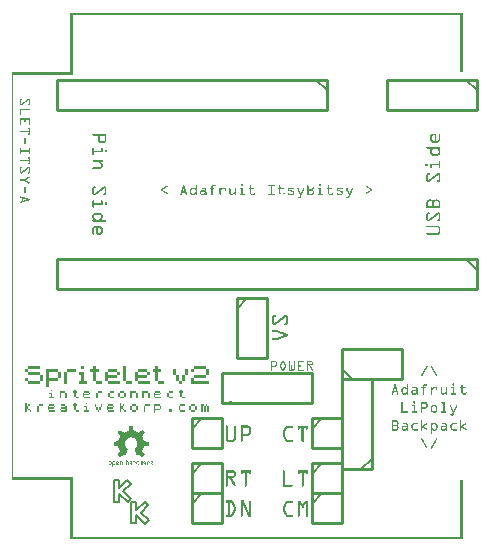
<source format=gto>
G04 MADE WITH FRITZING*
G04 WWW.FRITZING.ORG*
G04 DOUBLE SIDED*
G04 HOLES PLATED*
G04 CONTOUR ON CENTER OF CONTOUR VECTOR*
%ASAXBY*%
%FSLAX23Y23*%
%MOIN*%
%OFA0B0*%
%SFA1.0B1.0*%
%ADD10C,0.010000*%
%ADD11C,0.005000*%
%ADD12R,0.001000X0.001000*%
%LNSILK1*%
G90*
G70*
G54D10*
X1550Y930D02*
X150Y930D01*
D02*
X150Y930D02*
X150Y830D01*
D02*
X150Y830D02*
X1550Y830D01*
D02*
X1550Y830D02*
X1550Y930D01*
G54D11*
D02*
X1515Y930D02*
X1550Y895D01*
G54D10*
D02*
X1000Y150D02*
X1000Y50D01*
D02*
X1000Y50D02*
X1100Y50D01*
D02*
X1100Y50D02*
X1100Y150D01*
D02*
X1100Y150D02*
X1000Y150D01*
G54D11*
D02*
X1000Y115D02*
X1035Y150D01*
G54D10*
D02*
X600Y150D02*
X600Y50D01*
D02*
X600Y50D02*
X700Y50D01*
D02*
X700Y50D02*
X700Y150D01*
D02*
X700Y150D02*
X600Y150D01*
G54D11*
D02*
X600Y115D02*
X635Y150D01*
G54D10*
D02*
X600Y400D02*
X600Y300D01*
D02*
X600Y300D02*
X700Y300D01*
D02*
X700Y300D02*
X700Y400D01*
D02*
X700Y400D02*
X600Y400D01*
G54D11*
D02*
X600Y365D02*
X635Y400D01*
G54D10*
D02*
X1000Y250D02*
X1000Y150D01*
D02*
X1000Y150D02*
X1100Y150D01*
D02*
X1100Y150D02*
X1100Y250D01*
D02*
X1100Y250D02*
X1000Y250D01*
G54D11*
D02*
X1000Y215D02*
X1035Y250D01*
G54D10*
D02*
X1000Y400D02*
X1000Y300D01*
D02*
X1000Y300D02*
X1100Y300D01*
D02*
X1100Y300D02*
X1100Y400D01*
D02*
X1100Y400D02*
X1000Y400D01*
G54D11*
D02*
X1000Y365D02*
X1035Y400D01*
G54D10*
D02*
X600Y250D02*
X600Y150D01*
D02*
X600Y150D02*
X700Y150D01*
D02*
X700Y150D02*
X700Y250D01*
D02*
X700Y250D02*
X600Y250D01*
G54D11*
D02*
X600Y215D02*
X635Y250D01*
G54D10*
D02*
X750Y800D02*
X750Y600D01*
D02*
X750Y600D02*
X850Y600D01*
D02*
X850Y600D02*
X850Y800D01*
D02*
X850Y800D02*
X750Y800D01*
G54D11*
D02*
X750Y765D02*
X785Y800D01*
G54D10*
D02*
X1100Y530D02*
X1300Y530D01*
D02*
X1300Y530D02*
X1300Y630D01*
D02*
X1300Y630D02*
X1100Y630D01*
D02*
X1100Y630D02*
X1100Y530D01*
G54D11*
D02*
X1135Y530D02*
X1100Y565D01*
G54D10*
D02*
X1200Y230D02*
X1200Y530D01*
D02*
X1200Y530D02*
X1100Y530D01*
D02*
X1100Y530D02*
X1100Y230D01*
D02*
X1100Y230D02*
X1200Y230D01*
G54D11*
D02*
X1200Y265D02*
X1165Y230D01*
G54D10*
D02*
X700Y450D02*
X1000Y450D01*
X1000Y450D02*
X1000Y550D01*
X1000Y550D02*
X700Y550D01*
X700Y550D02*
X700Y450D01*
D02*
X1549Y1529D02*
X1249Y1529D01*
D02*
X1249Y1529D02*
X1249Y1429D01*
D02*
X1249Y1429D02*
X1549Y1429D01*
D02*
X1549Y1429D02*
X1549Y1529D01*
G54D11*
D02*
X1514Y1529D02*
X1549Y1494D01*
G54D10*
D02*
X1049Y1529D02*
X149Y1529D01*
D02*
X149Y1529D02*
X149Y1429D01*
D02*
X149Y1429D02*
X1049Y1429D01*
D02*
X1049Y1429D02*
X1049Y1529D01*
G54D11*
D02*
X1014Y1529D02*
X1049Y1494D01*
G36*
X55Y575D02*
X55Y565D01*
X95Y565D01*
X95Y575D01*
X55Y575D01*
G37*
D02*
G36*
X232Y575D02*
X232Y565D01*
X242Y565D01*
X242Y575D01*
X232Y575D01*
G37*
D02*
G36*
X272Y575D02*
X272Y565D01*
X262Y565D01*
X262Y555D01*
X272Y555D01*
X272Y526D01*
X282Y526D01*
X282Y555D01*
X291Y555D01*
X291Y565D01*
X282Y565D01*
X282Y575D01*
X272Y575D01*
G37*
D02*
G36*
X370Y575D02*
X370Y526D01*
X380Y526D01*
X380Y575D01*
X370Y575D01*
G37*
D02*
G36*
X478Y575D02*
X478Y565D01*
X469Y565D01*
X469Y555D01*
X478Y555D01*
X478Y526D01*
X488Y526D01*
X488Y555D01*
X498Y555D01*
X498Y565D01*
X488Y565D01*
X488Y575D01*
X478Y575D01*
G37*
D02*
G36*
X606Y575D02*
X606Y565D01*
X646Y565D01*
X646Y575D01*
X606Y575D01*
G37*
D02*
G36*
X45Y565D02*
X45Y555D01*
X55Y555D01*
X55Y565D01*
X45Y565D01*
G37*
D02*
G36*
X114Y565D02*
X114Y506D01*
X124Y506D01*
X124Y526D01*
X154Y526D01*
X154Y536D01*
X124Y536D01*
X124Y555D01*
X154Y555D01*
X154Y565D01*
X114Y565D01*
G37*
D02*
G36*
X183Y565D02*
X183Y555D01*
X213Y555D01*
X213Y565D01*
X183Y565D01*
G37*
D02*
G36*
X321Y565D02*
X321Y555D01*
X350Y555D01*
X350Y565D01*
X321Y565D01*
G37*
D02*
G36*
X419Y565D02*
X419Y555D01*
X449Y555D01*
X449Y565D01*
X419Y565D01*
G37*
D02*
G36*
X537Y565D02*
X537Y545D01*
X547Y545D01*
X547Y565D01*
X537Y565D01*
G37*
D02*
G36*
X577Y565D02*
X577Y545D01*
X587Y545D01*
X587Y565D01*
X577Y565D01*
G37*
D02*
G36*
X597Y565D02*
X597Y555D01*
X606Y555D01*
X606Y565D01*
X597Y565D01*
G37*
D02*
G36*
X646Y565D02*
X646Y545D01*
X656Y545D01*
X656Y565D01*
X646Y565D01*
G37*
D02*
G36*
X55Y555D02*
X55Y545D01*
X95Y545D01*
X95Y555D01*
X55Y555D01*
G37*
D02*
G36*
X154Y555D02*
X154Y536D01*
X163Y536D01*
X163Y555D01*
X154Y555D01*
G37*
D02*
G36*
X173Y555D02*
X173Y516D01*
X183Y516D01*
X183Y555D01*
X173Y555D01*
G37*
D02*
G36*
X223Y555D02*
X223Y545D01*
X232Y545D01*
X232Y526D01*
X223Y526D01*
X223Y516D01*
X252Y516D01*
X252Y526D01*
X242Y526D01*
X242Y555D01*
X223Y555D01*
G37*
D02*
G36*
X311Y555D02*
X311Y526D01*
X321Y526D01*
X321Y536D01*
X350Y536D01*
X350Y545D01*
X321Y545D01*
X321Y555D01*
X311Y555D01*
G37*
D02*
G36*
X350Y555D02*
X350Y545D01*
X360Y545D01*
X360Y555D01*
X350Y555D01*
G37*
D02*
G36*
X410Y555D02*
X410Y526D01*
X419Y526D01*
X419Y536D01*
X449Y536D01*
X449Y545D01*
X419Y545D01*
X419Y555D01*
X410Y555D01*
G37*
D02*
G36*
X449Y555D02*
X449Y545D01*
X459Y545D01*
X459Y555D01*
X449Y555D01*
G37*
D02*
G36*
X95Y545D02*
X95Y526D01*
X104Y526D01*
X104Y545D01*
X95Y545D01*
G37*
D02*
G36*
X547Y545D02*
X547Y526D01*
X557Y526D01*
X557Y545D01*
X547Y545D01*
G37*
D02*
G36*
X567Y545D02*
X567Y526D01*
X577Y526D01*
X577Y545D01*
X567Y545D01*
G37*
D02*
G36*
X606Y545D02*
X606Y536D01*
X646Y536D01*
X646Y545D01*
X606Y545D01*
G37*
D02*
G36*
X45Y536D02*
X45Y526D01*
X55Y526D01*
X55Y536D01*
X45Y536D01*
G37*
D02*
G36*
X597Y536D02*
X597Y516D01*
X656Y516D01*
X656Y526D01*
X606Y526D01*
X606Y536D01*
X597Y536D01*
G37*
D02*
G36*
X55Y526D02*
X55Y516D01*
X95Y516D01*
X95Y526D01*
X55Y526D01*
G37*
D02*
G36*
X282Y526D02*
X282Y516D01*
X301Y516D01*
X301Y526D01*
X282Y526D01*
G37*
D02*
G36*
X321Y526D02*
X321Y516D01*
X360Y516D01*
X360Y526D01*
X321Y526D01*
G37*
D02*
G36*
X380Y526D02*
X380Y516D01*
X400Y516D01*
X400Y526D01*
X380Y526D01*
G37*
D02*
G36*
X419Y526D02*
X419Y516D01*
X459Y516D01*
X459Y526D01*
X419Y526D01*
G37*
D02*
G36*
X488Y526D02*
X488Y516D01*
X508Y516D01*
X508Y526D01*
X488Y526D01*
G37*
D02*
G36*
X557Y526D02*
X557Y516D01*
X567Y516D01*
X567Y526D01*
X557Y526D01*
G37*
D02*
G36*
X129Y496D02*
X129Y491D01*
X134Y491D01*
X134Y496D01*
X129Y496D01*
G37*
D02*
G36*
X208Y496D02*
X208Y491D01*
X203Y491D01*
X203Y486D01*
X208Y486D01*
X208Y472D01*
X213Y472D01*
X213Y486D01*
X218Y486D01*
X218Y491D01*
X213Y491D01*
X213Y496D01*
X208Y496D01*
G37*
D02*
G36*
X562Y496D02*
X562Y491D01*
X557Y491D01*
X557Y486D01*
X562Y486D01*
X562Y472D01*
X567Y472D01*
X567Y486D01*
X572Y486D01*
X572Y491D01*
X567Y491D01*
X567Y496D01*
X562Y496D01*
G37*
D02*
G36*
X159Y491D02*
X159Y467D01*
X163Y467D01*
X163Y486D01*
X178Y486D01*
X178Y491D01*
X159Y491D01*
G37*
D02*
G36*
X242Y491D02*
X242Y486D01*
X257Y486D01*
X257Y491D01*
X242Y491D01*
G37*
D02*
G36*
X287Y491D02*
X287Y486D01*
X301Y486D01*
X301Y491D01*
X287Y491D01*
G37*
D02*
G36*
X326Y491D02*
X326Y486D01*
X341Y486D01*
X341Y491D01*
X326Y491D01*
G37*
D02*
G36*
X360Y491D02*
X360Y486D01*
X375Y486D01*
X375Y491D01*
X360Y491D01*
G37*
D02*
G36*
X395Y491D02*
X395Y467D01*
X400Y467D01*
X400Y486D01*
X414Y486D01*
X414Y491D01*
X395Y491D01*
G37*
D02*
G36*
X434Y491D02*
X434Y467D01*
X439Y467D01*
X439Y486D01*
X454Y486D01*
X454Y491D01*
X434Y491D01*
G37*
D02*
G36*
X478Y491D02*
X478Y486D01*
X493Y486D01*
X493Y491D01*
X478Y491D01*
G37*
D02*
G36*
X523Y491D02*
X523Y486D01*
X537Y486D01*
X537Y491D01*
X523Y491D01*
G37*
D02*
G36*
X124Y486D02*
X124Y482D01*
X129Y482D01*
X129Y472D01*
X124Y472D01*
X124Y467D01*
X139Y467D01*
X139Y472D01*
X134Y472D01*
X134Y486D01*
X124Y486D01*
G37*
D02*
G36*
X178Y486D02*
X178Y467D01*
X183Y467D01*
X183Y486D01*
X178Y486D01*
G37*
D02*
G36*
X237Y486D02*
X237Y472D01*
X242Y472D01*
X242Y477D01*
X257Y477D01*
X257Y482D01*
X242Y482D01*
X242Y486D01*
X237Y486D01*
G37*
D02*
G36*
X257Y486D02*
X257Y482D01*
X262Y482D01*
X262Y486D01*
X257Y486D01*
G37*
D02*
G36*
X282Y486D02*
X282Y467D01*
X287Y467D01*
X287Y486D01*
X282Y486D01*
G37*
D02*
G36*
X321Y486D02*
X321Y472D01*
X326Y472D01*
X326Y486D01*
X321Y486D01*
G37*
D02*
G36*
X355Y486D02*
X355Y472D01*
X360Y472D01*
X360Y486D01*
X355Y486D01*
G37*
D02*
G36*
X375Y486D02*
X375Y472D01*
X380Y472D01*
X380Y486D01*
X375Y486D01*
G37*
D02*
G36*
X414Y486D02*
X414Y467D01*
X419Y467D01*
X419Y486D01*
X414Y486D01*
G37*
D02*
G36*
X454Y486D02*
X454Y467D01*
X459Y467D01*
X459Y486D01*
X454Y486D01*
G37*
D02*
G36*
X474Y486D02*
X474Y472D01*
X478Y472D01*
X478Y477D01*
X493Y477D01*
X493Y482D01*
X478Y482D01*
X478Y486D01*
X474Y486D01*
G37*
D02*
G36*
X493Y486D02*
X493Y482D01*
X498Y482D01*
X498Y486D01*
X493Y486D01*
G37*
D02*
G36*
X518Y486D02*
X518Y472D01*
X523Y472D01*
X523Y486D01*
X518Y486D01*
G37*
D02*
G36*
X213Y472D02*
X213Y467D01*
X223Y467D01*
X223Y472D01*
X213Y472D01*
G37*
D02*
G36*
X242Y472D02*
X242Y467D01*
X262Y467D01*
X262Y472D01*
X242Y472D01*
G37*
D02*
G36*
X326Y472D02*
X326Y467D01*
X341Y467D01*
X341Y472D01*
X326Y472D01*
G37*
D02*
G36*
X360Y472D02*
X360Y467D01*
X375Y467D01*
X375Y472D01*
X360Y472D01*
G37*
D02*
G36*
X478Y472D02*
X478Y467D01*
X498Y467D01*
X498Y472D01*
X478Y472D01*
G37*
D02*
G36*
X523Y472D02*
X523Y467D01*
X537Y467D01*
X537Y472D01*
X523Y472D01*
G37*
D02*
G36*
X567Y472D02*
X567Y467D01*
X577Y467D01*
X577Y472D01*
X567Y472D01*
G37*
D02*
G36*
X45Y452D02*
X45Y422D01*
X50Y422D01*
X50Y432D01*
X55Y432D01*
X55Y442D01*
X50Y442D01*
X50Y452D01*
X45Y452D01*
G37*
D02*
G36*
X208Y452D02*
X208Y447D01*
X203Y447D01*
X203Y442D01*
X208Y442D01*
X208Y427D01*
X213Y427D01*
X213Y442D01*
X218Y442D01*
X218Y447D01*
X213Y447D01*
X213Y452D01*
X208Y452D01*
G37*
D02*
G36*
X247Y452D02*
X247Y447D01*
X252Y447D01*
X252Y452D01*
X247Y452D01*
G37*
D02*
G36*
X360Y452D02*
X360Y422D01*
X365Y422D01*
X365Y432D01*
X370Y432D01*
X370Y442D01*
X365Y442D01*
X365Y452D01*
X360Y452D01*
G37*
D02*
G36*
X55Y447D02*
X55Y442D01*
X60Y442D01*
X60Y447D01*
X55Y447D01*
G37*
D02*
G36*
X90Y447D02*
X90Y442D01*
X104Y442D01*
X104Y447D01*
X90Y447D01*
G37*
D02*
G36*
X124Y447D02*
X124Y442D01*
X139Y442D01*
X139Y447D01*
X124Y447D01*
G37*
D02*
G36*
X163Y447D02*
X163Y442D01*
X178Y442D01*
X178Y447D01*
X163Y447D01*
G37*
D02*
G36*
X277Y447D02*
X277Y437D01*
X282Y437D01*
X282Y447D01*
X277Y447D01*
G37*
D02*
G36*
X296Y447D02*
X296Y437D01*
X301Y437D01*
X301Y447D01*
X296Y447D01*
G37*
D02*
G36*
X321Y447D02*
X321Y442D01*
X336Y442D01*
X336Y447D01*
X321Y447D01*
G37*
D02*
G36*
X370Y447D02*
X370Y442D01*
X375Y442D01*
X375Y447D01*
X370Y447D01*
G37*
D02*
G36*
X400Y447D02*
X400Y442D01*
X414Y442D01*
X414Y447D01*
X400Y447D01*
G37*
D02*
G36*
X444Y447D02*
X444Y442D01*
X459Y442D01*
X459Y447D01*
X444Y447D01*
G37*
D02*
G36*
X474Y447D02*
X474Y418D01*
X478Y418D01*
X478Y427D01*
X493Y427D01*
X493Y432D01*
X478Y432D01*
X478Y442D01*
X493Y442D01*
X493Y447D01*
X474Y447D01*
G37*
D02*
G36*
X562Y447D02*
X562Y442D01*
X577Y442D01*
X577Y447D01*
X562Y447D01*
G37*
D02*
G36*
X597Y447D02*
X597Y442D01*
X611Y442D01*
X611Y447D01*
X597Y447D01*
G37*
D02*
G36*
X631Y447D02*
X631Y422D01*
X636Y422D01*
X636Y442D01*
X641Y442D01*
X641Y447D01*
X631Y447D01*
G37*
D02*
G36*
X646Y447D02*
X646Y442D01*
X651Y442D01*
X651Y447D01*
X646Y447D01*
G37*
D02*
G36*
X85Y442D02*
X85Y422D01*
X90Y422D01*
X90Y442D01*
X85Y442D01*
G37*
D02*
G36*
X119Y442D02*
X119Y427D01*
X124Y427D01*
X124Y432D01*
X139Y432D01*
X139Y437D01*
X124Y437D01*
X124Y442D01*
X119Y442D01*
G37*
D02*
G36*
X139Y442D02*
X139Y437D01*
X144Y437D01*
X144Y442D01*
X139Y442D01*
G37*
D02*
G36*
X178Y442D02*
X178Y437D01*
X163Y437D01*
X163Y432D01*
X178Y432D01*
X178Y427D01*
X163Y427D01*
X163Y422D01*
X183Y422D01*
X183Y442D01*
X178Y442D01*
G37*
D02*
G36*
X242Y442D02*
X242Y437D01*
X247Y437D01*
X247Y427D01*
X242Y427D01*
X242Y422D01*
X257Y422D01*
X257Y427D01*
X252Y427D01*
X252Y442D01*
X242Y442D01*
G37*
D02*
G36*
X316Y442D02*
X316Y427D01*
X321Y427D01*
X321Y432D01*
X336Y432D01*
X336Y437D01*
X321Y437D01*
X321Y442D01*
X316Y442D01*
G37*
D02*
G36*
X336Y442D02*
X336Y437D01*
X341Y437D01*
X341Y442D01*
X336Y442D01*
G37*
D02*
G36*
X395Y442D02*
X395Y427D01*
X400Y427D01*
X400Y442D01*
X395Y442D01*
G37*
D02*
G36*
X414Y442D02*
X414Y427D01*
X419Y427D01*
X419Y442D01*
X414Y442D01*
G37*
D02*
G36*
X439Y442D02*
X439Y422D01*
X444Y422D01*
X444Y442D01*
X439Y442D01*
G37*
D02*
G36*
X493Y442D02*
X493Y432D01*
X498Y432D01*
X498Y442D01*
X493Y442D01*
G37*
D02*
G36*
X557Y442D02*
X557Y427D01*
X562Y427D01*
X562Y442D01*
X557Y442D01*
G37*
D02*
G36*
X592Y442D02*
X592Y427D01*
X597Y427D01*
X597Y442D01*
X592Y442D01*
G37*
D02*
G36*
X611Y442D02*
X611Y427D01*
X616Y427D01*
X616Y442D01*
X611Y442D01*
G37*
D02*
G36*
X641Y442D02*
X641Y422D01*
X646Y422D01*
X646Y442D01*
X641Y442D01*
G37*
D02*
G36*
X651Y442D02*
X651Y422D01*
X656Y422D01*
X656Y442D01*
X651Y442D01*
G37*
D02*
G36*
X282Y437D02*
X282Y427D01*
X287Y427D01*
X287Y437D01*
X282Y437D01*
G37*
D02*
G36*
X291Y437D02*
X291Y427D01*
X296Y427D01*
X296Y437D01*
X291Y437D01*
G37*
D02*
G36*
X55Y432D02*
X55Y427D01*
X60Y427D01*
X60Y432D01*
X55Y432D01*
G37*
D02*
G36*
X159Y432D02*
X159Y427D01*
X163Y427D01*
X163Y432D01*
X159Y432D01*
G37*
D02*
G36*
X370Y432D02*
X370Y427D01*
X375Y427D01*
X375Y432D01*
X370Y432D01*
G37*
D02*
G36*
X523Y432D02*
X523Y422D01*
X533Y422D01*
X533Y432D01*
X523Y432D01*
G37*
D02*
G36*
X60Y427D02*
X60Y422D01*
X65Y422D01*
X65Y427D01*
X60Y427D01*
G37*
D02*
G36*
X124Y427D02*
X124Y422D01*
X144Y422D01*
X144Y427D01*
X124Y427D01*
G37*
D02*
G36*
X213Y427D02*
X213Y422D01*
X223Y422D01*
X223Y427D01*
X213Y427D01*
G37*
D02*
G36*
X287Y427D02*
X287Y422D01*
X291Y422D01*
X291Y427D01*
X287Y427D01*
G37*
D02*
G36*
X321Y427D02*
X321Y422D01*
X341Y422D01*
X341Y427D01*
X321Y427D01*
G37*
D02*
G36*
X375Y427D02*
X375Y422D01*
X380Y422D01*
X380Y427D01*
X375Y427D01*
G37*
D02*
G36*
X400Y427D02*
X400Y422D01*
X414Y422D01*
X414Y427D01*
X400Y427D01*
G37*
D02*
G36*
X562Y427D02*
X562Y422D01*
X577Y422D01*
X577Y427D01*
X562Y427D01*
G37*
D02*
G36*
X597Y427D02*
X597Y422D01*
X611Y422D01*
X611Y427D01*
X597Y427D01*
G37*
D02*
X398Y132D02*
X386Y120D01*
X356Y149D01*
X356Y122D01*
X339Y121D01*
X339Y194D01*
X356Y194D01*
X356Y167D01*
X385Y195D01*
X397Y183D01*
X372Y158D01*
X398Y132D01*
D02*
X431Y85D02*
X456Y60D01*
X444Y48D01*
X415Y77D01*
X415Y50D01*
X398Y50D01*
X398Y121D01*
X415Y121D01*
X415Y94D01*
X443Y122D01*
X455Y110D01*
X431Y85D01*
D02*
G54D12*
X195Y1750D02*
X1504Y1750D01*
X195Y1749D02*
X1504Y1749D01*
X195Y1748D02*
X1504Y1748D01*
X195Y1747D02*
X1504Y1747D01*
X195Y1746D02*
X1504Y1746D01*
X195Y1745D02*
X204Y1745D01*
X1495Y1745D02*
X1504Y1745D01*
X195Y1744D02*
X204Y1744D01*
X1495Y1744D02*
X1504Y1744D01*
X195Y1743D02*
X204Y1743D01*
X1495Y1743D02*
X1504Y1743D01*
X195Y1742D02*
X204Y1742D01*
X1495Y1742D02*
X1504Y1742D01*
X195Y1741D02*
X204Y1741D01*
X1495Y1741D02*
X1504Y1741D01*
X195Y1740D02*
X204Y1740D01*
X1495Y1740D02*
X1504Y1740D01*
X195Y1739D02*
X204Y1739D01*
X1495Y1739D02*
X1504Y1739D01*
X195Y1738D02*
X204Y1738D01*
X1495Y1738D02*
X1504Y1738D01*
X195Y1737D02*
X204Y1737D01*
X1495Y1737D02*
X1504Y1737D01*
X195Y1736D02*
X204Y1736D01*
X1495Y1736D02*
X1504Y1736D01*
X195Y1735D02*
X204Y1735D01*
X1495Y1735D02*
X1504Y1735D01*
X195Y1734D02*
X204Y1734D01*
X1495Y1734D02*
X1504Y1734D01*
X195Y1733D02*
X204Y1733D01*
X1495Y1733D02*
X1504Y1733D01*
X195Y1732D02*
X204Y1732D01*
X1495Y1732D02*
X1504Y1732D01*
X195Y1731D02*
X204Y1731D01*
X1495Y1731D02*
X1504Y1731D01*
X195Y1730D02*
X204Y1730D01*
X1495Y1730D02*
X1504Y1730D01*
X195Y1729D02*
X204Y1729D01*
X1495Y1729D02*
X1504Y1729D01*
X195Y1728D02*
X204Y1728D01*
X1495Y1728D02*
X1504Y1728D01*
X195Y1727D02*
X204Y1727D01*
X1495Y1727D02*
X1504Y1727D01*
X195Y1726D02*
X204Y1726D01*
X1495Y1726D02*
X1504Y1726D01*
X195Y1725D02*
X204Y1725D01*
X1495Y1725D02*
X1504Y1725D01*
X195Y1724D02*
X204Y1724D01*
X1495Y1724D02*
X1504Y1724D01*
X195Y1723D02*
X204Y1723D01*
X1495Y1723D02*
X1504Y1723D01*
X195Y1722D02*
X204Y1722D01*
X1495Y1722D02*
X1504Y1722D01*
X195Y1721D02*
X204Y1721D01*
X1495Y1721D02*
X1504Y1721D01*
X195Y1720D02*
X204Y1720D01*
X1495Y1720D02*
X1504Y1720D01*
X195Y1719D02*
X204Y1719D01*
X1495Y1719D02*
X1504Y1719D01*
X195Y1718D02*
X204Y1718D01*
X1495Y1718D02*
X1504Y1718D01*
X195Y1717D02*
X204Y1717D01*
X1495Y1717D02*
X1504Y1717D01*
X195Y1716D02*
X204Y1716D01*
X1495Y1716D02*
X1504Y1716D01*
X195Y1715D02*
X204Y1715D01*
X1495Y1715D02*
X1504Y1715D01*
X195Y1714D02*
X204Y1714D01*
X1495Y1714D02*
X1504Y1714D01*
X195Y1713D02*
X204Y1713D01*
X1495Y1713D02*
X1504Y1713D01*
X195Y1712D02*
X204Y1712D01*
X1495Y1712D02*
X1504Y1712D01*
X195Y1711D02*
X204Y1711D01*
X1495Y1711D02*
X1504Y1711D01*
X195Y1710D02*
X204Y1710D01*
X1495Y1710D02*
X1504Y1710D01*
X195Y1709D02*
X204Y1709D01*
X1495Y1709D02*
X1504Y1709D01*
X195Y1708D02*
X204Y1708D01*
X1495Y1708D02*
X1504Y1708D01*
X195Y1707D02*
X204Y1707D01*
X1495Y1707D02*
X1504Y1707D01*
X195Y1706D02*
X204Y1706D01*
X1495Y1706D02*
X1504Y1706D01*
X195Y1705D02*
X204Y1705D01*
X1495Y1705D02*
X1504Y1705D01*
X195Y1704D02*
X204Y1704D01*
X1495Y1704D02*
X1504Y1704D01*
X195Y1703D02*
X204Y1703D01*
X1495Y1703D02*
X1504Y1703D01*
X195Y1702D02*
X204Y1702D01*
X1495Y1702D02*
X1504Y1702D01*
X195Y1701D02*
X204Y1701D01*
X1495Y1701D02*
X1504Y1701D01*
X195Y1700D02*
X204Y1700D01*
X1495Y1700D02*
X1504Y1700D01*
X195Y1699D02*
X204Y1699D01*
X1495Y1699D02*
X1504Y1699D01*
X195Y1698D02*
X204Y1698D01*
X1495Y1698D02*
X1504Y1698D01*
X195Y1697D02*
X204Y1697D01*
X1495Y1697D02*
X1504Y1697D01*
X195Y1696D02*
X204Y1696D01*
X1495Y1696D02*
X1504Y1696D01*
X195Y1695D02*
X204Y1695D01*
X1495Y1695D02*
X1504Y1695D01*
X195Y1694D02*
X204Y1694D01*
X1495Y1694D02*
X1504Y1694D01*
X195Y1693D02*
X204Y1693D01*
X1495Y1693D02*
X1504Y1693D01*
X195Y1692D02*
X204Y1692D01*
X1495Y1692D02*
X1504Y1692D01*
X195Y1691D02*
X204Y1691D01*
X1495Y1691D02*
X1504Y1691D01*
X195Y1690D02*
X204Y1690D01*
X1495Y1690D02*
X1504Y1690D01*
X195Y1689D02*
X204Y1689D01*
X1495Y1689D02*
X1504Y1689D01*
X195Y1688D02*
X204Y1688D01*
X1495Y1688D02*
X1504Y1688D01*
X195Y1687D02*
X204Y1687D01*
X1495Y1687D02*
X1504Y1687D01*
X195Y1686D02*
X204Y1686D01*
X1495Y1686D02*
X1504Y1686D01*
X195Y1685D02*
X204Y1685D01*
X1495Y1685D02*
X1504Y1685D01*
X195Y1684D02*
X204Y1684D01*
X1495Y1684D02*
X1504Y1684D01*
X195Y1683D02*
X204Y1683D01*
X1495Y1683D02*
X1504Y1683D01*
X195Y1682D02*
X204Y1682D01*
X1495Y1682D02*
X1504Y1682D01*
X195Y1681D02*
X204Y1681D01*
X1495Y1681D02*
X1504Y1681D01*
X195Y1680D02*
X204Y1680D01*
X1495Y1680D02*
X1504Y1680D01*
X195Y1679D02*
X204Y1679D01*
X1495Y1679D02*
X1504Y1679D01*
X195Y1678D02*
X204Y1678D01*
X1495Y1678D02*
X1504Y1678D01*
X195Y1677D02*
X204Y1677D01*
X1495Y1677D02*
X1504Y1677D01*
X195Y1676D02*
X204Y1676D01*
X1495Y1676D02*
X1504Y1676D01*
X195Y1675D02*
X204Y1675D01*
X1495Y1675D02*
X1504Y1675D01*
X195Y1674D02*
X204Y1674D01*
X1495Y1674D02*
X1504Y1674D01*
X195Y1673D02*
X204Y1673D01*
X1495Y1673D02*
X1504Y1673D01*
X195Y1672D02*
X204Y1672D01*
X1495Y1672D02*
X1504Y1672D01*
X195Y1671D02*
X204Y1671D01*
X1495Y1671D02*
X1504Y1671D01*
X195Y1670D02*
X204Y1670D01*
X1495Y1670D02*
X1504Y1670D01*
X195Y1669D02*
X204Y1669D01*
X1495Y1669D02*
X1504Y1669D01*
X195Y1668D02*
X204Y1668D01*
X1495Y1668D02*
X1504Y1668D01*
X195Y1667D02*
X204Y1667D01*
X1495Y1667D02*
X1504Y1667D01*
X195Y1666D02*
X204Y1666D01*
X1495Y1666D02*
X1504Y1666D01*
X195Y1665D02*
X204Y1665D01*
X1495Y1665D02*
X1504Y1665D01*
X195Y1664D02*
X204Y1664D01*
X1495Y1664D02*
X1504Y1664D01*
X195Y1663D02*
X204Y1663D01*
X1495Y1663D02*
X1504Y1663D01*
X195Y1662D02*
X204Y1662D01*
X1495Y1662D02*
X1504Y1662D01*
X195Y1661D02*
X204Y1661D01*
X1495Y1661D02*
X1504Y1661D01*
X195Y1660D02*
X204Y1660D01*
X1495Y1660D02*
X1504Y1660D01*
X195Y1659D02*
X204Y1659D01*
X1495Y1659D02*
X1504Y1659D01*
X195Y1658D02*
X204Y1658D01*
X1495Y1658D02*
X1504Y1658D01*
X195Y1657D02*
X204Y1657D01*
X1495Y1657D02*
X1504Y1657D01*
X195Y1656D02*
X204Y1656D01*
X1495Y1656D02*
X1504Y1656D01*
X195Y1655D02*
X204Y1655D01*
X1495Y1655D02*
X1504Y1655D01*
X195Y1654D02*
X204Y1654D01*
X1495Y1654D02*
X1504Y1654D01*
X195Y1653D02*
X204Y1653D01*
X1495Y1653D02*
X1504Y1653D01*
X195Y1652D02*
X204Y1652D01*
X1495Y1652D02*
X1504Y1652D01*
X195Y1651D02*
X204Y1651D01*
X1495Y1651D02*
X1504Y1651D01*
X195Y1650D02*
X204Y1650D01*
X1495Y1650D02*
X1504Y1650D01*
X195Y1649D02*
X204Y1649D01*
X1495Y1649D02*
X1504Y1649D01*
X195Y1648D02*
X204Y1648D01*
X1495Y1648D02*
X1504Y1648D01*
X195Y1647D02*
X204Y1647D01*
X1495Y1647D02*
X1504Y1647D01*
X195Y1646D02*
X204Y1646D01*
X1495Y1646D02*
X1504Y1646D01*
X195Y1645D02*
X204Y1645D01*
X1495Y1645D02*
X1504Y1645D01*
X195Y1644D02*
X204Y1644D01*
X1495Y1644D02*
X1504Y1644D01*
X195Y1643D02*
X204Y1643D01*
X1495Y1643D02*
X1504Y1643D01*
X195Y1642D02*
X204Y1642D01*
X1495Y1642D02*
X1504Y1642D01*
X195Y1641D02*
X204Y1641D01*
X1495Y1641D02*
X1504Y1641D01*
X195Y1640D02*
X204Y1640D01*
X1495Y1640D02*
X1504Y1640D01*
X195Y1639D02*
X204Y1639D01*
X1495Y1639D02*
X1504Y1639D01*
X195Y1638D02*
X204Y1638D01*
X1495Y1638D02*
X1504Y1638D01*
X195Y1637D02*
X204Y1637D01*
X1495Y1637D02*
X1504Y1637D01*
X195Y1636D02*
X204Y1636D01*
X1495Y1636D02*
X1504Y1636D01*
X195Y1635D02*
X204Y1635D01*
X1495Y1635D02*
X1504Y1635D01*
X195Y1634D02*
X204Y1634D01*
X1495Y1634D02*
X1504Y1634D01*
X195Y1633D02*
X204Y1633D01*
X1495Y1633D02*
X1504Y1633D01*
X195Y1632D02*
X204Y1632D01*
X1495Y1632D02*
X1504Y1632D01*
X195Y1631D02*
X204Y1631D01*
X1495Y1631D02*
X1504Y1631D01*
X195Y1630D02*
X204Y1630D01*
X1495Y1630D02*
X1504Y1630D01*
X195Y1629D02*
X204Y1629D01*
X1495Y1629D02*
X1504Y1629D01*
X195Y1628D02*
X204Y1628D01*
X1495Y1628D02*
X1504Y1628D01*
X195Y1627D02*
X204Y1627D01*
X1495Y1627D02*
X1504Y1627D01*
X195Y1626D02*
X204Y1626D01*
X1495Y1626D02*
X1504Y1626D01*
X195Y1625D02*
X204Y1625D01*
X1495Y1625D02*
X1504Y1625D01*
X195Y1624D02*
X204Y1624D01*
X1495Y1624D02*
X1504Y1624D01*
X195Y1623D02*
X204Y1623D01*
X1495Y1623D02*
X1504Y1623D01*
X195Y1622D02*
X204Y1622D01*
X1495Y1622D02*
X1504Y1622D01*
X195Y1621D02*
X204Y1621D01*
X1495Y1621D02*
X1504Y1621D01*
X195Y1620D02*
X204Y1620D01*
X1495Y1620D02*
X1504Y1620D01*
X195Y1619D02*
X204Y1619D01*
X1495Y1619D02*
X1504Y1619D01*
X195Y1618D02*
X204Y1618D01*
X1495Y1618D02*
X1504Y1618D01*
X195Y1617D02*
X204Y1617D01*
X1495Y1617D02*
X1504Y1617D01*
X195Y1616D02*
X204Y1616D01*
X1495Y1616D02*
X1504Y1616D01*
X195Y1615D02*
X204Y1615D01*
X1495Y1615D02*
X1504Y1615D01*
X195Y1614D02*
X204Y1614D01*
X1495Y1614D02*
X1504Y1614D01*
X195Y1613D02*
X204Y1613D01*
X1495Y1613D02*
X1504Y1613D01*
X195Y1612D02*
X204Y1612D01*
X1495Y1612D02*
X1504Y1612D01*
X195Y1611D02*
X204Y1611D01*
X1495Y1611D02*
X1504Y1611D01*
X195Y1610D02*
X204Y1610D01*
X1495Y1610D02*
X1504Y1610D01*
X195Y1609D02*
X204Y1609D01*
X1495Y1609D02*
X1504Y1609D01*
X195Y1608D02*
X204Y1608D01*
X1495Y1608D02*
X1504Y1608D01*
X195Y1607D02*
X204Y1607D01*
X1495Y1607D02*
X1504Y1607D01*
X195Y1606D02*
X204Y1606D01*
X1495Y1606D02*
X1504Y1606D01*
X195Y1605D02*
X204Y1605D01*
X1495Y1605D02*
X1504Y1605D01*
X195Y1604D02*
X204Y1604D01*
X1495Y1604D02*
X1504Y1604D01*
X195Y1603D02*
X204Y1603D01*
X1495Y1603D02*
X1504Y1603D01*
X195Y1602D02*
X204Y1602D01*
X1495Y1602D02*
X1504Y1602D01*
X195Y1601D02*
X204Y1601D01*
X1495Y1601D02*
X1504Y1601D01*
X195Y1600D02*
X204Y1600D01*
X1495Y1600D02*
X1504Y1600D01*
X195Y1599D02*
X204Y1599D01*
X1495Y1599D02*
X1504Y1599D01*
X195Y1598D02*
X204Y1598D01*
X1495Y1598D02*
X1504Y1598D01*
X195Y1597D02*
X204Y1597D01*
X1495Y1597D02*
X1504Y1597D01*
X195Y1596D02*
X204Y1596D01*
X1495Y1596D02*
X1504Y1596D01*
X195Y1595D02*
X204Y1595D01*
X1495Y1595D02*
X1504Y1595D01*
X195Y1594D02*
X204Y1594D01*
X1495Y1594D02*
X1504Y1594D01*
X195Y1593D02*
X204Y1593D01*
X1495Y1593D02*
X1504Y1593D01*
X195Y1592D02*
X204Y1592D01*
X1495Y1592D02*
X1504Y1592D01*
X195Y1591D02*
X204Y1591D01*
X1495Y1591D02*
X1504Y1591D01*
X195Y1590D02*
X204Y1590D01*
X1495Y1590D02*
X1504Y1590D01*
X195Y1589D02*
X204Y1589D01*
X1495Y1589D02*
X1504Y1589D01*
X195Y1588D02*
X204Y1588D01*
X1495Y1588D02*
X1504Y1588D01*
X195Y1587D02*
X204Y1587D01*
X1495Y1587D02*
X1504Y1587D01*
X195Y1586D02*
X204Y1586D01*
X1495Y1586D02*
X1504Y1586D01*
X195Y1585D02*
X204Y1585D01*
X1495Y1585D02*
X1504Y1585D01*
X195Y1584D02*
X204Y1584D01*
X1495Y1584D02*
X1504Y1584D01*
X195Y1583D02*
X204Y1583D01*
X1495Y1583D02*
X1504Y1583D01*
X195Y1582D02*
X204Y1582D01*
X1495Y1582D02*
X1504Y1582D01*
X195Y1581D02*
X204Y1581D01*
X1495Y1581D02*
X1504Y1581D01*
X195Y1580D02*
X204Y1580D01*
X1495Y1580D02*
X1504Y1580D01*
X195Y1579D02*
X204Y1579D01*
X1495Y1579D02*
X1504Y1579D01*
X195Y1578D02*
X204Y1578D01*
X1495Y1578D02*
X1504Y1578D01*
X195Y1577D02*
X204Y1577D01*
X1495Y1577D02*
X1504Y1577D01*
X195Y1576D02*
X204Y1576D01*
X1495Y1576D02*
X1504Y1576D01*
X195Y1575D02*
X204Y1575D01*
X1495Y1575D02*
X1504Y1575D01*
X195Y1574D02*
X204Y1574D01*
X1495Y1574D02*
X1504Y1574D01*
X195Y1573D02*
X204Y1573D01*
X1495Y1573D02*
X1504Y1573D01*
X195Y1572D02*
X204Y1572D01*
X1495Y1572D02*
X1504Y1572D01*
X195Y1571D02*
X204Y1571D01*
X1495Y1571D02*
X1504Y1571D01*
X195Y1570D02*
X204Y1570D01*
X1495Y1570D02*
X1504Y1570D01*
X195Y1569D02*
X204Y1569D01*
X1495Y1569D02*
X1504Y1569D01*
X195Y1568D02*
X204Y1568D01*
X1495Y1568D02*
X1504Y1568D01*
X195Y1567D02*
X204Y1567D01*
X1495Y1567D02*
X1504Y1567D01*
X195Y1566D02*
X204Y1566D01*
X1495Y1566D02*
X1504Y1566D01*
X195Y1565D02*
X204Y1565D01*
X1495Y1565D02*
X1504Y1565D01*
X195Y1564D02*
X204Y1564D01*
X1495Y1564D02*
X1504Y1564D01*
X195Y1563D02*
X204Y1563D01*
X1495Y1563D02*
X1504Y1563D01*
X195Y1562D02*
X204Y1562D01*
X1495Y1562D02*
X1504Y1562D01*
X195Y1561D02*
X204Y1561D01*
X1495Y1561D02*
X1504Y1561D01*
X195Y1560D02*
X204Y1560D01*
X1495Y1560D02*
X1504Y1560D01*
X195Y1559D02*
X204Y1559D01*
X1495Y1559D02*
X1504Y1559D01*
X195Y1558D02*
X204Y1558D01*
X1495Y1558D02*
X1504Y1558D01*
X195Y1557D02*
X204Y1557D01*
X1495Y1557D02*
X1504Y1557D01*
X195Y1556D02*
X204Y1556D01*
X1495Y1556D02*
X1504Y1556D01*
X0Y1555D02*
X204Y1555D01*
X0Y1554D02*
X204Y1554D01*
X0Y1553D02*
X204Y1553D01*
X0Y1552D02*
X204Y1552D01*
X0Y1551D02*
X204Y1551D01*
X0Y1550D02*
X204Y1550D01*
X0Y1549D02*
X204Y1549D01*
X0Y1548D02*
X204Y1548D01*
X0Y1547D02*
X204Y1547D01*
X0Y1546D02*
X204Y1546D01*
X0Y1545D02*
X4Y1545D01*
X0Y1544D02*
X4Y1544D01*
X0Y1543D02*
X4Y1543D01*
X0Y1542D02*
X4Y1542D01*
X0Y1541D02*
X4Y1541D01*
X0Y1540D02*
X4Y1540D01*
X0Y1539D02*
X4Y1539D01*
X0Y1538D02*
X4Y1538D01*
X0Y1537D02*
X4Y1537D01*
X0Y1536D02*
X4Y1536D01*
X0Y1535D02*
X4Y1535D01*
X0Y1534D02*
X4Y1534D01*
X0Y1533D02*
X4Y1533D01*
X0Y1532D02*
X4Y1532D01*
X0Y1531D02*
X4Y1531D01*
X0Y1530D02*
X4Y1530D01*
X0Y1529D02*
X4Y1529D01*
X0Y1528D02*
X4Y1528D01*
X0Y1527D02*
X4Y1527D01*
X0Y1526D02*
X4Y1526D01*
X0Y1525D02*
X4Y1525D01*
X0Y1524D02*
X4Y1524D01*
X0Y1523D02*
X4Y1523D01*
X0Y1522D02*
X4Y1522D01*
X0Y1521D02*
X4Y1521D01*
X0Y1520D02*
X4Y1520D01*
X0Y1519D02*
X4Y1519D01*
X0Y1518D02*
X4Y1518D01*
X0Y1517D02*
X4Y1517D01*
X0Y1516D02*
X4Y1516D01*
X0Y1515D02*
X4Y1515D01*
X0Y1514D02*
X4Y1514D01*
X0Y1513D02*
X4Y1513D01*
X0Y1512D02*
X4Y1512D01*
X0Y1511D02*
X4Y1511D01*
X0Y1510D02*
X4Y1510D01*
X0Y1509D02*
X4Y1509D01*
X0Y1508D02*
X4Y1508D01*
X0Y1507D02*
X4Y1507D01*
X0Y1506D02*
X4Y1506D01*
X0Y1505D02*
X4Y1505D01*
X0Y1504D02*
X4Y1504D01*
X0Y1503D02*
X4Y1503D01*
X0Y1502D02*
X4Y1502D01*
X0Y1501D02*
X4Y1501D01*
X0Y1500D02*
X4Y1500D01*
X0Y1499D02*
X4Y1499D01*
X0Y1498D02*
X4Y1498D01*
X0Y1497D02*
X4Y1497D01*
X0Y1496D02*
X4Y1496D01*
X0Y1495D02*
X4Y1495D01*
X0Y1494D02*
X4Y1494D01*
X0Y1493D02*
X4Y1493D01*
X0Y1492D02*
X4Y1492D01*
X0Y1491D02*
X4Y1491D01*
X0Y1490D02*
X4Y1490D01*
X0Y1489D02*
X4Y1489D01*
X0Y1488D02*
X4Y1488D01*
X0Y1487D02*
X4Y1487D01*
X0Y1486D02*
X4Y1486D01*
X0Y1485D02*
X4Y1485D01*
X0Y1484D02*
X4Y1484D01*
X0Y1483D02*
X4Y1483D01*
X0Y1482D02*
X4Y1482D01*
X0Y1481D02*
X4Y1481D01*
X0Y1480D02*
X4Y1480D01*
X0Y1479D02*
X4Y1479D01*
X0Y1478D02*
X4Y1478D01*
X0Y1477D02*
X4Y1477D01*
X0Y1476D02*
X4Y1476D01*
X0Y1475D02*
X4Y1475D01*
X0Y1474D02*
X4Y1474D01*
X0Y1473D02*
X4Y1473D01*
X0Y1472D02*
X4Y1472D01*
X0Y1471D02*
X4Y1471D01*
X0Y1470D02*
X4Y1470D01*
X0Y1469D02*
X4Y1469D01*
X0Y1468D02*
X4Y1468D01*
X0Y1467D02*
X4Y1467D01*
X0Y1466D02*
X4Y1466D01*
X0Y1465D02*
X4Y1465D01*
X31Y1465D02*
X33Y1465D01*
X55Y1465D02*
X58Y1465D01*
X0Y1464D02*
X4Y1464D01*
X29Y1464D02*
X34Y1464D01*
X53Y1464D02*
X59Y1464D01*
X0Y1463D02*
X4Y1463D01*
X28Y1463D02*
X34Y1463D01*
X52Y1463D02*
X60Y1463D01*
X0Y1462D02*
X4Y1462D01*
X27Y1462D02*
X34Y1462D01*
X50Y1462D02*
X60Y1462D01*
X0Y1461D02*
X4Y1461D01*
X27Y1461D02*
X32Y1461D01*
X49Y1461D02*
X61Y1461D01*
X0Y1460D02*
X4Y1460D01*
X27Y1460D02*
X30Y1460D01*
X48Y1460D02*
X54Y1460D01*
X57Y1460D02*
X61Y1460D01*
X0Y1459D02*
X4Y1459D01*
X27Y1459D02*
X30Y1459D01*
X46Y1459D02*
X53Y1459D01*
X57Y1459D02*
X61Y1459D01*
X0Y1458D02*
X4Y1458D01*
X27Y1458D02*
X30Y1458D01*
X45Y1458D02*
X52Y1458D01*
X57Y1458D02*
X61Y1458D01*
X0Y1457D02*
X4Y1457D01*
X27Y1457D02*
X30Y1457D01*
X44Y1457D02*
X50Y1457D01*
X57Y1457D02*
X61Y1457D01*
X0Y1456D02*
X4Y1456D01*
X27Y1456D02*
X30Y1456D01*
X43Y1456D02*
X49Y1456D01*
X57Y1456D02*
X61Y1456D01*
X0Y1455D02*
X4Y1455D01*
X27Y1455D02*
X30Y1455D01*
X41Y1455D02*
X48Y1455D01*
X57Y1455D02*
X61Y1455D01*
X0Y1454D02*
X4Y1454D01*
X27Y1454D02*
X30Y1454D01*
X40Y1454D02*
X47Y1454D01*
X57Y1454D02*
X61Y1454D01*
X0Y1453D02*
X4Y1453D01*
X27Y1453D02*
X30Y1453D01*
X39Y1453D02*
X45Y1453D01*
X57Y1453D02*
X61Y1453D01*
X0Y1452D02*
X4Y1452D01*
X27Y1452D02*
X30Y1452D01*
X37Y1452D02*
X44Y1452D01*
X57Y1452D02*
X61Y1452D01*
X0Y1451D02*
X4Y1451D01*
X27Y1451D02*
X30Y1451D01*
X36Y1451D02*
X43Y1451D01*
X57Y1451D02*
X61Y1451D01*
X0Y1450D02*
X4Y1450D01*
X27Y1450D02*
X30Y1450D01*
X35Y1450D02*
X41Y1450D01*
X57Y1450D02*
X61Y1450D01*
X0Y1449D02*
X4Y1449D01*
X27Y1449D02*
X30Y1449D01*
X34Y1449D02*
X40Y1449D01*
X57Y1449D02*
X61Y1449D01*
X0Y1448D02*
X4Y1448D01*
X27Y1448D02*
X30Y1448D01*
X32Y1448D02*
X39Y1448D01*
X56Y1448D02*
X61Y1448D01*
X0Y1447D02*
X4Y1447D01*
X27Y1447D02*
X38Y1447D01*
X54Y1447D02*
X60Y1447D01*
X0Y1446D02*
X4Y1446D01*
X27Y1446D02*
X36Y1446D01*
X54Y1446D02*
X60Y1446D01*
X0Y1445D02*
X4Y1445D01*
X28Y1445D02*
X35Y1445D01*
X53Y1445D02*
X59Y1445D01*
X0Y1444D02*
X4Y1444D01*
X29Y1444D02*
X34Y1444D01*
X54Y1444D02*
X58Y1444D01*
X0Y1443D02*
X4Y1443D01*
X0Y1442D02*
X4Y1442D01*
X0Y1441D02*
X4Y1441D01*
X0Y1440D02*
X4Y1440D01*
X0Y1439D02*
X4Y1439D01*
X0Y1438D02*
X4Y1438D01*
X0Y1437D02*
X4Y1437D01*
X0Y1436D02*
X4Y1436D01*
X0Y1435D02*
X4Y1435D01*
X0Y1434D02*
X4Y1434D01*
X0Y1433D02*
X4Y1433D01*
X0Y1432D02*
X4Y1432D01*
X27Y1432D02*
X60Y1432D01*
X0Y1431D02*
X4Y1431D01*
X27Y1431D02*
X61Y1431D01*
X0Y1430D02*
X4Y1430D01*
X27Y1430D02*
X61Y1430D01*
X0Y1429D02*
X4Y1429D01*
X27Y1429D02*
X60Y1429D01*
X0Y1428D02*
X4Y1428D01*
X27Y1428D02*
X30Y1428D01*
X0Y1427D02*
X4Y1427D01*
X27Y1427D02*
X30Y1427D01*
X0Y1426D02*
X4Y1426D01*
X27Y1426D02*
X30Y1426D01*
X0Y1425D02*
X4Y1425D01*
X27Y1425D02*
X30Y1425D01*
X0Y1424D02*
X4Y1424D01*
X27Y1424D02*
X30Y1424D01*
X0Y1423D02*
X4Y1423D01*
X27Y1423D02*
X30Y1423D01*
X0Y1422D02*
X4Y1422D01*
X27Y1422D02*
X30Y1422D01*
X0Y1421D02*
X4Y1421D01*
X27Y1421D02*
X30Y1421D01*
X0Y1420D02*
X4Y1420D01*
X27Y1420D02*
X30Y1420D01*
X0Y1419D02*
X4Y1419D01*
X27Y1419D02*
X30Y1419D01*
X0Y1418D02*
X4Y1418D01*
X27Y1418D02*
X30Y1418D01*
X0Y1417D02*
X4Y1417D01*
X27Y1417D02*
X30Y1417D01*
X0Y1416D02*
X4Y1416D01*
X27Y1416D02*
X30Y1416D01*
X0Y1415D02*
X4Y1415D01*
X27Y1415D02*
X30Y1415D01*
X0Y1414D02*
X4Y1414D01*
X27Y1414D02*
X30Y1414D01*
X0Y1413D02*
X4Y1413D01*
X27Y1413D02*
X30Y1413D01*
X0Y1412D02*
X4Y1412D01*
X27Y1412D02*
X30Y1412D01*
X0Y1411D02*
X4Y1411D01*
X28Y1411D02*
X29Y1411D01*
X0Y1410D02*
X4Y1410D01*
X0Y1409D02*
X4Y1409D01*
X0Y1408D02*
X4Y1408D01*
X0Y1407D02*
X4Y1407D01*
X0Y1406D02*
X4Y1406D01*
X0Y1405D02*
X4Y1405D01*
X0Y1404D02*
X4Y1404D01*
X0Y1403D02*
X4Y1403D01*
X0Y1402D02*
X4Y1402D01*
X0Y1401D02*
X4Y1401D01*
X0Y1400D02*
X4Y1400D01*
X27Y1400D02*
X61Y1400D01*
X0Y1399D02*
X4Y1399D01*
X27Y1399D02*
X61Y1399D01*
X0Y1398D02*
X4Y1398D01*
X27Y1398D02*
X61Y1398D01*
X0Y1397D02*
X4Y1397D01*
X27Y1397D02*
X61Y1397D01*
X0Y1396D02*
X4Y1396D01*
X27Y1396D02*
X61Y1396D01*
X0Y1395D02*
X4Y1395D01*
X27Y1395D02*
X30Y1395D01*
X42Y1395D02*
X46Y1395D01*
X57Y1395D02*
X61Y1395D01*
X0Y1394D02*
X4Y1394D01*
X27Y1394D02*
X30Y1394D01*
X42Y1394D02*
X46Y1394D01*
X57Y1394D02*
X61Y1394D01*
X0Y1393D02*
X4Y1393D01*
X27Y1393D02*
X30Y1393D01*
X42Y1393D02*
X46Y1393D01*
X57Y1393D02*
X61Y1393D01*
X0Y1392D02*
X4Y1392D01*
X27Y1392D02*
X30Y1392D01*
X42Y1392D02*
X46Y1392D01*
X57Y1392D02*
X61Y1392D01*
X0Y1391D02*
X4Y1391D01*
X27Y1391D02*
X30Y1391D01*
X42Y1391D02*
X46Y1391D01*
X57Y1391D02*
X61Y1391D01*
X0Y1390D02*
X4Y1390D01*
X27Y1390D02*
X30Y1390D01*
X42Y1390D02*
X46Y1390D01*
X57Y1390D02*
X61Y1390D01*
X0Y1389D02*
X4Y1389D01*
X27Y1389D02*
X30Y1389D01*
X42Y1389D02*
X45Y1389D01*
X57Y1389D02*
X61Y1389D01*
X0Y1388D02*
X4Y1388D01*
X27Y1388D02*
X30Y1388D01*
X42Y1388D02*
X45Y1388D01*
X57Y1388D02*
X61Y1388D01*
X0Y1387D02*
X4Y1387D01*
X27Y1387D02*
X30Y1387D01*
X57Y1387D02*
X61Y1387D01*
X0Y1386D02*
X4Y1386D01*
X27Y1386D02*
X30Y1386D01*
X57Y1386D02*
X61Y1386D01*
X0Y1385D02*
X4Y1385D01*
X27Y1385D02*
X30Y1385D01*
X57Y1385D02*
X61Y1385D01*
X0Y1384D02*
X4Y1384D01*
X27Y1384D02*
X30Y1384D01*
X57Y1384D02*
X61Y1384D01*
X0Y1383D02*
X4Y1383D01*
X27Y1383D02*
X30Y1383D01*
X57Y1383D02*
X61Y1383D01*
X0Y1382D02*
X4Y1382D01*
X27Y1382D02*
X30Y1382D01*
X57Y1382D02*
X61Y1382D01*
X0Y1381D02*
X4Y1381D01*
X27Y1381D02*
X30Y1381D01*
X57Y1381D02*
X61Y1381D01*
X0Y1380D02*
X4Y1380D01*
X27Y1380D02*
X30Y1380D01*
X57Y1380D02*
X61Y1380D01*
X0Y1379D02*
X4Y1379D01*
X27Y1379D02*
X30Y1379D01*
X58Y1379D02*
X60Y1379D01*
X0Y1378D02*
X4Y1378D01*
X0Y1377D02*
X4Y1377D01*
X0Y1376D02*
X4Y1376D01*
X0Y1375D02*
X4Y1375D01*
X0Y1374D02*
X4Y1374D01*
X0Y1373D02*
X4Y1373D01*
X0Y1372D02*
X4Y1372D01*
X0Y1371D02*
X4Y1371D01*
X0Y1370D02*
X4Y1370D01*
X0Y1369D02*
X4Y1369D01*
X0Y1368D02*
X4Y1368D01*
X0Y1367D02*
X4Y1367D01*
X54Y1367D02*
X61Y1367D01*
X0Y1366D02*
X4Y1366D01*
X53Y1366D02*
X61Y1366D01*
X0Y1365D02*
X4Y1365D01*
X54Y1365D02*
X61Y1365D01*
X0Y1364D02*
X4Y1364D01*
X54Y1364D02*
X61Y1364D01*
X0Y1363D02*
X4Y1363D01*
X57Y1363D02*
X61Y1363D01*
X0Y1362D02*
X4Y1362D01*
X57Y1362D02*
X61Y1362D01*
X0Y1361D02*
X4Y1361D01*
X57Y1361D02*
X61Y1361D01*
X0Y1360D02*
X4Y1360D01*
X57Y1360D02*
X61Y1360D01*
X0Y1359D02*
X4Y1359D01*
X29Y1359D02*
X61Y1359D01*
X0Y1358D02*
X4Y1358D01*
X27Y1358D02*
X61Y1358D01*
X0Y1357D02*
X4Y1357D01*
X27Y1357D02*
X61Y1357D01*
X0Y1356D02*
X4Y1356D01*
X27Y1356D02*
X61Y1356D01*
X0Y1355D02*
X4Y1355D01*
X28Y1355D02*
X61Y1355D01*
X0Y1354D02*
X4Y1354D01*
X57Y1354D02*
X61Y1354D01*
X0Y1353D02*
X4Y1353D01*
X57Y1353D02*
X61Y1353D01*
X0Y1352D02*
X4Y1352D01*
X57Y1352D02*
X61Y1352D01*
X0Y1351D02*
X4Y1351D01*
X57Y1351D02*
X61Y1351D01*
X0Y1350D02*
X4Y1350D01*
X55Y1350D02*
X61Y1350D01*
X0Y1349D02*
X4Y1349D01*
X54Y1349D02*
X61Y1349D01*
X1404Y1349D02*
X1413Y1349D01*
X1425Y1349D02*
X1426Y1349D01*
X0Y1348D02*
X4Y1348D01*
X53Y1348D02*
X61Y1348D01*
X270Y1348D02*
X315Y1348D01*
X1401Y1348D02*
X1415Y1348D01*
X1424Y1348D02*
X1427Y1348D01*
X0Y1347D02*
X4Y1347D01*
X54Y1347D02*
X61Y1347D01*
X269Y1347D02*
X315Y1347D01*
X1400Y1347D02*
X1415Y1347D01*
X1423Y1347D02*
X1428Y1347D01*
X0Y1346D02*
X4Y1346D01*
X54Y1346D02*
X61Y1346D01*
X269Y1346D02*
X315Y1346D01*
X1399Y1346D02*
X1415Y1346D01*
X1423Y1346D02*
X1428Y1346D01*
X0Y1345D02*
X4Y1345D01*
X269Y1345D02*
X315Y1345D01*
X1398Y1345D02*
X1415Y1345D01*
X1423Y1345D02*
X1428Y1345D01*
X0Y1344D02*
X4Y1344D01*
X270Y1344D02*
X315Y1344D01*
X1397Y1344D02*
X1415Y1344D01*
X1423Y1344D02*
X1428Y1344D01*
X0Y1343D02*
X4Y1343D01*
X271Y1343D02*
X315Y1343D01*
X1396Y1343D02*
X1405Y1343D01*
X1410Y1343D02*
X1415Y1343D01*
X1423Y1343D02*
X1428Y1343D01*
X0Y1342D02*
X4Y1342D01*
X287Y1342D02*
X292Y1342D01*
X310Y1342D02*
X315Y1342D01*
X1396Y1342D02*
X1402Y1342D01*
X1410Y1342D02*
X1415Y1342D01*
X1423Y1342D02*
X1428Y1342D01*
X0Y1341D02*
X4Y1341D01*
X287Y1341D02*
X292Y1341D01*
X310Y1341D02*
X315Y1341D01*
X1395Y1341D02*
X1401Y1341D01*
X1410Y1341D02*
X1415Y1341D01*
X1423Y1341D02*
X1428Y1341D01*
X0Y1340D02*
X4Y1340D01*
X287Y1340D02*
X292Y1340D01*
X310Y1340D02*
X315Y1340D01*
X1395Y1340D02*
X1401Y1340D01*
X1410Y1340D02*
X1415Y1340D01*
X1423Y1340D02*
X1428Y1340D01*
X0Y1339D02*
X4Y1339D01*
X287Y1339D02*
X292Y1339D01*
X310Y1339D02*
X315Y1339D01*
X1395Y1339D02*
X1400Y1339D01*
X1410Y1339D02*
X1415Y1339D01*
X1423Y1339D02*
X1428Y1339D01*
X0Y1338D02*
X4Y1338D01*
X287Y1338D02*
X292Y1338D01*
X310Y1338D02*
X315Y1338D01*
X1395Y1338D02*
X1400Y1338D01*
X1410Y1338D02*
X1415Y1338D01*
X1423Y1338D02*
X1428Y1338D01*
X0Y1337D02*
X4Y1337D01*
X287Y1337D02*
X292Y1337D01*
X310Y1337D02*
X315Y1337D01*
X1395Y1337D02*
X1400Y1337D01*
X1410Y1337D02*
X1415Y1337D01*
X1423Y1337D02*
X1428Y1337D01*
X0Y1336D02*
X4Y1336D01*
X287Y1336D02*
X292Y1336D01*
X310Y1336D02*
X315Y1336D01*
X1395Y1336D02*
X1400Y1336D01*
X1410Y1336D02*
X1415Y1336D01*
X1423Y1336D02*
X1428Y1336D01*
X0Y1335D02*
X4Y1335D01*
X41Y1335D02*
X44Y1335D01*
X287Y1335D02*
X292Y1335D01*
X310Y1335D02*
X315Y1335D01*
X1395Y1335D02*
X1400Y1335D01*
X1410Y1335D02*
X1415Y1335D01*
X1423Y1335D02*
X1428Y1335D01*
X0Y1334D02*
X4Y1334D01*
X40Y1334D02*
X45Y1334D01*
X287Y1334D02*
X292Y1334D01*
X310Y1334D02*
X315Y1334D01*
X1395Y1334D02*
X1400Y1334D01*
X1410Y1334D02*
X1415Y1334D01*
X1423Y1334D02*
X1428Y1334D01*
X0Y1333D02*
X4Y1333D01*
X40Y1333D02*
X46Y1333D01*
X287Y1333D02*
X292Y1333D01*
X310Y1333D02*
X315Y1333D01*
X1395Y1333D02*
X1400Y1333D01*
X1410Y1333D02*
X1415Y1333D01*
X1423Y1333D02*
X1428Y1333D01*
X0Y1332D02*
X4Y1332D01*
X40Y1332D02*
X46Y1332D01*
X287Y1332D02*
X292Y1332D01*
X310Y1332D02*
X315Y1332D01*
X1395Y1332D02*
X1400Y1332D01*
X1410Y1332D02*
X1415Y1332D01*
X1423Y1332D02*
X1428Y1332D01*
X0Y1331D02*
X4Y1331D01*
X40Y1331D02*
X46Y1331D01*
X287Y1331D02*
X292Y1331D01*
X310Y1331D02*
X315Y1331D01*
X1395Y1331D02*
X1400Y1331D01*
X1410Y1331D02*
X1415Y1331D01*
X1423Y1331D02*
X1428Y1331D01*
X0Y1330D02*
X4Y1330D01*
X40Y1330D02*
X46Y1330D01*
X287Y1330D02*
X292Y1330D01*
X310Y1330D02*
X315Y1330D01*
X1395Y1330D02*
X1400Y1330D01*
X1410Y1330D02*
X1415Y1330D01*
X1423Y1330D02*
X1428Y1330D01*
X0Y1329D02*
X4Y1329D01*
X40Y1329D02*
X46Y1329D01*
X287Y1329D02*
X292Y1329D01*
X310Y1329D02*
X315Y1329D01*
X1395Y1329D02*
X1400Y1329D01*
X1410Y1329D02*
X1415Y1329D01*
X1423Y1329D02*
X1428Y1329D01*
X0Y1328D02*
X4Y1328D01*
X40Y1328D02*
X46Y1328D01*
X287Y1328D02*
X292Y1328D01*
X310Y1328D02*
X315Y1328D01*
X1395Y1328D02*
X1401Y1328D01*
X1410Y1328D02*
X1415Y1328D01*
X1422Y1328D02*
X1428Y1328D01*
X0Y1327D02*
X4Y1327D01*
X40Y1327D02*
X46Y1327D01*
X287Y1327D02*
X292Y1327D01*
X310Y1327D02*
X315Y1327D01*
X1395Y1327D02*
X1402Y1327D01*
X1410Y1327D02*
X1415Y1327D01*
X1421Y1327D02*
X1428Y1327D01*
X0Y1326D02*
X4Y1326D01*
X40Y1326D02*
X46Y1326D01*
X287Y1326D02*
X293Y1326D01*
X310Y1326D02*
X315Y1326D01*
X1396Y1326D02*
X1403Y1326D01*
X1410Y1326D02*
X1415Y1326D01*
X1420Y1326D02*
X1427Y1326D01*
X0Y1325D02*
X4Y1325D01*
X40Y1325D02*
X46Y1325D01*
X287Y1325D02*
X294Y1325D01*
X308Y1325D02*
X315Y1325D01*
X1396Y1325D02*
X1426Y1325D01*
X0Y1324D02*
X4Y1324D01*
X40Y1324D02*
X46Y1324D01*
X288Y1324D02*
X314Y1324D01*
X1397Y1324D02*
X1426Y1324D01*
X0Y1323D02*
X4Y1323D01*
X40Y1323D02*
X46Y1323D01*
X288Y1323D02*
X314Y1323D01*
X1398Y1323D02*
X1425Y1323D01*
X0Y1322D02*
X4Y1322D01*
X40Y1322D02*
X46Y1322D01*
X289Y1322D02*
X313Y1322D01*
X1399Y1322D02*
X1424Y1322D01*
X0Y1321D02*
X4Y1321D01*
X40Y1321D02*
X46Y1321D01*
X290Y1321D02*
X312Y1321D01*
X1400Y1321D02*
X1423Y1321D01*
X0Y1320D02*
X4Y1320D01*
X40Y1320D02*
X46Y1320D01*
X291Y1320D02*
X311Y1320D01*
X1402Y1320D02*
X1421Y1320D01*
X0Y1319D02*
X4Y1319D01*
X40Y1319D02*
X46Y1319D01*
X293Y1319D02*
X309Y1319D01*
X1406Y1319D02*
X1417Y1319D01*
X0Y1318D02*
X4Y1318D01*
X40Y1318D02*
X46Y1318D01*
X0Y1317D02*
X4Y1317D01*
X40Y1317D02*
X46Y1317D01*
X0Y1316D02*
X4Y1316D01*
X40Y1316D02*
X46Y1316D01*
X0Y1315D02*
X4Y1315D01*
X40Y1315D02*
X45Y1315D01*
X0Y1314D02*
X4Y1314D01*
X41Y1314D02*
X45Y1314D01*
X0Y1313D02*
X4Y1313D01*
X0Y1312D02*
X4Y1312D01*
X0Y1311D02*
X4Y1311D01*
X0Y1310D02*
X4Y1310D01*
X0Y1309D02*
X4Y1309D01*
X0Y1308D02*
X4Y1308D01*
X0Y1307D02*
X4Y1307D01*
X0Y1306D02*
X4Y1306D01*
X0Y1305D02*
X4Y1305D01*
X1384Y1305D02*
X1426Y1305D01*
X0Y1304D02*
X4Y1304D01*
X1383Y1304D02*
X1428Y1304D01*
X0Y1303D02*
X4Y1303D01*
X1382Y1303D02*
X1428Y1303D01*
X0Y1302D02*
X4Y1302D01*
X27Y1302D02*
X30Y1302D01*
X58Y1302D02*
X60Y1302D01*
X1382Y1302D02*
X1428Y1302D01*
X0Y1301D02*
X4Y1301D01*
X27Y1301D02*
X30Y1301D01*
X57Y1301D02*
X61Y1301D01*
X270Y1301D02*
X273Y1301D01*
X298Y1301D02*
X301Y1301D01*
X1382Y1301D02*
X1428Y1301D01*
X0Y1300D02*
X4Y1300D01*
X27Y1300D02*
X30Y1300D01*
X57Y1300D02*
X61Y1300D01*
X269Y1300D02*
X274Y1300D01*
X298Y1300D02*
X302Y1300D01*
X1383Y1300D02*
X1427Y1300D01*
X0Y1299D02*
X4Y1299D01*
X27Y1299D02*
X30Y1299D01*
X57Y1299D02*
X61Y1299D01*
X269Y1299D02*
X274Y1299D01*
X297Y1299D02*
X302Y1299D01*
X1398Y1299D02*
X1406Y1299D01*
X1417Y1299D02*
X1425Y1299D01*
X0Y1298D02*
X4Y1298D01*
X27Y1298D02*
X30Y1298D01*
X57Y1298D02*
X61Y1298D01*
X269Y1298D02*
X274Y1298D01*
X297Y1298D02*
X302Y1298D01*
X1398Y1298D02*
X1405Y1298D01*
X1418Y1298D02*
X1425Y1298D01*
X0Y1297D02*
X4Y1297D01*
X27Y1297D02*
X30Y1297D01*
X57Y1297D02*
X61Y1297D01*
X269Y1297D02*
X274Y1297D01*
X297Y1297D02*
X302Y1297D01*
X1397Y1297D02*
X1404Y1297D01*
X1419Y1297D02*
X1426Y1297D01*
X0Y1296D02*
X4Y1296D01*
X27Y1296D02*
X30Y1296D01*
X57Y1296D02*
X61Y1296D01*
X269Y1296D02*
X274Y1296D01*
X297Y1296D02*
X302Y1296D01*
X1396Y1296D02*
X1403Y1296D01*
X1420Y1296D02*
X1427Y1296D01*
X0Y1295D02*
X4Y1295D01*
X27Y1295D02*
X30Y1295D01*
X57Y1295D02*
X61Y1295D01*
X269Y1295D02*
X274Y1295D01*
X297Y1295D02*
X302Y1295D01*
X311Y1295D02*
X317Y1295D01*
X1396Y1295D02*
X1402Y1295D01*
X1421Y1295D02*
X1427Y1295D01*
X0Y1294D02*
X4Y1294D01*
X27Y1294D02*
X61Y1294D01*
X269Y1294D02*
X274Y1294D01*
X297Y1294D02*
X302Y1294D01*
X310Y1294D02*
X317Y1294D01*
X1395Y1294D02*
X1402Y1294D01*
X1421Y1294D02*
X1428Y1294D01*
X0Y1293D02*
X4Y1293D01*
X27Y1293D02*
X61Y1293D01*
X269Y1293D02*
X274Y1293D01*
X297Y1293D02*
X302Y1293D01*
X310Y1293D02*
X318Y1293D01*
X1395Y1293D02*
X1401Y1293D01*
X1422Y1293D02*
X1428Y1293D01*
X0Y1292D02*
X4Y1292D01*
X27Y1292D02*
X61Y1292D01*
X269Y1292D02*
X302Y1292D01*
X310Y1292D02*
X318Y1292D01*
X1395Y1292D02*
X1400Y1292D01*
X1423Y1292D02*
X1428Y1292D01*
X0Y1291D02*
X4Y1291D01*
X27Y1291D02*
X61Y1291D01*
X269Y1291D02*
X302Y1291D01*
X310Y1291D02*
X318Y1291D01*
X1395Y1291D02*
X1400Y1291D01*
X1423Y1291D02*
X1428Y1291D01*
X0Y1290D02*
X4Y1290D01*
X27Y1290D02*
X61Y1290D01*
X269Y1290D02*
X302Y1290D01*
X310Y1290D02*
X318Y1290D01*
X1395Y1290D02*
X1400Y1290D01*
X1423Y1290D02*
X1428Y1290D01*
X0Y1289D02*
X4Y1289D01*
X27Y1289D02*
X30Y1289D01*
X57Y1289D02*
X61Y1289D01*
X269Y1289D02*
X302Y1289D01*
X310Y1289D02*
X318Y1289D01*
X1395Y1289D02*
X1400Y1289D01*
X1423Y1289D02*
X1428Y1289D01*
X0Y1288D02*
X4Y1288D01*
X27Y1288D02*
X30Y1288D01*
X57Y1288D02*
X61Y1288D01*
X269Y1288D02*
X302Y1288D01*
X311Y1288D02*
X317Y1288D01*
X1395Y1288D02*
X1400Y1288D01*
X1423Y1288D02*
X1428Y1288D01*
X0Y1287D02*
X4Y1287D01*
X27Y1287D02*
X30Y1287D01*
X57Y1287D02*
X61Y1287D01*
X269Y1287D02*
X300Y1287D01*
X312Y1287D02*
X316Y1287D01*
X1395Y1287D02*
X1400Y1287D01*
X1423Y1287D02*
X1428Y1287D01*
X0Y1286D02*
X4Y1286D01*
X27Y1286D02*
X30Y1286D01*
X57Y1286D02*
X61Y1286D01*
X269Y1286D02*
X274Y1286D01*
X1395Y1286D02*
X1400Y1286D01*
X1423Y1286D02*
X1428Y1286D01*
X0Y1285D02*
X4Y1285D01*
X27Y1285D02*
X30Y1285D01*
X57Y1285D02*
X61Y1285D01*
X269Y1285D02*
X274Y1285D01*
X1395Y1285D02*
X1400Y1285D01*
X1423Y1285D02*
X1428Y1285D01*
X0Y1284D02*
X4Y1284D01*
X27Y1284D02*
X30Y1284D01*
X57Y1284D02*
X61Y1284D01*
X269Y1284D02*
X274Y1284D01*
X1395Y1284D02*
X1401Y1284D01*
X1422Y1284D02*
X1428Y1284D01*
X0Y1283D02*
X4Y1283D01*
X27Y1283D02*
X30Y1283D01*
X57Y1283D02*
X61Y1283D01*
X269Y1283D02*
X274Y1283D01*
X1395Y1283D02*
X1402Y1283D01*
X1421Y1283D02*
X1427Y1283D01*
X0Y1282D02*
X4Y1282D01*
X27Y1282D02*
X30Y1282D01*
X57Y1282D02*
X61Y1282D01*
X269Y1282D02*
X274Y1282D01*
X1396Y1282D02*
X1403Y1282D01*
X1420Y1282D02*
X1427Y1282D01*
X0Y1281D02*
X4Y1281D01*
X28Y1281D02*
X29Y1281D01*
X58Y1281D02*
X60Y1281D01*
X269Y1281D02*
X274Y1281D01*
X1397Y1281D02*
X1426Y1281D01*
X0Y1280D02*
X4Y1280D01*
X269Y1280D02*
X274Y1280D01*
X1397Y1280D02*
X1426Y1280D01*
X0Y1279D02*
X4Y1279D01*
X270Y1279D02*
X273Y1279D01*
X1398Y1279D02*
X1425Y1279D01*
X0Y1278D02*
X4Y1278D01*
X271Y1278D02*
X272Y1278D01*
X1399Y1278D02*
X1424Y1278D01*
X0Y1277D02*
X4Y1277D01*
X1400Y1277D02*
X1423Y1277D01*
X0Y1276D02*
X4Y1276D01*
X1402Y1276D02*
X1421Y1276D01*
X0Y1275D02*
X4Y1275D01*
X0Y1274D02*
X4Y1274D01*
X0Y1273D02*
X4Y1273D01*
X0Y1272D02*
X4Y1272D01*
X0Y1271D02*
X4Y1271D01*
X0Y1270D02*
X4Y1270D01*
X54Y1270D02*
X61Y1270D01*
X0Y1269D02*
X4Y1269D01*
X54Y1269D02*
X61Y1269D01*
X0Y1268D02*
X4Y1268D01*
X53Y1268D02*
X61Y1268D01*
X0Y1267D02*
X4Y1267D01*
X54Y1267D02*
X61Y1267D01*
X0Y1266D02*
X4Y1266D01*
X55Y1266D02*
X61Y1266D01*
X0Y1265D02*
X4Y1265D01*
X57Y1265D02*
X61Y1265D01*
X0Y1264D02*
X4Y1264D01*
X57Y1264D02*
X61Y1264D01*
X0Y1263D02*
X4Y1263D01*
X57Y1263D02*
X61Y1263D01*
X0Y1262D02*
X4Y1262D01*
X57Y1262D02*
X61Y1262D01*
X0Y1261D02*
X4Y1261D01*
X28Y1261D02*
X61Y1261D01*
X272Y1261D02*
X300Y1261D01*
X0Y1260D02*
X4Y1260D01*
X27Y1260D02*
X61Y1260D01*
X270Y1260D02*
X302Y1260D01*
X0Y1259D02*
X4Y1259D01*
X27Y1259D02*
X61Y1259D01*
X269Y1259D02*
X302Y1259D01*
X0Y1258D02*
X4Y1258D01*
X27Y1258D02*
X61Y1258D01*
X269Y1258D02*
X302Y1258D01*
X1424Y1258D02*
X1427Y1258D01*
X0Y1257D02*
X4Y1257D01*
X29Y1257D02*
X61Y1257D01*
X269Y1257D02*
X302Y1257D01*
X1424Y1257D02*
X1428Y1257D01*
X0Y1256D02*
X4Y1256D01*
X57Y1256D02*
X61Y1256D01*
X270Y1256D02*
X302Y1256D01*
X1423Y1256D02*
X1428Y1256D01*
X0Y1255D02*
X4Y1255D01*
X57Y1255D02*
X61Y1255D01*
X272Y1255D02*
X300Y1255D01*
X1423Y1255D02*
X1428Y1255D01*
X0Y1254D02*
X4Y1254D01*
X57Y1254D02*
X61Y1254D01*
X292Y1254D02*
X298Y1254D01*
X1423Y1254D02*
X1428Y1254D01*
X0Y1253D02*
X4Y1253D01*
X57Y1253D02*
X61Y1253D01*
X292Y1253D02*
X298Y1253D01*
X1423Y1253D02*
X1428Y1253D01*
X0Y1252D02*
X4Y1252D01*
X54Y1252D02*
X61Y1252D01*
X293Y1252D02*
X299Y1252D01*
X1423Y1252D02*
X1428Y1252D01*
X0Y1251D02*
X4Y1251D01*
X54Y1251D02*
X61Y1251D01*
X293Y1251D02*
X300Y1251D01*
X1423Y1251D02*
X1428Y1251D01*
X0Y1250D02*
X4Y1250D01*
X53Y1250D02*
X61Y1250D01*
X294Y1250D02*
X300Y1250D01*
X1423Y1250D02*
X1428Y1250D01*
X0Y1249D02*
X4Y1249D01*
X54Y1249D02*
X61Y1249D01*
X295Y1249D02*
X301Y1249D01*
X1381Y1249D02*
X1386Y1249D01*
X1396Y1249D02*
X1428Y1249D01*
X0Y1248D02*
X4Y1248D01*
X295Y1248D02*
X301Y1248D01*
X1380Y1248D02*
X1387Y1248D01*
X1395Y1248D02*
X1428Y1248D01*
X0Y1247D02*
X4Y1247D01*
X296Y1247D02*
X302Y1247D01*
X1379Y1247D02*
X1387Y1247D01*
X1395Y1247D02*
X1428Y1247D01*
X0Y1246D02*
X4Y1246D01*
X297Y1246D02*
X302Y1246D01*
X1379Y1246D02*
X1387Y1246D01*
X1395Y1246D02*
X1428Y1246D01*
X0Y1245D02*
X4Y1245D01*
X297Y1245D02*
X302Y1245D01*
X1379Y1245D02*
X1387Y1245D01*
X1395Y1245D02*
X1428Y1245D01*
X0Y1244D02*
X4Y1244D01*
X297Y1244D02*
X302Y1244D01*
X1379Y1244D02*
X1387Y1244D01*
X1395Y1244D02*
X1428Y1244D01*
X0Y1243D02*
X4Y1243D01*
X297Y1243D02*
X302Y1243D01*
X1379Y1243D02*
X1387Y1243D01*
X1395Y1243D02*
X1400Y1243D01*
X1423Y1243D02*
X1428Y1243D01*
X0Y1242D02*
X4Y1242D01*
X297Y1242D02*
X302Y1242D01*
X1380Y1242D02*
X1387Y1242D01*
X1395Y1242D02*
X1400Y1242D01*
X1423Y1242D02*
X1428Y1242D01*
X0Y1241D02*
X4Y1241D01*
X297Y1241D02*
X302Y1241D01*
X1381Y1241D02*
X1386Y1241D01*
X1395Y1241D02*
X1400Y1241D01*
X1423Y1241D02*
X1428Y1241D01*
X0Y1240D02*
X4Y1240D01*
X297Y1240D02*
X302Y1240D01*
X1395Y1240D02*
X1400Y1240D01*
X1423Y1240D02*
X1428Y1240D01*
X0Y1239D02*
X4Y1239D01*
X297Y1239D02*
X302Y1239D01*
X1395Y1239D02*
X1400Y1239D01*
X1423Y1239D02*
X1428Y1239D01*
X0Y1238D02*
X4Y1238D01*
X295Y1238D02*
X302Y1238D01*
X1395Y1238D02*
X1400Y1238D01*
X1423Y1238D02*
X1428Y1238D01*
X0Y1237D02*
X4Y1237D01*
X30Y1237D02*
X34Y1237D01*
X54Y1237D02*
X58Y1237D01*
X272Y1237D02*
X302Y1237D01*
X1395Y1237D02*
X1400Y1237D01*
X1423Y1237D02*
X1428Y1237D01*
X0Y1236D02*
X4Y1236D01*
X28Y1236D02*
X34Y1236D01*
X52Y1236D02*
X60Y1236D01*
X270Y1236D02*
X301Y1236D01*
X1395Y1236D02*
X1399Y1236D01*
X1423Y1236D02*
X1428Y1236D01*
X0Y1235D02*
X4Y1235D01*
X28Y1235D02*
X34Y1235D01*
X51Y1235D02*
X60Y1235D01*
X269Y1235D02*
X300Y1235D01*
X1396Y1235D02*
X1399Y1235D01*
X1424Y1235D02*
X1427Y1235D01*
X0Y1234D02*
X4Y1234D01*
X27Y1234D02*
X33Y1234D01*
X50Y1234D02*
X61Y1234D01*
X269Y1234D02*
X299Y1234D01*
X0Y1233D02*
X4Y1233D01*
X27Y1233D02*
X31Y1233D01*
X48Y1233D02*
X55Y1233D01*
X57Y1233D02*
X61Y1233D01*
X269Y1233D02*
X298Y1233D01*
X0Y1232D02*
X4Y1232D01*
X27Y1232D02*
X30Y1232D01*
X47Y1232D02*
X54Y1232D01*
X57Y1232D02*
X61Y1232D01*
X270Y1232D02*
X296Y1232D01*
X0Y1231D02*
X4Y1231D01*
X27Y1231D02*
X30Y1231D01*
X46Y1231D02*
X52Y1231D01*
X57Y1231D02*
X61Y1231D01*
X272Y1231D02*
X273Y1231D01*
X0Y1230D02*
X4Y1230D01*
X27Y1230D02*
X30Y1230D01*
X45Y1230D02*
X51Y1230D01*
X57Y1230D02*
X61Y1230D01*
X0Y1229D02*
X4Y1229D01*
X27Y1229D02*
X30Y1229D01*
X43Y1229D02*
X50Y1229D01*
X57Y1229D02*
X61Y1229D01*
X0Y1228D02*
X4Y1228D01*
X27Y1228D02*
X30Y1228D01*
X42Y1228D02*
X49Y1228D01*
X57Y1228D02*
X61Y1228D01*
X0Y1227D02*
X4Y1227D01*
X27Y1227D02*
X30Y1227D01*
X41Y1227D02*
X47Y1227D01*
X57Y1227D02*
X61Y1227D01*
X0Y1226D02*
X4Y1226D01*
X27Y1226D02*
X30Y1226D01*
X39Y1226D02*
X46Y1226D01*
X57Y1226D02*
X61Y1226D01*
X0Y1225D02*
X4Y1225D01*
X27Y1225D02*
X30Y1225D01*
X38Y1225D02*
X45Y1225D01*
X57Y1225D02*
X61Y1225D01*
X0Y1224D02*
X4Y1224D01*
X27Y1224D02*
X30Y1224D01*
X37Y1224D02*
X43Y1224D01*
X57Y1224D02*
X61Y1224D01*
X0Y1223D02*
X4Y1223D01*
X27Y1223D02*
X30Y1223D01*
X36Y1223D02*
X42Y1223D01*
X57Y1223D02*
X61Y1223D01*
X0Y1222D02*
X4Y1222D01*
X27Y1222D02*
X30Y1222D01*
X34Y1222D02*
X41Y1222D01*
X57Y1222D02*
X61Y1222D01*
X0Y1221D02*
X4Y1221D01*
X27Y1221D02*
X30Y1221D01*
X33Y1221D02*
X40Y1221D01*
X57Y1221D02*
X61Y1221D01*
X0Y1220D02*
X4Y1220D01*
X27Y1220D02*
X38Y1220D01*
X55Y1220D02*
X61Y1220D01*
X0Y1219D02*
X4Y1219D01*
X27Y1219D02*
X37Y1219D01*
X54Y1219D02*
X60Y1219D01*
X0Y1218D02*
X4Y1218D01*
X28Y1218D02*
X36Y1218D01*
X53Y1218D02*
X59Y1218D01*
X0Y1217D02*
X4Y1217D01*
X28Y1217D02*
X34Y1217D01*
X54Y1217D02*
X58Y1217D01*
X1387Y1217D02*
X1391Y1217D01*
X1419Y1217D02*
X1424Y1217D01*
X0Y1216D02*
X4Y1216D01*
X30Y1216D02*
X33Y1216D01*
X54Y1216D02*
X57Y1216D01*
X1385Y1216D02*
X1392Y1216D01*
X1418Y1216D02*
X1426Y1216D01*
X0Y1215D02*
X4Y1215D01*
X1384Y1215D02*
X1392Y1215D01*
X1416Y1215D02*
X1427Y1215D01*
X0Y1214D02*
X4Y1214D01*
X1383Y1214D02*
X1392Y1214D01*
X1415Y1214D02*
X1427Y1214D01*
X0Y1213D02*
X4Y1213D01*
X1383Y1213D02*
X1392Y1213D01*
X1414Y1213D02*
X1428Y1213D01*
X0Y1212D02*
X4Y1212D01*
X1382Y1212D02*
X1390Y1212D01*
X1413Y1212D02*
X1428Y1212D01*
X0Y1211D02*
X4Y1211D01*
X1382Y1211D02*
X1388Y1211D01*
X1411Y1211D02*
X1420Y1211D01*
X1423Y1211D02*
X1428Y1211D01*
X0Y1210D02*
X4Y1210D01*
X1382Y1210D02*
X1387Y1210D01*
X1410Y1210D02*
X1419Y1210D01*
X1423Y1210D02*
X1428Y1210D01*
X0Y1209D02*
X4Y1209D01*
X1382Y1209D02*
X1387Y1209D01*
X1409Y1209D02*
X1418Y1209D01*
X1423Y1209D02*
X1428Y1209D01*
X0Y1208D02*
X4Y1208D01*
X1382Y1208D02*
X1387Y1208D01*
X1407Y1208D02*
X1417Y1208D01*
X1423Y1208D02*
X1428Y1208D01*
X0Y1207D02*
X4Y1207D01*
X1382Y1207D02*
X1387Y1207D01*
X1406Y1207D02*
X1415Y1207D01*
X1423Y1207D02*
X1428Y1207D01*
X0Y1206D02*
X4Y1206D01*
X1382Y1206D02*
X1387Y1206D01*
X1405Y1206D02*
X1414Y1206D01*
X1423Y1206D02*
X1428Y1206D01*
X0Y1205D02*
X4Y1205D01*
X54Y1205D02*
X60Y1205D01*
X1382Y1205D02*
X1387Y1205D01*
X1404Y1205D02*
X1413Y1205D01*
X1423Y1205D02*
X1428Y1205D01*
X0Y1204D02*
X4Y1204D01*
X53Y1204D02*
X61Y1204D01*
X1382Y1204D02*
X1387Y1204D01*
X1402Y1204D02*
X1411Y1204D01*
X1423Y1204D02*
X1428Y1204D01*
X0Y1203D02*
X4Y1203D01*
X52Y1203D02*
X61Y1203D01*
X1382Y1203D02*
X1387Y1203D01*
X1401Y1203D02*
X1410Y1203D01*
X1423Y1203D02*
X1428Y1203D01*
X0Y1202D02*
X4Y1202D01*
X51Y1202D02*
X60Y1202D01*
X1382Y1202D02*
X1387Y1202D01*
X1400Y1202D02*
X1409Y1202D01*
X1423Y1202D02*
X1428Y1202D01*
X0Y1201D02*
X4Y1201D01*
X49Y1201D02*
X59Y1201D01*
X1382Y1201D02*
X1387Y1201D01*
X1398Y1201D02*
X1408Y1201D01*
X1423Y1201D02*
X1428Y1201D01*
X0Y1200D02*
X4Y1200D01*
X48Y1200D02*
X54Y1200D01*
X1382Y1200D02*
X1387Y1200D01*
X1397Y1200D02*
X1406Y1200D01*
X1423Y1200D02*
X1428Y1200D01*
X0Y1199D02*
X4Y1199D01*
X47Y1199D02*
X53Y1199D01*
X1382Y1199D02*
X1387Y1199D01*
X1396Y1199D02*
X1405Y1199D01*
X1423Y1199D02*
X1428Y1199D01*
X0Y1198D02*
X4Y1198D01*
X45Y1198D02*
X52Y1198D01*
X1382Y1198D02*
X1387Y1198D01*
X1395Y1198D02*
X1404Y1198D01*
X1423Y1198D02*
X1428Y1198D01*
X0Y1197D02*
X4Y1197D01*
X44Y1197D02*
X51Y1197D01*
X1382Y1197D02*
X1387Y1197D01*
X1393Y1197D02*
X1402Y1197D01*
X1423Y1197D02*
X1428Y1197D01*
X0Y1196D02*
X4Y1196D01*
X28Y1196D02*
X49Y1196D01*
X1382Y1196D02*
X1387Y1196D01*
X1392Y1196D02*
X1401Y1196D01*
X1423Y1196D02*
X1428Y1196D01*
X0Y1195D02*
X4Y1195D01*
X27Y1195D02*
X48Y1195D01*
X1382Y1195D02*
X1387Y1195D01*
X1391Y1195D02*
X1400Y1195D01*
X1423Y1195D02*
X1428Y1195D01*
X0Y1194D02*
X4Y1194D01*
X27Y1194D02*
X47Y1194D01*
X1382Y1194D02*
X1387Y1194D01*
X1389Y1194D02*
X1399Y1194D01*
X1422Y1194D02*
X1428Y1194D01*
X0Y1193D02*
X4Y1193D01*
X27Y1193D02*
X48Y1193D01*
X1382Y1193D02*
X1397Y1193D01*
X1419Y1193D02*
X1428Y1193D01*
X0Y1192D02*
X4Y1192D01*
X29Y1192D02*
X50Y1192D01*
X1382Y1192D02*
X1396Y1192D01*
X1418Y1192D02*
X1427Y1192D01*
X0Y1191D02*
X4Y1191D01*
X45Y1191D02*
X51Y1191D01*
X1383Y1191D02*
X1395Y1191D01*
X1418Y1191D02*
X1427Y1191D01*
X0Y1190D02*
X4Y1190D01*
X46Y1190D02*
X52Y1190D01*
X1384Y1190D02*
X1393Y1190D01*
X1418Y1190D02*
X1426Y1190D01*
X0Y1189D02*
X4Y1189D01*
X47Y1189D02*
X54Y1189D01*
X1385Y1189D02*
X1392Y1189D01*
X1418Y1189D02*
X1424Y1189D01*
X0Y1188D02*
X4Y1188D01*
X49Y1188D02*
X55Y1188D01*
X1386Y1188D02*
X1390Y1188D01*
X1420Y1188D02*
X1422Y1188D01*
X0Y1187D02*
X4Y1187D01*
X50Y1187D02*
X60Y1187D01*
X0Y1186D02*
X4Y1186D01*
X51Y1186D02*
X61Y1186D01*
X0Y1185D02*
X4Y1185D01*
X52Y1185D02*
X61Y1185D01*
X0Y1184D02*
X4Y1184D01*
X54Y1184D02*
X60Y1184D01*
X0Y1183D02*
X4Y1183D01*
X55Y1183D02*
X58Y1183D01*
X0Y1182D02*
X4Y1182D01*
X0Y1181D02*
X4Y1181D01*
X765Y1181D02*
X769Y1181D01*
X1025Y1181D02*
X1029Y1181D01*
X0Y1180D02*
X4Y1180D01*
X764Y1180D02*
X770Y1180D01*
X1024Y1180D02*
X1030Y1180D01*
X0Y1179D02*
X4Y1179D01*
X572Y1179D02*
X574Y1179D01*
X614Y1179D02*
X615Y1179D01*
X671Y1179D02*
X679Y1179D01*
X764Y1179D02*
X770Y1179D01*
X856Y1179D02*
X875Y1179D01*
X1024Y1179D02*
X1030Y1179D01*
X0Y1178D02*
X4Y1178D01*
X572Y1178D02*
X575Y1178D01*
X613Y1178D02*
X616Y1178D01*
X669Y1178D02*
X680Y1178D01*
X764Y1178D02*
X770Y1178D01*
X855Y1178D02*
X876Y1178D01*
X1024Y1178D02*
X1030Y1178D01*
X0Y1177D02*
X4Y1177D01*
X571Y1177D02*
X575Y1177D01*
X613Y1177D02*
X616Y1177D01*
X668Y1177D02*
X680Y1177D01*
X764Y1177D02*
X770Y1177D01*
X795Y1177D02*
X797Y1177D01*
X855Y1177D02*
X876Y1177D01*
X893Y1177D02*
X894Y1177D01*
X985Y1177D02*
X985Y1177D01*
X1024Y1177D02*
X1030Y1177D01*
X1055Y1177D02*
X1057Y1177D01*
X0Y1176D02*
X4Y1176D01*
X571Y1176D02*
X575Y1176D01*
X613Y1176D02*
X616Y1176D01*
X667Y1176D02*
X680Y1176D01*
X764Y1176D02*
X769Y1176D01*
X795Y1176D02*
X798Y1176D01*
X855Y1176D02*
X876Y1176D01*
X892Y1176D02*
X895Y1176D01*
X985Y1176D02*
X986Y1176D01*
X1025Y1176D02*
X1030Y1176D01*
X1055Y1176D02*
X1058Y1176D01*
X0Y1175D02*
X4Y1175D01*
X516Y1175D02*
X518Y1175D01*
X571Y1175D02*
X576Y1175D01*
X613Y1175D02*
X616Y1175D01*
X666Y1175D02*
X679Y1175D01*
X766Y1175D02*
X768Y1175D01*
X794Y1175D02*
X798Y1175D01*
X857Y1175D02*
X875Y1175D01*
X892Y1175D02*
X895Y1175D01*
X985Y1175D02*
X988Y1175D01*
X1026Y1175D02*
X1028Y1175D01*
X1054Y1175D02*
X1058Y1175D01*
X1181Y1175D02*
X1183Y1175D01*
X0Y1174D02*
X4Y1174D01*
X514Y1174D02*
X519Y1174D01*
X570Y1174D02*
X576Y1174D01*
X613Y1174D02*
X616Y1174D01*
X666Y1174D02*
X670Y1174D01*
X794Y1174D02*
X798Y1174D01*
X864Y1174D02*
X867Y1174D01*
X892Y1174D02*
X895Y1174D01*
X985Y1174D02*
X989Y1174D01*
X1054Y1174D02*
X1058Y1174D01*
X1180Y1174D02*
X1185Y1174D01*
X0Y1173D02*
X4Y1173D01*
X275Y1173D02*
X278Y1173D01*
X307Y1173D02*
X311Y1173D01*
X512Y1173D02*
X519Y1173D01*
X570Y1173D02*
X576Y1173D01*
X613Y1173D02*
X616Y1173D01*
X666Y1173D02*
X669Y1173D01*
X794Y1173D02*
X798Y1173D01*
X864Y1173D02*
X867Y1173D01*
X892Y1173D02*
X895Y1173D01*
X985Y1173D02*
X989Y1173D01*
X1054Y1173D02*
X1058Y1173D01*
X1180Y1173D02*
X1186Y1173D01*
X0Y1172D02*
X4Y1172D01*
X41Y1172D02*
X45Y1172D01*
X273Y1172D02*
X279Y1172D01*
X305Y1172D02*
X312Y1172D01*
X511Y1172D02*
X518Y1172D01*
X570Y1172D02*
X576Y1172D01*
X613Y1172D02*
X616Y1172D01*
X665Y1172D02*
X669Y1172D01*
X794Y1172D02*
X798Y1172D01*
X864Y1172D02*
X867Y1172D01*
X892Y1172D02*
X895Y1172D01*
X985Y1172D02*
X989Y1172D01*
X1003Y1172D02*
X1006Y1172D01*
X1054Y1172D02*
X1058Y1172D01*
X1181Y1172D02*
X1188Y1172D01*
X0Y1171D02*
X4Y1171D01*
X40Y1171D02*
X45Y1171D01*
X271Y1171D02*
X279Y1171D01*
X304Y1171D02*
X314Y1171D01*
X509Y1171D02*
X517Y1171D01*
X569Y1171D02*
X577Y1171D01*
X613Y1171D02*
X616Y1171D01*
X665Y1171D02*
X669Y1171D01*
X794Y1171D02*
X798Y1171D01*
X864Y1171D02*
X867Y1171D01*
X892Y1171D02*
X895Y1171D01*
X985Y1171D02*
X989Y1171D01*
X1003Y1171D02*
X1006Y1171D01*
X1054Y1171D02*
X1058Y1171D01*
X1182Y1171D02*
X1190Y1171D01*
X0Y1170D02*
X4Y1170D01*
X40Y1170D02*
X46Y1170D01*
X271Y1170D02*
X279Y1170D01*
X302Y1170D02*
X314Y1170D01*
X507Y1170D02*
X515Y1170D01*
X569Y1170D02*
X577Y1170D01*
X613Y1170D02*
X616Y1170D01*
X665Y1170D02*
X669Y1170D01*
X794Y1170D02*
X798Y1170D01*
X864Y1170D02*
X867Y1170D01*
X892Y1170D02*
X896Y1170D01*
X985Y1170D02*
X989Y1170D01*
X1003Y1170D02*
X1006Y1170D01*
X1054Y1170D02*
X1058Y1170D01*
X1183Y1170D02*
X1191Y1170D01*
X0Y1169D02*
X4Y1169D01*
X40Y1169D02*
X46Y1169D01*
X270Y1169D02*
X279Y1169D01*
X301Y1169D02*
X315Y1169D01*
X506Y1169D02*
X514Y1169D01*
X569Y1169D02*
X577Y1169D01*
X600Y1169D02*
X609Y1169D01*
X613Y1169D02*
X616Y1169D01*
X632Y1169D02*
X645Y1169D01*
X662Y1169D02*
X675Y1169D01*
X693Y1169D02*
X695Y1169D01*
X702Y1169D02*
X710Y1169D01*
X725Y1169D02*
X728Y1169D01*
X743Y1169D02*
X746Y1169D01*
X760Y1169D02*
X769Y1169D01*
X790Y1169D02*
X808Y1169D01*
X864Y1169D02*
X867Y1169D01*
X888Y1169D02*
X906Y1169D01*
X923Y1169D02*
X938Y1169D01*
X953Y1169D02*
X955Y1169D01*
X971Y1169D02*
X973Y1169D01*
X985Y1169D02*
X989Y1169D01*
X1003Y1169D02*
X1006Y1169D01*
X1020Y1169D02*
X1029Y1169D01*
X1051Y1169D02*
X1069Y1169D01*
X1086Y1169D02*
X1101Y1169D01*
X1116Y1169D02*
X1118Y1169D01*
X1133Y1169D02*
X1136Y1169D01*
X1185Y1169D02*
X1193Y1169D01*
X0Y1168D02*
X4Y1168D01*
X40Y1168D02*
X46Y1168D01*
X269Y1168D02*
X278Y1168D01*
X300Y1168D02*
X315Y1168D01*
X504Y1168D02*
X512Y1168D01*
X568Y1168D02*
X572Y1168D01*
X574Y1168D02*
X578Y1168D01*
X599Y1168D02*
X610Y1168D01*
X613Y1168D02*
X616Y1168D01*
X632Y1168D02*
X646Y1168D01*
X661Y1168D02*
X676Y1168D01*
X692Y1168D02*
X696Y1168D01*
X701Y1168D02*
X712Y1168D01*
X725Y1168D02*
X728Y1168D01*
X743Y1168D02*
X746Y1168D01*
X760Y1168D02*
X770Y1168D01*
X790Y1168D02*
X809Y1168D01*
X864Y1168D02*
X867Y1168D01*
X888Y1168D02*
X906Y1168D01*
X922Y1168D02*
X939Y1168D01*
X953Y1168D02*
X956Y1168D01*
X970Y1168D02*
X974Y1168D01*
X985Y1168D02*
X989Y1168D01*
X1003Y1168D02*
X1006Y1168D01*
X1020Y1168D02*
X1030Y1168D01*
X1050Y1168D02*
X1069Y1168D01*
X1085Y1168D02*
X1102Y1168D01*
X1115Y1168D02*
X1118Y1168D01*
X1133Y1168D02*
X1136Y1168D01*
X1187Y1168D02*
X1195Y1168D01*
X0Y1167D02*
X4Y1167D01*
X40Y1167D02*
X46Y1167D01*
X269Y1167D02*
X275Y1167D01*
X299Y1167D02*
X308Y1167D01*
X310Y1167D02*
X315Y1167D01*
X502Y1167D02*
X510Y1167D01*
X568Y1167D02*
X572Y1167D01*
X574Y1167D02*
X578Y1167D01*
X598Y1167D02*
X616Y1167D01*
X632Y1167D02*
X647Y1167D01*
X661Y1167D02*
X676Y1167D01*
X692Y1167D02*
X696Y1167D01*
X699Y1167D02*
X712Y1167D01*
X725Y1167D02*
X728Y1167D01*
X743Y1167D02*
X746Y1167D01*
X760Y1167D02*
X770Y1167D01*
X790Y1167D02*
X809Y1167D01*
X864Y1167D02*
X867Y1167D01*
X888Y1167D02*
X906Y1167D01*
X921Y1167D02*
X940Y1167D01*
X952Y1167D02*
X956Y1167D01*
X970Y1167D02*
X974Y1167D01*
X985Y1167D02*
X989Y1167D01*
X1002Y1167D02*
X1006Y1167D01*
X1020Y1167D02*
X1030Y1167D01*
X1050Y1167D02*
X1069Y1167D01*
X1084Y1167D02*
X1103Y1167D01*
X1115Y1167D02*
X1119Y1167D01*
X1133Y1167D02*
X1136Y1167D01*
X1189Y1167D02*
X1197Y1167D01*
X0Y1166D02*
X4Y1166D01*
X40Y1166D02*
X46Y1166D01*
X269Y1166D02*
X274Y1166D01*
X297Y1166D02*
X306Y1166D01*
X310Y1166D02*
X315Y1166D01*
X500Y1166D02*
X509Y1166D01*
X568Y1166D02*
X572Y1166D01*
X574Y1166D02*
X578Y1166D01*
X597Y1166D02*
X616Y1166D01*
X633Y1166D02*
X648Y1166D01*
X662Y1166D02*
X675Y1166D01*
X692Y1166D02*
X696Y1166D01*
X698Y1166D02*
X713Y1166D01*
X725Y1166D02*
X728Y1166D01*
X743Y1166D02*
X746Y1166D01*
X760Y1166D02*
X770Y1166D01*
X791Y1166D02*
X808Y1166D01*
X864Y1166D02*
X867Y1166D01*
X888Y1166D02*
X906Y1166D01*
X921Y1166D02*
X941Y1166D01*
X952Y1166D02*
X956Y1166D01*
X970Y1166D02*
X974Y1166D01*
X985Y1166D02*
X989Y1166D01*
X1002Y1166D02*
X1006Y1166D01*
X1020Y1166D02*
X1030Y1166D01*
X1051Y1166D02*
X1068Y1166D01*
X1083Y1166D02*
X1103Y1166D01*
X1115Y1166D02*
X1119Y1166D01*
X1133Y1166D02*
X1136Y1166D01*
X1190Y1166D02*
X1198Y1166D01*
X0Y1165D02*
X4Y1165D01*
X40Y1165D02*
X46Y1165D01*
X269Y1165D02*
X274Y1165D01*
X296Y1165D02*
X305Y1165D01*
X310Y1165D02*
X315Y1165D01*
X499Y1165D02*
X507Y1165D01*
X568Y1165D02*
X571Y1165D01*
X575Y1165D02*
X578Y1165D01*
X596Y1165D02*
X601Y1165D01*
X608Y1165D02*
X616Y1165D01*
X644Y1165D02*
X648Y1165D01*
X665Y1165D02*
X669Y1165D01*
X692Y1165D02*
X703Y1165D01*
X709Y1165D02*
X714Y1165D01*
X725Y1165D02*
X728Y1165D01*
X743Y1165D02*
X746Y1165D01*
X766Y1165D02*
X770Y1165D01*
X794Y1165D02*
X798Y1165D01*
X864Y1165D02*
X867Y1165D01*
X892Y1165D02*
X896Y1165D01*
X921Y1165D02*
X925Y1165D01*
X937Y1165D02*
X941Y1165D01*
X952Y1165D02*
X956Y1165D01*
X970Y1165D02*
X974Y1165D01*
X985Y1165D02*
X989Y1165D01*
X1001Y1165D02*
X1006Y1165D01*
X1026Y1165D02*
X1030Y1165D01*
X1054Y1165D02*
X1058Y1165D01*
X1083Y1165D02*
X1087Y1165D01*
X1099Y1165D02*
X1103Y1165D01*
X1115Y1165D02*
X1119Y1165D01*
X1133Y1165D02*
X1136Y1165D01*
X1192Y1165D02*
X1200Y1165D01*
X0Y1164D02*
X4Y1164D01*
X40Y1164D02*
X46Y1164D01*
X269Y1164D02*
X274Y1164D01*
X295Y1164D02*
X304Y1164D01*
X310Y1164D02*
X315Y1164D01*
X498Y1164D02*
X505Y1164D01*
X567Y1164D02*
X571Y1164D01*
X575Y1164D02*
X579Y1164D01*
X595Y1164D02*
X600Y1164D01*
X609Y1164D02*
X616Y1164D01*
X644Y1164D02*
X648Y1164D01*
X665Y1164D02*
X669Y1164D01*
X692Y1164D02*
X702Y1164D01*
X710Y1164D02*
X714Y1164D01*
X725Y1164D02*
X729Y1164D01*
X743Y1164D02*
X746Y1164D01*
X766Y1164D02*
X770Y1164D01*
X794Y1164D02*
X798Y1164D01*
X864Y1164D02*
X867Y1164D01*
X892Y1164D02*
X895Y1164D01*
X921Y1164D02*
X924Y1164D01*
X938Y1164D02*
X940Y1164D01*
X952Y1164D02*
X956Y1164D01*
X970Y1164D02*
X974Y1164D01*
X985Y1164D02*
X1005Y1164D01*
X1026Y1164D02*
X1030Y1164D01*
X1054Y1164D02*
X1058Y1164D01*
X1083Y1164D02*
X1087Y1164D01*
X1101Y1164D02*
X1103Y1164D01*
X1115Y1164D02*
X1119Y1164D01*
X1133Y1164D02*
X1136Y1164D01*
X1194Y1164D02*
X1201Y1164D01*
X0Y1163D02*
X4Y1163D01*
X40Y1163D02*
X46Y1163D01*
X269Y1163D02*
X274Y1163D01*
X293Y1163D02*
X303Y1163D01*
X310Y1163D02*
X315Y1163D01*
X497Y1163D02*
X503Y1163D01*
X567Y1163D02*
X571Y1163D01*
X575Y1163D02*
X579Y1163D01*
X595Y1163D02*
X599Y1163D01*
X610Y1163D02*
X616Y1163D01*
X645Y1163D02*
X648Y1163D01*
X665Y1163D02*
X669Y1163D01*
X692Y1163D02*
X701Y1163D01*
X710Y1163D02*
X714Y1163D01*
X725Y1163D02*
X729Y1163D01*
X743Y1163D02*
X746Y1163D01*
X766Y1163D02*
X770Y1163D01*
X794Y1163D02*
X798Y1163D01*
X864Y1163D02*
X867Y1163D01*
X892Y1163D02*
X895Y1163D01*
X921Y1163D02*
X925Y1163D01*
X953Y1163D02*
X957Y1163D01*
X970Y1163D02*
X974Y1163D01*
X985Y1163D02*
X1004Y1163D01*
X1026Y1163D02*
X1030Y1163D01*
X1054Y1163D02*
X1058Y1163D01*
X1083Y1163D02*
X1087Y1163D01*
X1115Y1163D02*
X1119Y1163D01*
X1132Y1163D02*
X1136Y1163D01*
X1195Y1163D02*
X1201Y1163D01*
X0Y1162D02*
X4Y1162D01*
X40Y1162D02*
X46Y1162D01*
X269Y1162D02*
X274Y1162D01*
X292Y1162D02*
X301Y1162D01*
X310Y1162D02*
X315Y1162D01*
X497Y1162D02*
X502Y1162D01*
X567Y1162D02*
X570Y1162D01*
X576Y1162D02*
X579Y1162D01*
X595Y1162D02*
X598Y1162D01*
X611Y1162D02*
X616Y1162D01*
X645Y1162D02*
X648Y1162D01*
X665Y1162D02*
X669Y1162D01*
X692Y1162D02*
X700Y1162D01*
X710Y1162D02*
X714Y1162D01*
X725Y1162D02*
X729Y1162D01*
X743Y1162D02*
X746Y1162D01*
X766Y1162D02*
X770Y1162D01*
X794Y1162D02*
X798Y1162D01*
X864Y1162D02*
X867Y1162D01*
X892Y1162D02*
X895Y1162D01*
X921Y1162D02*
X927Y1162D01*
X953Y1162D02*
X957Y1162D01*
X969Y1162D02*
X973Y1162D01*
X985Y1162D02*
X1003Y1162D01*
X1026Y1162D02*
X1030Y1162D01*
X1054Y1162D02*
X1058Y1162D01*
X1084Y1162D02*
X1089Y1162D01*
X1116Y1162D02*
X1120Y1162D01*
X1132Y1162D02*
X1136Y1162D01*
X1197Y1162D02*
X1201Y1162D01*
X0Y1161D02*
X4Y1161D01*
X40Y1161D02*
X46Y1161D01*
X269Y1161D02*
X274Y1161D01*
X291Y1161D02*
X300Y1161D01*
X310Y1161D02*
X315Y1161D01*
X497Y1161D02*
X503Y1161D01*
X566Y1161D02*
X570Y1161D01*
X576Y1161D02*
X580Y1161D01*
X595Y1161D02*
X598Y1161D01*
X612Y1161D02*
X616Y1161D01*
X645Y1161D02*
X648Y1161D01*
X665Y1161D02*
X669Y1161D01*
X692Y1161D02*
X698Y1161D01*
X710Y1161D02*
X714Y1161D01*
X725Y1161D02*
X729Y1161D01*
X743Y1161D02*
X746Y1161D01*
X766Y1161D02*
X770Y1161D01*
X794Y1161D02*
X798Y1161D01*
X864Y1161D02*
X867Y1161D01*
X892Y1161D02*
X895Y1161D01*
X921Y1161D02*
X929Y1161D01*
X953Y1161D02*
X957Y1161D01*
X969Y1161D02*
X973Y1161D01*
X985Y1161D02*
X1004Y1161D01*
X1026Y1161D02*
X1030Y1161D01*
X1054Y1161D02*
X1058Y1161D01*
X1084Y1161D02*
X1092Y1161D01*
X1116Y1161D02*
X1120Y1161D01*
X1131Y1161D02*
X1135Y1161D01*
X1196Y1161D02*
X1201Y1161D01*
X0Y1160D02*
X4Y1160D01*
X40Y1160D02*
X46Y1160D01*
X269Y1160D02*
X274Y1160D01*
X290Y1160D02*
X299Y1160D01*
X310Y1160D02*
X315Y1160D01*
X498Y1160D02*
X505Y1160D01*
X566Y1160D02*
X570Y1160D01*
X576Y1160D02*
X580Y1160D01*
X595Y1160D02*
X598Y1160D01*
X613Y1160D02*
X616Y1160D01*
X632Y1160D02*
X648Y1160D01*
X665Y1160D02*
X669Y1160D01*
X692Y1160D02*
X697Y1160D01*
X711Y1160D02*
X713Y1160D01*
X725Y1160D02*
X729Y1160D01*
X743Y1160D02*
X746Y1160D01*
X766Y1160D02*
X770Y1160D01*
X794Y1160D02*
X798Y1160D01*
X864Y1160D02*
X867Y1160D01*
X892Y1160D02*
X895Y1160D01*
X922Y1160D02*
X932Y1160D01*
X954Y1160D02*
X958Y1160D01*
X968Y1160D02*
X972Y1160D01*
X985Y1160D02*
X1005Y1160D01*
X1026Y1160D02*
X1030Y1160D01*
X1054Y1160D02*
X1058Y1160D01*
X1085Y1160D02*
X1094Y1160D01*
X1116Y1160D02*
X1120Y1160D01*
X1131Y1160D02*
X1135Y1160D01*
X1194Y1160D02*
X1201Y1160D01*
X0Y1159D02*
X4Y1159D01*
X40Y1159D02*
X46Y1159D01*
X269Y1159D02*
X274Y1159D01*
X288Y1159D02*
X297Y1159D01*
X310Y1159D02*
X315Y1159D01*
X498Y1159D02*
X506Y1159D01*
X566Y1159D02*
X570Y1159D01*
X576Y1159D02*
X580Y1159D01*
X595Y1159D02*
X598Y1159D01*
X613Y1159D02*
X616Y1159D01*
X630Y1159D02*
X648Y1159D01*
X665Y1159D02*
X669Y1159D01*
X692Y1159D02*
X696Y1159D01*
X725Y1159D02*
X729Y1159D01*
X743Y1159D02*
X746Y1159D01*
X766Y1159D02*
X770Y1159D01*
X794Y1159D02*
X798Y1159D01*
X864Y1159D02*
X867Y1159D01*
X892Y1159D02*
X895Y1159D01*
X924Y1159D02*
X934Y1159D01*
X954Y1159D02*
X958Y1159D01*
X968Y1159D02*
X972Y1159D01*
X985Y1159D02*
X989Y1159D01*
X1000Y1159D02*
X1005Y1159D01*
X1026Y1159D02*
X1030Y1159D01*
X1054Y1159D02*
X1058Y1159D01*
X1086Y1159D02*
X1096Y1159D01*
X1117Y1159D02*
X1121Y1159D01*
X1131Y1159D02*
X1135Y1159D01*
X1192Y1159D02*
X1200Y1159D01*
X0Y1158D02*
X4Y1158D01*
X40Y1158D02*
X46Y1158D01*
X269Y1158D02*
X274Y1158D01*
X287Y1158D02*
X296Y1158D01*
X310Y1158D02*
X315Y1158D01*
X500Y1158D02*
X508Y1158D01*
X566Y1158D02*
X569Y1158D01*
X577Y1158D02*
X580Y1158D01*
X595Y1158D02*
X598Y1158D01*
X613Y1158D02*
X616Y1158D01*
X629Y1158D02*
X648Y1158D01*
X665Y1158D02*
X669Y1158D01*
X692Y1158D02*
X696Y1158D01*
X725Y1158D02*
X729Y1158D01*
X743Y1158D02*
X746Y1158D01*
X766Y1158D02*
X770Y1158D01*
X794Y1158D02*
X798Y1158D01*
X864Y1158D02*
X867Y1158D01*
X892Y1158D02*
X895Y1158D01*
X926Y1158D02*
X936Y1158D01*
X955Y1158D02*
X959Y1158D01*
X968Y1158D02*
X972Y1158D01*
X985Y1158D02*
X989Y1158D01*
X1002Y1158D02*
X1006Y1158D01*
X1026Y1158D02*
X1030Y1158D01*
X1054Y1158D02*
X1058Y1158D01*
X1088Y1158D02*
X1099Y1158D01*
X1117Y1158D02*
X1121Y1158D01*
X1130Y1158D02*
X1134Y1158D01*
X1191Y1158D02*
X1199Y1158D01*
X0Y1157D02*
X4Y1157D01*
X40Y1157D02*
X46Y1157D01*
X269Y1157D02*
X274Y1157D01*
X286Y1157D02*
X295Y1157D01*
X310Y1157D02*
X315Y1157D01*
X502Y1157D02*
X510Y1157D01*
X565Y1157D02*
X569Y1157D01*
X577Y1157D02*
X581Y1157D01*
X595Y1157D02*
X598Y1157D01*
X613Y1157D02*
X616Y1157D01*
X628Y1157D02*
X648Y1157D01*
X665Y1157D02*
X669Y1157D01*
X692Y1157D02*
X696Y1157D01*
X725Y1157D02*
X729Y1157D01*
X743Y1157D02*
X746Y1157D01*
X766Y1157D02*
X770Y1157D01*
X794Y1157D02*
X798Y1157D01*
X864Y1157D02*
X867Y1157D01*
X892Y1157D02*
X895Y1157D01*
X928Y1157D02*
X938Y1157D01*
X955Y1157D02*
X959Y1157D01*
X967Y1157D02*
X971Y1157D01*
X985Y1157D02*
X989Y1157D01*
X1002Y1157D02*
X1006Y1157D01*
X1026Y1157D02*
X1030Y1157D01*
X1054Y1157D02*
X1058Y1157D01*
X1091Y1157D02*
X1101Y1157D01*
X1118Y1157D02*
X1122Y1157D01*
X1130Y1157D02*
X1134Y1157D01*
X1189Y1157D02*
X1197Y1157D01*
X0Y1156D02*
X4Y1156D01*
X40Y1156D02*
X46Y1156D01*
X269Y1156D02*
X274Y1156D01*
X284Y1156D02*
X294Y1156D01*
X310Y1156D02*
X315Y1156D01*
X503Y1156D02*
X511Y1156D01*
X565Y1156D02*
X581Y1156D01*
X595Y1156D02*
X598Y1156D01*
X613Y1156D02*
X616Y1156D01*
X628Y1156D02*
X648Y1156D01*
X665Y1156D02*
X669Y1156D01*
X692Y1156D02*
X696Y1156D01*
X725Y1156D02*
X729Y1156D01*
X743Y1156D02*
X746Y1156D01*
X766Y1156D02*
X770Y1156D01*
X794Y1156D02*
X798Y1156D01*
X864Y1156D02*
X867Y1156D01*
X892Y1156D02*
X895Y1156D01*
X930Y1156D02*
X939Y1156D01*
X956Y1156D02*
X960Y1156D01*
X967Y1156D02*
X971Y1156D01*
X985Y1156D02*
X989Y1156D01*
X1003Y1156D02*
X1006Y1156D01*
X1026Y1156D02*
X1030Y1156D01*
X1054Y1156D02*
X1058Y1156D01*
X1093Y1156D02*
X1102Y1156D01*
X1118Y1156D02*
X1122Y1156D01*
X1129Y1156D02*
X1133Y1156D01*
X1187Y1156D02*
X1195Y1156D01*
X0Y1155D02*
X4Y1155D01*
X40Y1155D02*
X46Y1155D01*
X269Y1155D02*
X274Y1155D01*
X283Y1155D02*
X292Y1155D01*
X310Y1155D02*
X315Y1155D01*
X505Y1155D02*
X513Y1155D01*
X565Y1155D02*
X581Y1155D01*
X595Y1155D02*
X598Y1155D01*
X613Y1155D02*
X616Y1155D01*
X628Y1155D02*
X632Y1155D01*
X644Y1155D02*
X648Y1155D01*
X665Y1155D02*
X669Y1155D01*
X692Y1155D02*
X696Y1155D01*
X725Y1155D02*
X729Y1155D01*
X743Y1155D02*
X746Y1155D01*
X766Y1155D02*
X770Y1155D01*
X794Y1155D02*
X798Y1155D01*
X864Y1155D02*
X867Y1155D01*
X892Y1155D02*
X895Y1155D01*
X933Y1155D02*
X940Y1155D01*
X956Y1155D02*
X960Y1155D01*
X966Y1155D02*
X970Y1155D01*
X985Y1155D02*
X989Y1155D01*
X1003Y1155D02*
X1006Y1155D01*
X1026Y1155D02*
X1030Y1155D01*
X1054Y1155D02*
X1058Y1155D01*
X1095Y1155D02*
X1103Y1155D01*
X1119Y1155D02*
X1123Y1155D01*
X1129Y1155D02*
X1133Y1155D01*
X1186Y1155D02*
X1194Y1155D01*
X0Y1154D02*
X4Y1154D01*
X40Y1154D02*
X46Y1154D01*
X269Y1154D02*
X274Y1154D01*
X282Y1154D02*
X291Y1154D01*
X310Y1154D02*
X315Y1154D01*
X507Y1154D02*
X515Y1154D01*
X564Y1154D02*
X582Y1154D01*
X595Y1154D02*
X598Y1154D01*
X613Y1154D02*
X616Y1154D01*
X627Y1154D02*
X631Y1154D01*
X645Y1154D02*
X649Y1154D01*
X665Y1154D02*
X669Y1154D01*
X692Y1154D02*
X696Y1154D01*
X725Y1154D02*
X729Y1154D01*
X743Y1154D02*
X746Y1154D01*
X766Y1154D02*
X770Y1154D01*
X794Y1154D02*
X798Y1154D01*
X864Y1154D02*
X867Y1154D01*
X892Y1154D02*
X895Y1154D01*
X935Y1154D02*
X941Y1154D01*
X957Y1154D02*
X960Y1154D01*
X966Y1154D02*
X970Y1154D01*
X985Y1154D02*
X989Y1154D01*
X1003Y1154D02*
X1006Y1154D01*
X1026Y1154D02*
X1030Y1154D01*
X1054Y1154D02*
X1058Y1154D01*
X1098Y1154D02*
X1103Y1154D01*
X1119Y1154D02*
X1123Y1154D01*
X1128Y1154D02*
X1132Y1154D01*
X1184Y1154D02*
X1192Y1154D01*
X0Y1153D02*
X4Y1153D01*
X40Y1153D02*
X46Y1153D01*
X269Y1153D02*
X274Y1153D01*
X281Y1153D02*
X290Y1153D01*
X310Y1153D02*
X315Y1153D01*
X509Y1153D02*
X517Y1153D01*
X564Y1153D02*
X582Y1153D01*
X595Y1153D02*
X598Y1153D01*
X612Y1153D02*
X616Y1153D01*
X627Y1153D02*
X631Y1153D01*
X645Y1153D02*
X649Y1153D01*
X665Y1153D02*
X669Y1153D01*
X692Y1153D02*
X696Y1153D01*
X725Y1153D02*
X729Y1153D01*
X742Y1153D02*
X746Y1153D01*
X766Y1153D02*
X770Y1153D01*
X794Y1153D02*
X798Y1153D01*
X864Y1153D02*
X867Y1153D01*
X892Y1153D02*
X895Y1153D01*
X937Y1153D02*
X941Y1153D01*
X957Y1153D02*
X961Y1153D01*
X965Y1153D02*
X969Y1153D01*
X985Y1153D02*
X989Y1153D01*
X1003Y1153D02*
X1006Y1153D01*
X1026Y1153D02*
X1030Y1153D01*
X1054Y1153D02*
X1058Y1153D01*
X1099Y1153D02*
X1104Y1153D01*
X1120Y1153D02*
X1123Y1153D01*
X1128Y1153D02*
X1132Y1153D01*
X1182Y1153D02*
X1190Y1153D01*
X0Y1152D02*
X4Y1152D01*
X40Y1152D02*
X45Y1152D01*
X269Y1152D02*
X274Y1152D01*
X279Y1152D02*
X288Y1152D01*
X310Y1152D02*
X315Y1152D01*
X510Y1152D02*
X518Y1152D01*
X564Y1152D02*
X582Y1152D01*
X595Y1152D02*
X599Y1152D01*
X611Y1152D02*
X616Y1152D01*
X627Y1152D02*
X631Y1152D01*
X645Y1152D02*
X649Y1152D01*
X665Y1152D02*
X669Y1152D01*
X692Y1152D02*
X696Y1152D01*
X725Y1152D02*
X729Y1152D01*
X740Y1152D02*
X746Y1152D01*
X766Y1152D02*
X770Y1152D01*
X794Y1152D02*
X798Y1152D01*
X809Y1152D02*
X811Y1152D01*
X864Y1152D02*
X867Y1152D01*
X892Y1152D02*
X895Y1152D01*
X906Y1152D02*
X908Y1152D01*
X937Y1152D02*
X941Y1152D01*
X957Y1152D02*
X961Y1152D01*
X965Y1152D02*
X969Y1152D01*
X985Y1152D02*
X989Y1152D01*
X1003Y1152D02*
X1006Y1152D01*
X1026Y1152D02*
X1030Y1152D01*
X1054Y1152D02*
X1058Y1152D01*
X1069Y1152D02*
X1071Y1152D01*
X1100Y1152D02*
X1104Y1152D01*
X1120Y1152D02*
X1124Y1152D01*
X1127Y1152D02*
X1131Y1152D01*
X1181Y1152D02*
X1188Y1152D01*
X0Y1151D02*
X4Y1151D01*
X41Y1151D02*
X45Y1151D01*
X269Y1151D02*
X274Y1151D01*
X278Y1151D02*
X287Y1151D01*
X310Y1151D02*
X315Y1151D01*
X512Y1151D02*
X519Y1151D01*
X564Y1151D02*
X567Y1151D01*
X579Y1151D02*
X583Y1151D01*
X595Y1151D02*
X599Y1151D01*
X610Y1151D02*
X616Y1151D01*
X627Y1151D02*
X631Y1151D01*
X644Y1151D02*
X649Y1151D01*
X665Y1151D02*
X669Y1151D01*
X692Y1151D02*
X696Y1151D01*
X725Y1151D02*
X729Y1151D01*
X739Y1151D02*
X746Y1151D01*
X766Y1151D02*
X770Y1151D01*
X794Y1151D02*
X798Y1151D01*
X808Y1151D02*
X811Y1151D01*
X864Y1151D02*
X867Y1151D01*
X892Y1151D02*
X895Y1151D01*
X905Y1151D02*
X909Y1151D01*
X938Y1151D02*
X941Y1151D01*
X958Y1151D02*
X962Y1151D01*
X964Y1151D02*
X968Y1151D01*
X985Y1151D02*
X989Y1151D01*
X1002Y1151D02*
X1006Y1151D01*
X1026Y1151D02*
X1030Y1151D01*
X1054Y1151D02*
X1058Y1151D01*
X1068Y1151D02*
X1071Y1151D01*
X1100Y1151D02*
X1104Y1151D01*
X1120Y1151D02*
X1124Y1151D01*
X1127Y1151D02*
X1131Y1151D01*
X1180Y1151D02*
X1187Y1151D01*
X0Y1150D02*
X4Y1150D01*
X269Y1150D02*
X274Y1150D01*
X277Y1150D02*
X286Y1150D01*
X309Y1150D02*
X315Y1150D01*
X514Y1150D02*
X519Y1150D01*
X563Y1150D02*
X567Y1150D01*
X579Y1150D02*
X583Y1150D01*
X595Y1150D02*
X600Y1150D01*
X609Y1150D02*
X616Y1150D01*
X627Y1150D02*
X631Y1150D01*
X642Y1150D02*
X649Y1150D01*
X665Y1150D02*
X669Y1150D01*
X692Y1150D02*
X696Y1150D01*
X726Y1150D02*
X729Y1150D01*
X737Y1150D02*
X746Y1150D01*
X766Y1150D02*
X770Y1150D01*
X794Y1150D02*
X798Y1150D01*
X807Y1150D02*
X811Y1150D01*
X864Y1150D02*
X867Y1150D01*
X892Y1150D02*
X896Y1150D01*
X905Y1150D02*
X909Y1150D01*
X921Y1150D02*
X923Y1150D01*
X937Y1150D02*
X941Y1150D01*
X958Y1150D02*
X968Y1150D01*
X985Y1150D02*
X989Y1150D01*
X1001Y1150D02*
X1006Y1150D01*
X1026Y1150D02*
X1030Y1150D01*
X1055Y1150D02*
X1058Y1150D01*
X1067Y1150D02*
X1071Y1150D01*
X1083Y1150D02*
X1086Y1150D01*
X1100Y1150D02*
X1104Y1150D01*
X1121Y1150D02*
X1131Y1150D01*
X1180Y1150D02*
X1185Y1150D01*
X0Y1149D02*
X4Y1149D01*
X269Y1149D02*
X285Y1149D01*
X307Y1149D02*
X315Y1149D01*
X515Y1149D02*
X518Y1149D01*
X563Y1149D02*
X567Y1149D01*
X579Y1149D02*
X583Y1149D01*
X596Y1149D02*
X602Y1149D01*
X607Y1149D02*
X616Y1149D01*
X628Y1149D02*
X632Y1149D01*
X640Y1149D02*
X649Y1149D01*
X665Y1149D02*
X669Y1149D01*
X692Y1149D02*
X696Y1149D01*
X726Y1149D02*
X731Y1149D01*
X736Y1149D02*
X746Y1149D01*
X766Y1149D02*
X770Y1149D01*
X795Y1149D02*
X799Y1149D01*
X806Y1149D02*
X811Y1149D01*
X864Y1149D02*
X868Y1149D01*
X892Y1149D02*
X897Y1149D01*
X904Y1149D02*
X908Y1149D01*
X920Y1149D02*
X925Y1149D01*
X936Y1149D02*
X941Y1149D01*
X959Y1149D02*
X968Y1149D01*
X985Y1149D02*
X989Y1149D01*
X999Y1149D02*
X1005Y1149D01*
X1026Y1149D02*
X1030Y1149D01*
X1055Y1149D02*
X1060Y1149D01*
X1066Y1149D02*
X1071Y1149D01*
X1083Y1149D02*
X1087Y1149D01*
X1099Y1149D02*
X1103Y1149D01*
X1121Y1149D02*
X1130Y1149D01*
X1181Y1149D02*
X1183Y1149D01*
X0Y1148D02*
X4Y1148D01*
X269Y1148D02*
X283Y1148D01*
X305Y1148D02*
X314Y1148D01*
X563Y1148D02*
X566Y1148D01*
X580Y1148D02*
X583Y1148D01*
X597Y1148D02*
X616Y1148D01*
X628Y1148D02*
X649Y1148D01*
X665Y1148D02*
X669Y1148D01*
X692Y1148D02*
X696Y1148D01*
X726Y1148D02*
X746Y1148D01*
X760Y1148D02*
X776Y1148D01*
X795Y1148D02*
X811Y1148D01*
X856Y1148D02*
X876Y1148D01*
X893Y1148D02*
X908Y1148D01*
X920Y1148D02*
X940Y1148D01*
X959Y1148D02*
X967Y1148D01*
X985Y1148D02*
X1005Y1148D01*
X1020Y1148D02*
X1036Y1148D01*
X1055Y1148D02*
X1071Y1148D01*
X1083Y1148D02*
X1103Y1148D01*
X1122Y1148D02*
X1130Y1148D01*
X0Y1147D02*
X4Y1147D01*
X270Y1147D02*
X282Y1147D01*
X305Y1147D02*
X314Y1147D01*
X562Y1147D02*
X566Y1147D01*
X580Y1147D02*
X584Y1147D01*
X598Y1147D02*
X616Y1147D01*
X629Y1147D02*
X649Y1147D01*
X665Y1147D02*
X669Y1147D01*
X692Y1147D02*
X696Y1147D01*
X727Y1147D02*
X740Y1147D01*
X743Y1147D02*
X746Y1147D01*
X760Y1147D02*
X776Y1147D01*
X796Y1147D02*
X810Y1147D01*
X855Y1147D02*
X876Y1147D01*
X893Y1147D02*
X895Y1147D01*
X904Y1147D02*
X907Y1147D01*
X921Y1147D02*
X940Y1147D01*
X960Y1147D02*
X967Y1147D01*
X985Y1147D02*
X1004Y1147D01*
X1020Y1147D02*
X1037Y1147D01*
X1056Y1147D02*
X1070Y1147D01*
X1083Y1147D02*
X1102Y1147D01*
X1122Y1147D02*
X1129Y1147D01*
X0Y1146D02*
X4Y1146D01*
X271Y1146D02*
X281Y1146D01*
X305Y1146D02*
X313Y1146D01*
X562Y1146D02*
X566Y1146D01*
X580Y1146D02*
X584Y1146D01*
X599Y1146D02*
X610Y1146D01*
X613Y1146D02*
X616Y1146D01*
X630Y1146D02*
X643Y1146D01*
X645Y1146D02*
X649Y1146D01*
X666Y1146D02*
X669Y1146D01*
X693Y1146D02*
X696Y1146D01*
X728Y1146D02*
X738Y1146D01*
X743Y1146D02*
X746Y1146D01*
X760Y1146D02*
X776Y1146D01*
X797Y1146D02*
X809Y1146D01*
X855Y1146D02*
X876Y1146D01*
X922Y1146D02*
X939Y1146D01*
X962Y1146D02*
X966Y1146D01*
X985Y1146D02*
X1002Y1146D01*
X1020Y1146D02*
X1037Y1146D01*
X1057Y1146D02*
X1069Y1146D01*
X1084Y1146D02*
X1101Y1146D01*
X1125Y1146D02*
X1129Y1146D01*
X0Y1145D02*
X4Y1145D01*
X272Y1145D02*
X279Y1145D01*
X305Y1145D02*
X312Y1145D01*
X563Y1145D02*
X565Y1145D01*
X581Y1145D02*
X583Y1145D01*
X600Y1145D02*
X609Y1145D01*
X613Y1145D02*
X616Y1145D01*
X631Y1145D02*
X642Y1145D01*
X646Y1145D02*
X648Y1145D01*
X666Y1145D02*
X668Y1145D01*
X693Y1145D02*
X695Y1145D01*
X729Y1145D02*
X737Y1145D01*
X743Y1145D02*
X746Y1145D01*
X760Y1145D02*
X776Y1145D01*
X798Y1145D02*
X807Y1145D01*
X856Y1145D02*
X876Y1145D01*
X924Y1145D02*
X937Y1145D01*
X962Y1145D02*
X966Y1145D01*
X985Y1145D02*
X1001Y1145D01*
X1020Y1145D02*
X1036Y1145D01*
X1058Y1145D02*
X1067Y1145D01*
X1086Y1145D02*
X1100Y1145D01*
X1124Y1145D02*
X1128Y1145D01*
X0Y1144D02*
X4Y1144D01*
X273Y1144D02*
X278Y1144D01*
X306Y1144D02*
X310Y1144D01*
X961Y1144D02*
X965Y1144D01*
X1124Y1144D02*
X1128Y1144D01*
X0Y1143D02*
X4Y1143D01*
X961Y1143D02*
X965Y1143D01*
X1123Y1143D02*
X1127Y1143D01*
X0Y1142D02*
X4Y1142D01*
X961Y1142D02*
X965Y1142D01*
X1123Y1142D02*
X1127Y1142D01*
X0Y1141D02*
X4Y1141D01*
X960Y1141D02*
X964Y1141D01*
X1123Y1141D02*
X1127Y1141D01*
X0Y1140D02*
X4Y1140D01*
X28Y1140D02*
X30Y1140D01*
X960Y1140D02*
X964Y1140D01*
X1122Y1140D02*
X1126Y1140D01*
X0Y1139D02*
X4Y1139D01*
X27Y1139D02*
X33Y1139D01*
X954Y1139D02*
X963Y1139D01*
X1116Y1139D02*
X1126Y1139D01*
X0Y1138D02*
X4Y1138D01*
X27Y1138D02*
X37Y1138D01*
X953Y1138D02*
X963Y1138D01*
X1115Y1138D02*
X1125Y1138D01*
X0Y1137D02*
X4Y1137D01*
X27Y1137D02*
X40Y1137D01*
X953Y1137D02*
X962Y1137D01*
X1115Y1137D02*
X1125Y1137D01*
X0Y1136D02*
X4Y1136D01*
X28Y1136D02*
X43Y1136D01*
X953Y1136D02*
X962Y1136D01*
X1115Y1136D02*
X1124Y1136D01*
X0Y1135D02*
X4Y1135D01*
X32Y1135D02*
X47Y1135D01*
X954Y1135D02*
X961Y1135D01*
X1116Y1135D02*
X1123Y1135D01*
X0Y1134D02*
X4Y1134D01*
X34Y1134D02*
X50Y1134D01*
X0Y1133D02*
X4Y1133D01*
X34Y1133D02*
X54Y1133D01*
X0Y1132D02*
X4Y1132D01*
X34Y1132D02*
X38Y1132D01*
X42Y1132D02*
X57Y1132D01*
X0Y1131D02*
X4Y1131D01*
X34Y1131D02*
X38Y1131D01*
X45Y1131D02*
X60Y1131D01*
X0Y1130D02*
X4Y1130D01*
X34Y1130D02*
X38Y1130D01*
X49Y1130D02*
X61Y1130D01*
X1392Y1130D02*
X1397Y1130D01*
X1413Y1130D02*
X1418Y1130D01*
X0Y1129D02*
X4Y1129D01*
X34Y1129D02*
X38Y1129D01*
X50Y1129D02*
X61Y1129D01*
X1389Y1129D02*
X1401Y1129D01*
X1409Y1129D02*
X1421Y1129D01*
X0Y1128D02*
X4Y1128D01*
X34Y1128D02*
X38Y1128D01*
X47Y1128D02*
X60Y1128D01*
X1387Y1128D02*
X1402Y1128D01*
X1408Y1128D02*
X1423Y1128D01*
X0Y1127D02*
X4Y1127D01*
X34Y1127D02*
X38Y1127D01*
X44Y1127D02*
X59Y1127D01*
X1386Y1127D02*
X1403Y1127D01*
X1407Y1127D02*
X1424Y1127D01*
X0Y1126D02*
X4Y1126D01*
X34Y1126D02*
X38Y1126D01*
X40Y1126D02*
X56Y1126D01*
X270Y1126D02*
X273Y1126D01*
X298Y1126D02*
X301Y1126D01*
X1385Y1126D02*
X1425Y1126D01*
X0Y1125D02*
X4Y1125D01*
X34Y1125D02*
X52Y1125D01*
X269Y1125D02*
X274Y1125D01*
X298Y1125D02*
X302Y1125D01*
X1384Y1125D02*
X1426Y1125D01*
X0Y1124D02*
X4Y1124D01*
X34Y1124D02*
X49Y1124D01*
X269Y1124D02*
X274Y1124D01*
X297Y1124D02*
X302Y1124D01*
X1384Y1124D02*
X1392Y1124D01*
X1397Y1124D02*
X1413Y1124D01*
X1418Y1124D02*
X1426Y1124D01*
X0Y1123D02*
X4Y1123D01*
X30Y1123D02*
X45Y1123D01*
X269Y1123D02*
X274Y1123D01*
X297Y1123D02*
X302Y1123D01*
X1383Y1123D02*
X1390Y1123D01*
X1400Y1123D02*
X1410Y1123D01*
X1420Y1123D02*
X1427Y1123D01*
X0Y1122D02*
X4Y1122D01*
X28Y1122D02*
X42Y1122D01*
X269Y1122D02*
X274Y1122D01*
X297Y1122D02*
X302Y1122D01*
X1383Y1122D02*
X1389Y1122D01*
X1401Y1122D02*
X1409Y1122D01*
X1421Y1122D02*
X1427Y1122D01*
X0Y1121D02*
X4Y1121D01*
X27Y1121D02*
X39Y1121D01*
X269Y1121D02*
X274Y1121D01*
X297Y1121D02*
X302Y1121D01*
X1382Y1121D02*
X1388Y1121D01*
X1401Y1121D02*
X1409Y1121D01*
X1422Y1121D02*
X1428Y1121D01*
X0Y1120D02*
X4Y1120D01*
X27Y1120D02*
X35Y1120D01*
X269Y1120D02*
X274Y1120D01*
X297Y1120D02*
X302Y1120D01*
X311Y1120D02*
X317Y1120D01*
X1382Y1120D02*
X1387Y1120D01*
X1402Y1120D02*
X1408Y1120D01*
X1423Y1120D02*
X1428Y1120D01*
X0Y1119D02*
X4Y1119D01*
X27Y1119D02*
X32Y1119D01*
X269Y1119D02*
X274Y1119D01*
X297Y1119D02*
X302Y1119D01*
X311Y1119D02*
X317Y1119D01*
X1382Y1119D02*
X1387Y1119D01*
X1402Y1119D02*
X1408Y1119D01*
X1423Y1119D02*
X1428Y1119D01*
X0Y1118D02*
X4Y1118D01*
X269Y1118D02*
X274Y1118D01*
X297Y1118D02*
X302Y1118D01*
X310Y1118D02*
X318Y1118D01*
X1382Y1118D02*
X1387Y1118D01*
X1402Y1118D02*
X1408Y1118D01*
X1423Y1118D02*
X1428Y1118D01*
X0Y1117D02*
X4Y1117D01*
X269Y1117D02*
X302Y1117D01*
X310Y1117D02*
X318Y1117D01*
X1382Y1117D02*
X1387Y1117D01*
X1402Y1117D02*
X1408Y1117D01*
X1423Y1117D02*
X1428Y1117D01*
X0Y1116D02*
X4Y1116D01*
X269Y1116D02*
X302Y1116D01*
X310Y1116D02*
X318Y1116D01*
X1382Y1116D02*
X1387Y1116D01*
X1402Y1116D02*
X1408Y1116D01*
X1423Y1116D02*
X1428Y1116D01*
X0Y1115D02*
X4Y1115D01*
X269Y1115D02*
X302Y1115D01*
X310Y1115D02*
X318Y1115D01*
X1382Y1115D02*
X1387Y1115D01*
X1402Y1115D02*
X1408Y1115D01*
X1423Y1115D02*
X1428Y1115D01*
X0Y1114D02*
X4Y1114D01*
X269Y1114D02*
X302Y1114D01*
X310Y1114D02*
X318Y1114D01*
X1382Y1114D02*
X1387Y1114D01*
X1402Y1114D02*
X1408Y1114D01*
X1423Y1114D02*
X1428Y1114D01*
X0Y1113D02*
X4Y1113D01*
X269Y1113D02*
X302Y1113D01*
X311Y1113D02*
X317Y1113D01*
X1382Y1113D02*
X1387Y1113D01*
X1402Y1113D02*
X1408Y1113D01*
X1423Y1113D02*
X1428Y1113D01*
X0Y1112D02*
X4Y1112D01*
X269Y1112D02*
X301Y1112D01*
X312Y1112D02*
X316Y1112D01*
X1382Y1112D02*
X1387Y1112D01*
X1402Y1112D02*
X1408Y1112D01*
X1423Y1112D02*
X1428Y1112D01*
X0Y1111D02*
X4Y1111D01*
X269Y1111D02*
X274Y1111D01*
X1382Y1111D02*
X1387Y1111D01*
X1402Y1111D02*
X1408Y1111D01*
X1423Y1111D02*
X1428Y1111D01*
X0Y1110D02*
X4Y1110D01*
X269Y1110D02*
X274Y1110D01*
X1382Y1110D02*
X1387Y1110D01*
X1402Y1110D02*
X1408Y1110D01*
X1423Y1110D02*
X1428Y1110D01*
X0Y1109D02*
X4Y1109D01*
X269Y1109D02*
X274Y1109D01*
X1382Y1109D02*
X1387Y1109D01*
X1402Y1109D02*
X1408Y1109D01*
X1423Y1109D02*
X1428Y1109D01*
X0Y1108D02*
X4Y1108D01*
X269Y1108D02*
X274Y1108D01*
X1382Y1108D02*
X1387Y1108D01*
X1402Y1108D02*
X1408Y1108D01*
X1423Y1108D02*
X1428Y1108D01*
X0Y1107D02*
X4Y1107D01*
X269Y1107D02*
X274Y1107D01*
X1382Y1107D02*
X1387Y1107D01*
X1402Y1107D02*
X1408Y1107D01*
X1423Y1107D02*
X1428Y1107D01*
X0Y1106D02*
X4Y1106D01*
X269Y1106D02*
X274Y1106D01*
X1382Y1106D02*
X1428Y1106D01*
X0Y1105D02*
X4Y1105D01*
X269Y1105D02*
X274Y1105D01*
X1382Y1105D02*
X1428Y1105D01*
X0Y1104D02*
X4Y1104D01*
X270Y1104D02*
X274Y1104D01*
X1382Y1104D02*
X1428Y1104D01*
X0Y1103D02*
X4Y1103D01*
X271Y1103D02*
X273Y1103D01*
X1382Y1103D02*
X1428Y1103D01*
X0Y1102D02*
X4Y1102D01*
X1382Y1102D02*
X1428Y1102D01*
X0Y1101D02*
X4Y1101D01*
X1382Y1101D02*
X1428Y1101D01*
X0Y1100D02*
X4Y1100D01*
X0Y1099D02*
X4Y1099D01*
X0Y1098D02*
X4Y1098D01*
X0Y1097D02*
X4Y1097D01*
X0Y1096D02*
X4Y1096D01*
X0Y1095D02*
X4Y1095D01*
X0Y1094D02*
X4Y1094D01*
X0Y1093D02*
X4Y1093D01*
X0Y1092D02*
X4Y1092D01*
X0Y1091D02*
X4Y1091D01*
X0Y1090D02*
X4Y1090D01*
X0Y1089D02*
X4Y1089D01*
X0Y1088D02*
X4Y1088D01*
X0Y1087D02*
X4Y1087D01*
X0Y1086D02*
X4Y1086D01*
X1388Y1086D02*
X1391Y1086D01*
X1420Y1086D02*
X1423Y1086D01*
X0Y1085D02*
X4Y1085D01*
X276Y1085D02*
X295Y1085D01*
X1386Y1085D02*
X1392Y1085D01*
X1418Y1085D02*
X1425Y1085D01*
X0Y1084D02*
X4Y1084D01*
X274Y1084D02*
X297Y1084D01*
X1384Y1084D02*
X1392Y1084D01*
X1417Y1084D02*
X1426Y1084D01*
X0Y1083D02*
X4Y1083D01*
X273Y1083D02*
X298Y1083D01*
X1384Y1083D02*
X1392Y1083D01*
X1416Y1083D02*
X1427Y1083D01*
X0Y1082D02*
X4Y1082D01*
X272Y1082D02*
X299Y1082D01*
X1383Y1082D02*
X1392Y1082D01*
X1414Y1082D02*
X1428Y1082D01*
X0Y1081D02*
X4Y1081D01*
X272Y1081D02*
X300Y1081D01*
X1382Y1081D02*
X1391Y1081D01*
X1413Y1081D02*
X1428Y1081D01*
X0Y1080D02*
X4Y1080D01*
X271Y1080D02*
X301Y1080D01*
X1382Y1080D02*
X1388Y1080D01*
X1412Y1080D02*
X1421Y1080D01*
X1423Y1080D02*
X1428Y1080D01*
X0Y1079D02*
X4Y1079D01*
X270Y1079D02*
X277Y1079D01*
X294Y1079D02*
X301Y1079D01*
X1382Y1079D02*
X1387Y1079D01*
X1410Y1079D02*
X1420Y1079D01*
X1423Y1079D02*
X1428Y1079D01*
X0Y1078D02*
X4Y1078D01*
X270Y1078D02*
X276Y1078D01*
X295Y1078D02*
X302Y1078D01*
X1382Y1078D02*
X1387Y1078D01*
X1409Y1078D02*
X1418Y1078D01*
X1423Y1078D02*
X1428Y1078D01*
X0Y1077D02*
X4Y1077D01*
X269Y1077D02*
X275Y1077D01*
X296Y1077D02*
X302Y1077D01*
X1382Y1077D02*
X1387Y1077D01*
X1408Y1077D02*
X1417Y1077D01*
X1423Y1077D02*
X1428Y1077D01*
X0Y1076D02*
X4Y1076D01*
X269Y1076D02*
X275Y1076D01*
X297Y1076D02*
X302Y1076D01*
X1382Y1076D02*
X1387Y1076D01*
X1407Y1076D02*
X1416Y1076D01*
X1423Y1076D02*
X1428Y1076D01*
X0Y1075D02*
X4Y1075D01*
X269Y1075D02*
X274Y1075D01*
X297Y1075D02*
X302Y1075D01*
X1382Y1075D02*
X1387Y1075D01*
X1405Y1075D02*
X1414Y1075D01*
X1423Y1075D02*
X1428Y1075D01*
X0Y1074D02*
X4Y1074D01*
X269Y1074D02*
X274Y1074D01*
X297Y1074D02*
X302Y1074D01*
X1382Y1074D02*
X1387Y1074D01*
X1404Y1074D02*
X1413Y1074D01*
X1423Y1074D02*
X1428Y1074D01*
X0Y1073D02*
X4Y1073D01*
X269Y1073D02*
X274Y1073D01*
X297Y1073D02*
X302Y1073D01*
X1382Y1073D02*
X1387Y1073D01*
X1403Y1073D02*
X1412Y1073D01*
X1423Y1073D02*
X1428Y1073D01*
X0Y1072D02*
X4Y1072D01*
X269Y1072D02*
X274Y1072D01*
X297Y1072D02*
X302Y1072D01*
X1382Y1072D02*
X1387Y1072D01*
X1401Y1072D02*
X1411Y1072D01*
X1423Y1072D02*
X1428Y1072D01*
X0Y1071D02*
X4Y1071D01*
X269Y1071D02*
X274Y1071D01*
X297Y1071D02*
X302Y1071D01*
X1382Y1071D02*
X1387Y1071D01*
X1400Y1071D02*
X1409Y1071D01*
X1423Y1071D02*
X1428Y1071D01*
X0Y1070D02*
X4Y1070D01*
X269Y1070D02*
X274Y1070D01*
X297Y1070D02*
X302Y1070D01*
X1382Y1070D02*
X1387Y1070D01*
X1399Y1070D02*
X1408Y1070D01*
X1423Y1070D02*
X1428Y1070D01*
X0Y1069D02*
X4Y1069D01*
X269Y1069D02*
X274Y1069D01*
X297Y1069D02*
X302Y1069D01*
X1382Y1069D02*
X1387Y1069D01*
X1398Y1069D02*
X1407Y1069D01*
X1423Y1069D02*
X1428Y1069D01*
X0Y1068D02*
X4Y1068D01*
X269Y1068D02*
X275Y1068D01*
X296Y1068D02*
X302Y1068D01*
X1382Y1068D02*
X1387Y1068D01*
X1396Y1068D02*
X1405Y1068D01*
X1423Y1068D02*
X1428Y1068D01*
X0Y1067D02*
X4Y1067D01*
X270Y1067D02*
X276Y1067D01*
X296Y1067D02*
X302Y1067D01*
X1382Y1067D02*
X1387Y1067D01*
X1395Y1067D02*
X1404Y1067D01*
X1423Y1067D02*
X1428Y1067D01*
X0Y1066D02*
X4Y1066D01*
X270Y1066D02*
X277Y1066D01*
X295Y1066D02*
X301Y1066D01*
X1382Y1066D02*
X1387Y1066D01*
X1394Y1066D02*
X1403Y1066D01*
X1423Y1066D02*
X1428Y1066D01*
X0Y1065D02*
X4Y1065D01*
X271Y1065D02*
X278Y1065D01*
X294Y1065D02*
X301Y1065D01*
X1382Y1065D02*
X1387Y1065D01*
X1392Y1065D02*
X1402Y1065D01*
X1423Y1065D02*
X1428Y1065D01*
X0Y1064D02*
X4Y1064D01*
X271Y1064D02*
X278Y1064D01*
X293Y1064D02*
X300Y1064D01*
X1382Y1064D02*
X1387Y1064D01*
X1391Y1064D02*
X1400Y1064D01*
X1423Y1064D02*
X1428Y1064D01*
X0Y1063D02*
X4Y1063D01*
X272Y1063D02*
X279Y1063D01*
X292Y1063D02*
X299Y1063D01*
X1382Y1063D02*
X1387Y1063D01*
X1390Y1063D02*
X1399Y1063D01*
X1422Y1063D02*
X1428Y1063D01*
X0Y1062D02*
X4Y1062D01*
X272Y1062D02*
X281Y1062D01*
X291Y1062D02*
X299Y1062D01*
X1382Y1062D02*
X1398Y1062D01*
X1420Y1062D02*
X1428Y1062D01*
X0Y1061D02*
X4Y1061D01*
X270Y1061D02*
X314Y1061D01*
X1382Y1061D02*
X1396Y1061D01*
X1418Y1061D02*
X1427Y1061D01*
X0Y1060D02*
X4Y1060D01*
X269Y1060D02*
X315Y1060D01*
X1383Y1060D02*
X1395Y1060D01*
X1418Y1060D02*
X1427Y1060D01*
X0Y1059D02*
X4Y1059D01*
X269Y1059D02*
X315Y1059D01*
X1383Y1059D02*
X1394Y1059D01*
X1418Y1059D02*
X1426Y1059D01*
X0Y1058D02*
X4Y1058D01*
X269Y1058D02*
X315Y1058D01*
X1384Y1058D02*
X1393Y1058D01*
X1418Y1058D02*
X1425Y1058D01*
X0Y1057D02*
X4Y1057D01*
X270Y1057D02*
X315Y1057D01*
X1386Y1057D02*
X1391Y1057D01*
X1419Y1057D02*
X1423Y1057D01*
X0Y1056D02*
X4Y1056D01*
X271Y1056D02*
X313Y1056D01*
X0Y1055D02*
X4Y1055D01*
X0Y1054D02*
X4Y1054D01*
X0Y1053D02*
X4Y1053D01*
X0Y1052D02*
X4Y1052D01*
X0Y1051D02*
X4Y1051D01*
X0Y1050D02*
X4Y1050D01*
X0Y1049D02*
X4Y1049D01*
X0Y1048D02*
X4Y1048D01*
X0Y1047D02*
X4Y1047D01*
X0Y1046D02*
X4Y1046D01*
X0Y1045D02*
X4Y1045D01*
X0Y1044D02*
X4Y1044D01*
X0Y1043D02*
X4Y1043D01*
X0Y1042D02*
X4Y1042D01*
X279Y1042D02*
X292Y1042D01*
X1383Y1042D02*
X1422Y1042D01*
X0Y1041D02*
X4Y1041D01*
X276Y1041D02*
X296Y1041D01*
X1382Y1041D02*
X1424Y1041D01*
X0Y1040D02*
X4Y1040D01*
X274Y1040D02*
X297Y1040D01*
X1382Y1040D02*
X1425Y1040D01*
X0Y1039D02*
X4Y1039D01*
X273Y1039D02*
X298Y1039D01*
X1382Y1039D02*
X1426Y1039D01*
X0Y1038D02*
X4Y1038D01*
X272Y1038D02*
X299Y1038D01*
X1382Y1038D02*
X1427Y1038D01*
X0Y1037D02*
X4Y1037D01*
X271Y1037D02*
X300Y1037D01*
X1383Y1037D02*
X1427Y1037D01*
X0Y1036D02*
X4Y1036D01*
X271Y1036D02*
X301Y1036D01*
X1422Y1036D02*
X1428Y1036D01*
X0Y1035D02*
X4Y1035D01*
X270Y1035D02*
X277Y1035D01*
X282Y1035D02*
X287Y1035D01*
X295Y1035D02*
X301Y1035D01*
X1422Y1035D02*
X1428Y1035D01*
X0Y1034D02*
X4Y1034D01*
X270Y1034D02*
X276Y1034D01*
X282Y1034D02*
X287Y1034D01*
X296Y1034D02*
X302Y1034D01*
X1423Y1034D02*
X1428Y1034D01*
X0Y1033D02*
X4Y1033D01*
X269Y1033D02*
X275Y1033D01*
X282Y1033D02*
X287Y1033D01*
X296Y1033D02*
X302Y1033D01*
X1423Y1033D02*
X1428Y1033D01*
X0Y1032D02*
X4Y1032D01*
X269Y1032D02*
X274Y1032D01*
X282Y1032D02*
X287Y1032D01*
X297Y1032D02*
X302Y1032D01*
X1423Y1032D02*
X1428Y1032D01*
X0Y1031D02*
X4Y1031D01*
X269Y1031D02*
X274Y1031D01*
X282Y1031D02*
X287Y1031D01*
X297Y1031D02*
X302Y1031D01*
X1423Y1031D02*
X1428Y1031D01*
X0Y1030D02*
X4Y1030D01*
X269Y1030D02*
X274Y1030D01*
X282Y1030D02*
X287Y1030D01*
X297Y1030D02*
X302Y1030D01*
X1423Y1030D02*
X1428Y1030D01*
X0Y1029D02*
X4Y1029D01*
X269Y1029D02*
X274Y1029D01*
X282Y1029D02*
X287Y1029D01*
X297Y1029D02*
X302Y1029D01*
X1423Y1029D02*
X1428Y1029D01*
X0Y1028D02*
X4Y1028D01*
X269Y1028D02*
X274Y1028D01*
X282Y1028D02*
X287Y1028D01*
X297Y1028D02*
X302Y1028D01*
X1423Y1028D02*
X1428Y1028D01*
X0Y1027D02*
X4Y1027D01*
X269Y1027D02*
X274Y1027D01*
X282Y1027D02*
X287Y1027D01*
X297Y1027D02*
X302Y1027D01*
X1423Y1027D02*
X1428Y1027D01*
X0Y1026D02*
X4Y1026D01*
X269Y1026D02*
X274Y1026D01*
X282Y1026D02*
X287Y1026D01*
X297Y1026D02*
X302Y1026D01*
X1423Y1026D02*
X1428Y1026D01*
X0Y1025D02*
X4Y1025D01*
X269Y1025D02*
X274Y1025D01*
X282Y1025D02*
X287Y1025D01*
X297Y1025D02*
X302Y1025D01*
X1423Y1025D02*
X1428Y1025D01*
X0Y1024D02*
X4Y1024D01*
X269Y1024D02*
X274Y1024D01*
X282Y1024D02*
X287Y1024D01*
X297Y1024D02*
X302Y1024D01*
X1423Y1024D02*
X1428Y1024D01*
X0Y1023D02*
X4Y1023D01*
X269Y1023D02*
X274Y1023D01*
X282Y1023D02*
X287Y1023D01*
X297Y1023D02*
X302Y1023D01*
X1423Y1023D02*
X1428Y1023D01*
X0Y1022D02*
X4Y1022D01*
X269Y1022D02*
X274Y1022D01*
X282Y1022D02*
X287Y1022D01*
X297Y1022D02*
X302Y1022D01*
X1423Y1022D02*
X1428Y1022D01*
X0Y1021D02*
X4Y1021D01*
X269Y1021D02*
X274Y1021D01*
X282Y1021D02*
X287Y1021D01*
X296Y1021D02*
X302Y1021D01*
X1423Y1021D02*
X1428Y1021D01*
X0Y1020D02*
X4Y1020D01*
X269Y1020D02*
X274Y1020D01*
X282Y1020D02*
X287Y1020D01*
X296Y1020D02*
X302Y1020D01*
X1422Y1020D02*
X1428Y1020D01*
X0Y1019D02*
X4Y1019D01*
X269Y1019D02*
X274Y1019D01*
X282Y1019D02*
X287Y1019D01*
X295Y1019D02*
X301Y1019D01*
X1421Y1019D02*
X1428Y1019D01*
X0Y1018D02*
X4Y1018D01*
X269Y1018D02*
X274Y1018D01*
X282Y1018D02*
X301Y1018D01*
X1383Y1018D02*
X1427Y1018D01*
X0Y1017D02*
X4Y1017D01*
X269Y1017D02*
X274Y1017D01*
X282Y1017D02*
X300Y1017D01*
X1382Y1017D02*
X1427Y1017D01*
X0Y1016D02*
X4Y1016D01*
X269Y1016D02*
X274Y1016D01*
X282Y1016D02*
X299Y1016D01*
X1382Y1016D02*
X1426Y1016D01*
X0Y1015D02*
X4Y1015D01*
X269Y1015D02*
X274Y1015D01*
X282Y1015D02*
X298Y1015D01*
X1382Y1015D02*
X1425Y1015D01*
X0Y1014D02*
X4Y1014D01*
X269Y1014D02*
X274Y1014D01*
X282Y1014D02*
X297Y1014D01*
X1382Y1014D02*
X1424Y1014D01*
X0Y1013D02*
X4Y1013D01*
X270Y1013D02*
X273Y1013D01*
X283Y1013D02*
X296Y1013D01*
X1383Y1013D02*
X1422Y1013D01*
X0Y1012D02*
X4Y1012D01*
X285Y1012D02*
X292Y1012D01*
X0Y1011D02*
X4Y1011D01*
X0Y1010D02*
X4Y1010D01*
X0Y1009D02*
X4Y1009D01*
X0Y1008D02*
X4Y1008D01*
X0Y1007D02*
X4Y1007D01*
X0Y1006D02*
X4Y1006D01*
X0Y1005D02*
X4Y1005D01*
X0Y1004D02*
X4Y1004D01*
X0Y1003D02*
X4Y1003D01*
X0Y1002D02*
X4Y1002D01*
X0Y1001D02*
X4Y1001D01*
X0Y1000D02*
X4Y1000D01*
X0Y999D02*
X4Y999D01*
X0Y998D02*
X4Y998D01*
X0Y997D02*
X4Y997D01*
X0Y996D02*
X4Y996D01*
X0Y995D02*
X4Y995D01*
X0Y994D02*
X4Y994D01*
X0Y993D02*
X4Y993D01*
X0Y992D02*
X4Y992D01*
X0Y991D02*
X4Y991D01*
X0Y990D02*
X4Y990D01*
X0Y989D02*
X4Y989D01*
X0Y988D02*
X4Y988D01*
X0Y987D02*
X4Y987D01*
X0Y986D02*
X4Y986D01*
X0Y985D02*
X4Y985D01*
X0Y984D02*
X4Y984D01*
X0Y983D02*
X4Y983D01*
X0Y982D02*
X4Y982D01*
X0Y981D02*
X4Y981D01*
X0Y980D02*
X4Y980D01*
X0Y979D02*
X4Y979D01*
X0Y978D02*
X4Y978D01*
X0Y977D02*
X4Y977D01*
X0Y976D02*
X4Y976D01*
X0Y975D02*
X4Y975D01*
X0Y974D02*
X4Y974D01*
X0Y973D02*
X4Y973D01*
X0Y972D02*
X4Y972D01*
X0Y971D02*
X4Y971D01*
X0Y970D02*
X4Y970D01*
X0Y969D02*
X4Y969D01*
X0Y968D02*
X4Y968D01*
X0Y967D02*
X4Y967D01*
X0Y966D02*
X4Y966D01*
X0Y965D02*
X4Y965D01*
X0Y964D02*
X4Y964D01*
X0Y963D02*
X4Y963D01*
X0Y962D02*
X4Y962D01*
X0Y961D02*
X4Y961D01*
X0Y960D02*
X4Y960D01*
X0Y959D02*
X4Y959D01*
X0Y958D02*
X4Y958D01*
X0Y957D02*
X4Y957D01*
X0Y956D02*
X4Y956D01*
X0Y955D02*
X4Y955D01*
X0Y954D02*
X4Y954D01*
X0Y953D02*
X4Y953D01*
X0Y952D02*
X4Y952D01*
X0Y951D02*
X4Y951D01*
X0Y950D02*
X4Y950D01*
X0Y949D02*
X4Y949D01*
X0Y948D02*
X4Y948D01*
X0Y947D02*
X4Y947D01*
X0Y946D02*
X4Y946D01*
X0Y945D02*
X4Y945D01*
X0Y944D02*
X4Y944D01*
X0Y943D02*
X4Y943D01*
X0Y942D02*
X4Y942D01*
X0Y941D02*
X4Y941D01*
X0Y940D02*
X4Y940D01*
X0Y939D02*
X4Y939D01*
X0Y938D02*
X4Y938D01*
X0Y937D02*
X4Y937D01*
X0Y936D02*
X4Y936D01*
X0Y935D02*
X4Y935D01*
X0Y934D02*
X4Y934D01*
X0Y933D02*
X4Y933D01*
X0Y932D02*
X4Y932D01*
X0Y931D02*
X4Y931D01*
X0Y930D02*
X4Y930D01*
X0Y929D02*
X4Y929D01*
X0Y928D02*
X4Y928D01*
X0Y927D02*
X4Y927D01*
X0Y926D02*
X4Y926D01*
X0Y925D02*
X4Y925D01*
X0Y924D02*
X4Y924D01*
X0Y923D02*
X4Y923D01*
X0Y922D02*
X4Y922D01*
X0Y921D02*
X4Y921D01*
X0Y920D02*
X4Y920D01*
X0Y919D02*
X4Y919D01*
X0Y918D02*
X4Y918D01*
X0Y917D02*
X4Y917D01*
X0Y916D02*
X4Y916D01*
X0Y915D02*
X4Y915D01*
X0Y914D02*
X4Y914D01*
X0Y913D02*
X4Y913D01*
X0Y912D02*
X4Y912D01*
X0Y911D02*
X4Y911D01*
X0Y910D02*
X4Y910D01*
X0Y909D02*
X4Y909D01*
X0Y908D02*
X4Y908D01*
X0Y907D02*
X4Y907D01*
X0Y906D02*
X4Y906D01*
X0Y905D02*
X4Y905D01*
X0Y904D02*
X4Y904D01*
X0Y903D02*
X4Y903D01*
X0Y902D02*
X4Y902D01*
X0Y901D02*
X4Y901D01*
X0Y900D02*
X4Y900D01*
X0Y899D02*
X4Y899D01*
X0Y898D02*
X4Y898D01*
X0Y897D02*
X4Y897D01*
X0Y896D02*
X4Y896D01*
X0Y895D02*
X4Y895D01*
X0Y894D02*
X4Y894D01*
X0Y893D02*
X4Y893D01*
X0Y892D02*
X4Y892D01*
X0Y891D02*
X4Y891D01*
X0Y890D02*
X4Y890D01*
X0Y889D02*
X4Y889D01*
X0Y888D02*
X4Y888D01*
X0Y887D02*
X4Y887D01*
X0Y886D02*
X4Y886D01*
X0Y885D02*
X4Y885D01*
X0Y884D02*
X4Y884D01*
X0Y883D02*
X4Y883D01*
X0Y882D02*
X4Y882D01*
X0Y881D02*
X4Y881D01*
X0Y880D02*
X4Y880D01*
X0Y879D02*
X4Y879D01*
X0Y878D02*
X4Y878D01*
X0Y877D02*
X4Y877D01*
X0Y876D02*
X4Y876D01*
X0Y875D02*
X4Y875D01*
X0Y874D02*
X4Y874D01*
X0Y873D02*
X4Y873D01*
X0Y872D02*
X4Y872D01*
X0Y871D02*
X4Y871D01*
X0Y870D02*
X4Y870D01*
X0Y869D02*
X4Y869D01*
X0Y868D02*
X4Y868D01*
X0Y867D02*
X4Y867D01*
X0Y866D02*
X4Y866D01*
X0Y865D02*
X4Y865D01*
X0Y864D02*
X4Y864D01*
X0Y863D02*
X4Y863D01*
X0Y862D02*
X4Y862D01*
X0Y861D02*
X4Y861D01*
X0Y860D02*
X4Y860D01*
X0Y859D02*
X4Y859D01*
X0Y858D02*
X4Y858D01*
X0Y857D02*
X4Y857D01*
X0Y856D02*
X4Y856D01*
X0Y855D02*
X4Y855D01*
X0Y854D02*
X4Y854D01*
X0Y853D02*
X4Y853D01*
X0Y852D02*
X4Y852D01*
X0Y851D02*
X4Y851D01*
X0Y850D02*
X4Y850D01*
X0Y849D02*
X4Y849D01*
X0Y848D02*
X4Y848D01*
X0Y847D02*
X4Y847D01*
X0Y846D02*
X4Y846D01*
X0Y845D02*
X4Y845D01*
X0Y844D02*
X4Y844D01*
X0Y843D02*
X4Y843D01*
X0Y842D02*
X4Y842D01*
X0Y841D02*
X4Y841D01*
X0Y840D02*
X4Y840D01*
X0Y839D02*
X4Y839D01*
X0Y838D02*
X4Y838D01*
X0Y837D02*
X4Y837D01*
X0Y836D02*
X4Y836D01*
X0Y835D02*
X4Y835D01*
X0Y834D02*
X4Y834D01*
X0Y833D02*
X4Y833D01*
X0Y832D02*
X4Y832D01*
X0Y831D02*
X4Y831D01*
X0Y830D02*
X4Y830D01*
X0Y829D02*
X4Y829D01*
X0Y828D02*
X4Y828D01*
X0Y827D02*
X4Y827D01*
X0Y826D02*
X4Y826D01*
X0Y825D02*
X4Y825D01*
X0Y824D02*
X4Y824D01*
X0Y823D02*
X4Y823D01*
X0Y822D02*
X4Y822D01*
X0Y821D02*
X4Y821D01*
X0Y820D02*
X4Y820D01*
X0Y819D02*
X4Y819D01*
X0Y818D02*
X4Y818D01*
X0Y817D02*
X4Y817D01*
X0Y816D02*
X4Y816D01*
X0Y815D02*
X4Y815D01*
X0Y814D02*
X4Y814D01*
X0Y813D02*
X4Y813D01*
X0Y812D02*
X4Y812D01*
X0Y811D02*
X4Y811D01*
X0Y810D02*
X4Y810D01*
X0Y809D02*
X4Y809D01*
X0Y808D02*
X4Y808D01*
X0Y807D02*
X4Y807D01*
X0Y806D02*
X4Y806D01*
X0Y805D02*
X4Y805D01*
X0Y804D02*
X4Y804D01*
X0Y803D02*
X4Y803D01*
X0Y802D02*
X4Y802D01*
X0Y801D02*
X4Y801D01*
X0Y800D02*
X4Y800D01*
X0Y799D02*
X4Y799D01*
X0Y798D02*
X4Y798D01*
X0Y797D02*
X4Y797D01*
X0Y796D02*
X4Y796D01*
X0Y795D02*
X4Y795D01*
X0Y794D02*
X4Y794D01*
X0Y793D02*
X4Y793D01*
X0Y792D02*
X4Y792D01*
X0Y791D02*
X4Y791D01*
X0Y790D02*
X4Y790D01*
X0Y789D02*
X4Y789D01*
X0Y788D02*
X4Y788D01*
X0Y787D02*
X4Y787D01*
X0Y786D02*
X4Y786D01*
X0Y785D02*
X4Y785D01*
X0Y784D02*
X4Y784D01*
X0Y783D02*
X4Y783D01*
X0Y782D02*
X4Y782D01*
X0Y781D02*
X4Y781D01*
X0Y780D02*
X4Y780D01*
X0Y779D02*
X4Y779D01*
X0Y778D02*
X4Y778D01*
X0Y777D02*
X4Y777D01*
X0Y776D02*
X4Y776D01*
X0Y775D02*
X4Y775D01*
X0Y774D02*
X4Y774D01*
X0Y773D02*
X4Y773D01*
X0Y772D02*
X4Y772D01*
X0Y771D02*
X4Y771D01*
X0Y770D02*
X4Y770D01*
X0Y769D02*
X4Y769D01*
X0Y768D02*
X4Y768D01*
X0Y767D02*
X4Y767D01*
X0Y766D02*
X4Y766D01*
X0Y765D02*
X4Y765D01*
X0Y764D02*
X4Y764D01*
X0Y763D02*
X4Y763D01*
X0Y762D02*
X4Y762D01*
X0Y761D02*
X4Y761D01*
X0Y760D02*
X4Y760D01*
X0Y759D02*
X4Y759D01*
X0Y758D02*
X4Y758D01*
X0Y757D02*
X4Y757D01*
X0Y756D02*
X4Y756D01*
X0Y755D02*
X4Y755D01*
X0Y754D02*
X4Y754D01*
X0Y753D02*
X4Y753D01*
X0Y752D02*
X4Y752D01*
X0Y751D02*
X4Y751D01*
X0Y750D02*
X4Y750D01*
X0Y749D02*
X4Y749D01*
X0Y748D02*
X4Y748D01*
X0Y747D02*
X4Y747D01*
X0Y746D02*
X4Y746D01*
X0Y745D02*
X4Y745D01*
X876Y745D02*
X877Y745D01*
X913Y745D02*
X914Y745D01*
X0Y744D02*
X4Y744D01*
X873Y744D02*
X879Y744D01*
X910Y744D02*
X917Y744D01*
X0Y743D02*
X4Y743D01*
X872Y743D02*
X879Y743D01*
X909Y743D02*
X918Y743D01*
X0Y742D02*
X4Y742D01*
X870Y742D02*
X880Y742D01*
X908Y742D02*
X919Y742D01*
X0Y741D02*
X4Y741D01*
X870Y741D02*
X880Y741D01*
X906Y741D02*
X920Y741D01*
X0Y740D02*
X4Y740D01*
X869Y740D02*
X879Y740D01*
X905Y740D02*
X921Y740D01*
X0Y739D02*
X4Y739D01*
X869Y739D02*
X879Y739D01*
X904Y739D02*
X921Y739D01*
X0Y738D02*
X4Y738D01*
X868Y738D02*
X876Y738D01*
X902Y738D02*
X921Y738D01*
X0Y737D02*
X4Y737D01*
X868Y737D02*
X874Y737D01*
X901Y737D02*
X912Y737D01*
X915Y737D02*
X921Y737D01*
X0Y736D02*
X4Y736D01*
X868Y736D02*
X874Y736D01*
X900Y736D02*
X910Y736D01*
X915Y736D02*
X921Y736D01*
X0Y735D02*
X4Y735D01*
X868Y735D02*
X874Y735D01*
X899Y735D02*
X909Y735D01*
X915Y735D02*
X921Y735D01*
X0Y734D02*
X4Y734D01*
X868Y734D02*
X874Y734D01*
X897Y734D02*
X908Y734D01*
X915Y734D02*
X921Y734D01*
X0Y733D02*
X4Y733D01*
X868Y733D02*
X874Y733D01*
X896Y733D02*
X907Y733D01*
X915Y733D02*
X921Y733D01*
X0Y732D02*
X4Y732D01*
X868Y732D02*
X874Y732D01*
X895Y732D02*
X905Y732D01*
X915Y732D02*
X921Y732D01*
X0Y731D02*
X4Y731D01*
X868Y731D02*
X874Y731D01*
X893Y731D02*
X904Y731D01*
X915Y731D02*
X921Y731D01*
X0Y730D02*
X4Y730D01*
X868Y730D02*
X874Y730D01*
X892Y730D02*
X903Y730D01*
X915Y730D02*
X921Y730D01*
X0Y729D02*
X4Y729D01*
X868Y729D02*
X874Y729D01*
X891Y729D02*
X901Y729D01*
X915Y729D02*
X921Y729D01*
X0Y728D02*
X4Y728D01*
X868Y728D02*
X874Y728D01*
X890Y728D02*
X900Y728D01*
X915Y728D02*
X921Y728D01*
X0Y727D02*
X4Y727D01*
X868Y727D02*
X874Y727D01*
X888Y727D02*
X899Y727D01*
X915Y727D02*
X921Y727D01*
X0Y726D02*
X4Y726D01*
X868Y726D02*
X874Y726D01*
X887Y726D02*
X898Y726D01*
X915Y726D02*
X921Y726D01*
X0Y725D02*
X4Y725D01*
X868Y725D02*
X874Y725D01*
X886Y725D02*
X896Y725D01*
X915Y725D02*
X921Y725D01*
X0Y724D02*
X4Y724D01*
X868Y724D02*
X874Y724D01*
X884Y724D02*
X895Y724D01*
X915Y724D02*
X921Y724D01*
X0Y723D02*
X4Y723D01*
X868Y723D02*
X874Y723D01*
X883Y723D02*
X894Y723D01*
X915Y723D02*
X921Y723D01*
X0Y722D02*
X4Y722D01*
X868Y722D02*
X874Y722D01*
X882Y722D02*
X892Y722D01*
X915Y722D02*
X921Y722D01*
X0Y721D02*
X4Y721D01*
X868Y721D02*
X874Y721D01*
X881Y721D02*
X891Y721D01*
X915Y721D02*
X921Y721D01*
X0Y720D02*
X4Y720D01*
X868Y720D02*
X874Y720D01*
X879Y720D02*
X890Y720D01*
X915Y720D02*
X921Y720D01*
X0Y719D02*
X4Y719D01*
X868Y719D02*
X874Y719D01*
X878Y719D02*
X889Y719D01*
X915Y719D02*
X921Y719D01*
X0Y718D02*
X4Y718D01*
X868Y718D02*
X874Y718D01*
X877Y718D02*
X887Y718D01*
X914Y718D02*
X921Y718D01*
X0Y717D02*
X4Y717D01*
X868Y717D02*
X886Y717D01*
X911Y717D02*
X921Y717D01*
X0Y716D02*
X4Y716D01*
X868Y716D02*
X885Y716D01*
X910Y716D02*
X920Y716D01*
X0Y715D02*
X4Y715D01*
X869Y715D02*
X883Y715D01*
X909Y715D02*
X920Y715D01*
X0Y714D02*
X4Y714D01*
X869Y714D02*
X882Y714D01*
X909Y714D02*
X919Y714D01*
X0Y713D02*
X4Y713D01*
X870Y713D02*
X881Y713D01*
X909Y713D02*
X918Y713D01*
X0Y712D02*
X4Y712D01*
X871Y712D02*
X879Y712D01*
X910Y712D02*
X917Y712D01*
X0Y711D02*
X4Y711D01*
X873Y711D02*
X877Y711D01*
X911Y711D02*
X915Y711D01*
X0Y710D02*
X4Y710D01*
X0Y709D02*
X4Y709D01*
X0Y708D02*
X4Y708D01*
X0Y707D02*
X4Y707D01*
X0Y706D02*
X4Y706D01*
X0Y705D02*
X4Y705D01*
X0Y704D02*
X4Y704D01*
X0Y703D02*
X4Y703D01*
X0Y702D02*
X4Y702D01*
X0Y701D02*
X4Y701D01*
X0Y700D02*
X4Y700D01*
X0Y699D02*
X4Y699D01*
X0Y698D02*
X4Y698D01*
X0Y697D02*
X4Y697D01*
X0Y696D02*
X4Y696D01*
X0Y695D02*
X4Y695D01*
X0Y694D02*
X4Y694D01*
X869Y694D02*
X885Y694D01*
X0Y693D02*
X4Y693D01*
X868Y693D02*
X888Y693D01*
X0Y692D02*
X4Y692D01*
X868Y692D02*
X890Y692D01*
X0Y691D02*
X4Y691D01*
X868Y691D02*
X893Y691D01*
X0Y690D02*
X4Y690D01*
X868Y690D02*
X895Y690D01*
X0Y689D02*
X4Y689D01*
X869Y689D02*
X898Y689D01*
X0Y688D02*
X4Y688D01*
X871Y688D02*
X901Y688D01*
X0Y687D02*
X4Y687D01*
X885Y687D02*
X903Y687D01*
X0Y686D02*
X4Y686D01*
X887Y686D02*
X906Y686D01*
X0Y685D02*
X4Y685D01*
X890Y685D02*
X908Y685D01*
X0Y684D02*
X4Y684D01*
X892Y684D02*
X911Y684D01*
X0Y683D02*
X4Y683D01*
X895Y683D02*
X913Y683D01*
X0Y682D02*
X4Y682D01*
X898Y682D02*
X916Y682D01*
X0Y681D02*
X4Y681D01*
X900Y681D02*
X919Y681D01*
X0Y680D02*
X4Y680D01*
X903Y680D02*
X920Y680D01*
X0Y679D02*
X4Y679D01*
X905Y679D02*
X921Y679D01*
X0Y678D02*
X4Y678D01*
X908Y678D02*
X921Y678D01*
X0Y677D02*
X4Y677D01*
X907Y677D02*
X921Y677D01*
X0Y676D02*
X4Y676D01*
X905Y676D02*
X921Y676D01*
X0Y675D02*
X4Y675D01*
X902Y675D02*
X920Y675D01*
X0Y674D02*
X4Y674D01*
X900Y674D02*
X918Y674D01*
X0Y673D02*
X4Y673D01*
X897Y673D02*
X916Y673D01*
X0Y672D02*
X4Y672D01*
X894Y672D02*
X913Y672D01*
X0Y671D02*
X4Y671D01*
X892Y671D02*
X910Y671D01*
X0Y670D02*
X4Y670D01*
X889Y670D02*
X908Y670D01*
X0Y669D02*
X4Y669D01*
X887Y669D02*
X905Y669D01*
X0Y668D02*
X4Y668D01*
X884Y668D02*
X903Y668D01*
X0Y667D02*
X4Y667D01*
X870Y667D02*
X900Y667D01*
X0Y666D02*
X4Y666D01*
X869Y666D02*
X898Y666D01*
X0Y665D02*
X4Y665D01*
X868Y665D02*
X895Y665D01*
X0Y664D02*
X4Y664D01*
X868Y664D02*
X892Y664D01*
X0Y663D02*
X4Y663D01*
X868Y663D02*
X890Y663D01*
X0Y662D02*
X4Y662D01*
X868Y662D02*
X887Y662D01*
X0Y661D02*
X4Y661D01*
X869Y661D02*
X885Y661D01*
X0Y660D02*
X4Y660D01*
X0Y659D02*
X4Y659D01*
X0Y658D02*
X4Y658D01*
X0Y657D02*
X4Y657D01*
X0Y656D02*
X4Y656D01*
X0Y655D02*
X4Y655D01*
X0Y654D02*
X4Y654D01*
X0Y653D02*
X4Y653D01*
X0Y652D02*
X4Y652D01*
X0Y651D02*
X4Y651D01*
X0Y650D02*
X4Y650D01*
X0Y649D02*
X4Y649D01*
X0Y648D02*
X4Y648D01*
X0Y647D02*
X4Y647D01*
X0Y646D02*
X4Y646D01*
X0Y645D02*
X4Y645D01*
X0Y644D02*
X4Y644D01*
X0Y643D02*
X4Y643D01*
X0Y642D02*
X4Y642D01*
X0Y641D02*
X4Y641D01*
X0Y640D02*
X4Y640D01*
X0Y639D02*
X4Y639D01*
X0Y638D02*
X4Y638D01*
X0Y637D02*
X4Y637D01*
X0Y636D02*
X4Y636D01*
X0Y635D02*
X4Y635D01*
X0Y634D02*
X4Y634D01*
X0Y633D02*
X4Y633D01*
X0Y632D02*
X4Y632D01*
X0Y631D02*
X4Y631D01*
X0Y630D02*
X4Y630D01*
X0Y629D02*
X4Y629D01*
X0Y628D02*
X4Y628D01*
X0Y627D02*
X4Y627D01*
X0Y626D02*
X4Y626D01*
X0Y625D02*
X4Y625D01*
X0Y624D02*
X4Y624D01*
X0Y623D02*
X4Y623D01*
X0Y622D02*
X4Y622D01*
X0Y621D02*
X4Y621D01*
X0Y620D02*
X4Y620D01*
X0Y619D02*
X4Y619D01*
X0Y618D02*
X4Y618D01*
X0Y617D02*
X4Y617D01*
X0Y616D02*
X4Y616D01*
X0Y615D02*
X4Y615D01*
X0Y614D02*
X4Y614D01*
X0Y613D02*
X4Y613D01*
X0Y612D02*
X4Y612D01*
X0Y611D02*
X4Y611D01*
X0Y610D02*
X4Y610D01*
X0Y609D02*
X4Y609D01*
X0Y608D02*
X4Y608D01*
X0Y607D02*
X4Y607D01*
X0Y606D02*
X4Y606D01*
X0Y605D02*
X4Y605D01*
X0Y604D02*
X4Y604D01*
X0Y603D02*
X4Y603D01*
X0Y602D02*
X4Y602D01*
X0Y601D02*
X4Y601D01*
X0Y600D02*
X4Y600D01*
X0Y599D02*
X4Y599D01*
X0Y598D02*
X4Y598D01*
X0Y597D02*
X4Y597D01*
X0Y596D02*
X4Y596D01*
X0Y595D02*
X4Y595D01*
X0Y594D02*
X4Y594D01*
X0Y593D02*
X4Y593D01*
X0Y592D02*
X4Y592D01*
X0Y591D02*
X4Y591D01*
X864Y591D02*
X879Y591D01*
X903Y591D02*
X904Y591D01*
X925Y591D02*
X926Y591D01*
X942Y591D02*
X942Y591D01*
X954Y591D02*
X972Y591D01*
X984Y591D02*
X999Y591D01*
X0Y590D02*
X4Y590D01*
X864Y590D02*
X880Y590D01*
X901Y590D02*
X906Y590D01*
X924Y590D02*
X927Y590D01*
X941Y590D02*
X943Y590D01*
X954Y590D02*
X973Y590D01*
X984Y590D02*
X1001Y590D01*
X0Y589D02*
X4Y589D01*
X864Y589D02*
X882Y589D01*
X900Y589D02*
X907Y589D01*
X924Y589D02*
X927Y589D01*
X940Y589D02*
X944Y589D01*
X954Y589D02*
X974Y589D01*
X984Y589D02*
X1002Y589D01*
X0Y588D02*
X4Y588D01*
X864Y588D02*
X882Y588D01*
X899Y588D02*
X908Y588D01*
X924Y588D02*
X927Y588D01*
X940Y588D02*
X944Y588D01*
X954Y588D02*
X973Y588D01*
X984Y588D02*
X1003Y588D01*
X0Y587D02*
X4Y587D01*
X864Y587D02*
X883Y587D01*
X899Y587D02*
X909Y587D01*
X924Y587D02*
X927Y587D01*
X940Y587D02*
X944Y587D01*
X954Y587D02*
X971Y587D01*
X984Y587D02*
X1003Y587D01*
X0Y586D02*
X4Y586D01*
X864Y586D02*
X867Y586D01*
X880Y586D02*
X883Y586D01*
X898Y586D02*
X902Y586D01*
X905Y586D02*
X909Y586D01*
X924Y586D02*
X927Y586D01*
X940Y586D02*
X944Y586D01*
X954Y586D02*
X957Y586D01*
X984Y586D02*
X987Y586D01*
X1000Y586D02*
X1004Y586D01*
X0Y585D02*
X4Y585D01*
X864Y585D02*
X867Y585D01*
X880Y585D02*
X883Y585D01*
X898Y585D02*
X901Y585D01*
X906Y585D02*
X910Y585D01*
X924Y585D02*
X927Y585D01*
X940Y585D02*
X944Y585D01*
X954Y585D02*
X957Y585D01*
X984Y585D02*
X987Y585D01*
X1001Y585D02*
X1004Y585D01*
X0Y584D02*
X4Y584D01*
X864Y584D02*
X867Y584D01*
X880Y584D02*
X883Y584D01*
X897Y584D02*
X901Y584D01*
X906Y584D02*
X910Y584D01*
X924Y584D02*
X927Y584D01*
X940Y584D02*
X944Y584D01*
X954Y584D02*
X957Y584D01*
X984Y584D02*
X987Y584D01*
X1001Y584D02*
X1004Y584D01*
X0Y583D02*
X4Y583D01*
X864Y583D02*
X867Y583D01*
X880Y583D02*
X883Y583D01*
X897Y583D02*
X900Y583D01*
X907Y583D02*
X911Y583D01*
X924Y583D02*
X927Y583D01*
X940Y583D02*
X944Y583D01*
X954Y583D02*
X957Y583D01*
X984Y583D02*
X987Y583D01*
X1001Y583D02*
X1004Y583D01*
X0Y582D02*
X4Y582D01*
X864Y582D02*
X867Y582D01*
X880Y582D02*
X883Y582D01*
X896Y582D02*
X900Y582D01*
X907Y582D02*
X911Y582D01*
X924Y582D02*
X927Y582D01*
X940Y582D02*
X944Y582D01*
X954Y582D02*
X957Y582D01*
X984Y582D02*
X987Y582D01*
X1000Y582D02*
X1004Y582D01*
X0Y581D02*
X4Y581D01*
X864Y581D02*
X867Y581D01*
X880Y581D02*
X883Y581D01*
X896Y581D02*
X899Y581D01*
X908Y581D02*
X912Y581D01*
X924Y581D02*
X927Y581D01*
X940Y581D02*
X944Y581D01*
X954Y581D02*
X957Y581D01*
X984Y581D02*
X987Y581D01*
X1000Y581D02*
X1004Y581D01*
X0Y580D02*
X4Y580D01*
X864Y580D02*
X867Y580D01*
X880Y580D02*
X883Y580D01*
X895Y580D02*
X899Y580D01*
X908Y580D02*
X912Y580D01*
X924Y580D02*
X927Y580D01*
X933Y580D02*
X935Y580D01*
X940Y580D02*
X944Y580D01*
X954Y580D02*
X957Y580D01*
X984Y580D02*
X1003Y580D01*
X0Y579D02*
X4Y579D01*
X864Y579D02*
X867Y579D01*
X880Y579D02*
X883Y579D01*
X895Y579D02*
X898Y579D01*
X909Y579D02*
X913Y579D01*
X924Y579D02*
X927Y579D01*
X932Y579D02*
X935Y579D01*
X940Y579D02*
X944Y579D01*
X954Y579D02*
X957Y579D01*
X984Y579D02*
X1002Y579D01*
X0Y578D02*
X4Y578D01*
X864Y578D02*
X867Y578D01*
X880Y578D02*
X883Y578D01*
X894Y578D02*
X898Y578D01*
X909Y578D02*
X913Y578D01*
X924Y578D02*
X927Y578D01*
X932Y578D02*
X935Y578D01*
X940Y578D02*
X944Y578D01*
X954Y578D02*
X957Y578D01*
X984Y578D02*
X1002Y578D01*
X0Y577D02*
X4Y577D01*
X864Y577D02*
X867Y577D01*
X880Y577D02*
X883Y577D01*
X894Y577D02*
X897Y577D01*
X910Y577D02*
X913Y577D01*
X924Y577D02*
X927Y577D01*
X932Y577D02*
X935Y577D01*
X940Y577D02*
X944Y577D01*
X954Y577D02*
X964Y577D01*
X984Y577D02*
X1000Y577D01*
X0Y576D02*
X4Y576D01*
X864Y576D02*
X867Y576D01*
X879Y576D02*
X883Y576D01*
X894Y576D02*
X897Y576D01*
X910Y576D02*
X913Y576D01*
X924Y576D02*
X927Y576D01*
X932Y576D02*
X935Y576D01*
X940Y576D02*
X944Y576D01*
X954Y576D02*
X965Y576D01*
X984Y576D02*
X987Y576D01*
X991Y576D02*
X995Y576D01*
X0Y575D02*
X4Y575D01*
X864Y575D02*
X883Y575D01*
X894Y575D02*
X897Y575D01*
X910Y575D02*
X913Y575D01*
X924Y575D02*
X927Y575D01*
X932Y575D02*
X935Y575D01*
X940Y575D02*
X944Y575D01*
X954Y575D02*
X965Y575D01*
X984Y575D02*
X987Y575D01*
X992Y575D02*
X996Y575D01*
X1384Y575D02*
X1384Y575D01*
X1398Y575D02*
X1399Y575D01*
X0Y574D02*
X4Y574D01*
X864Y574D02*
X882Y574D01*
X894Y574D02*
X897Y574D01*
X910Y574D02*
X913Y574D01*
X924Y574D02*
X927Y574D01*
X932Y574D02*
X935Y574D01*
X940Y574D02*
X944Y574D01*
X954Y574D02*
X965Y574D01*
X984Y574D02*
X987Y574D01*
X993Y574D02*
X996Y574D01*
X1382Y574D02*
X1385Y574D01*
X1397Y574D02*
X1400Y574D01*
X0Y573D02*
X4Y573D01*
X864Y573D02*
X881Y573D01*
X894Y573D02*
X897Y573D01*
X910Y573D02*
X913Y573D01*
X924Y573D02*
X927Y573D01*
X932Y573D02*
X935Y573D01*
X940Y573D02*
X944Y573D01*
X954Y573D02*
X964Y573D01*
X984Y573D02*
X987Y573D01*
X993Y573D02*
X997Y573D01*
X1382Y573D02*
X1386Y573D01*
X1397Y573D02*
X1401Y573D01*
X0Y572D02*
X4Y572D01*
X864Y572D02*
X880Y572D01*
X894Y572D02*
X898Y572D01*
X909Y572D02*
X913Y572D01*
X924Y572D02*
X927Y572D01*
X932Y572D02*
X935Y572D01*
X940Y572D02*
X944Y572D01*
X954Y572D02*
X957Y572D01*
X984Y572D02*
X987Y572D01*
X994Y572D02*
X998Y572D01*
X1381Y572D02*
X1385Y572D01*
X1397Y572D02*
X1401Y572D01*
X0Y571D02*
X4Y571D01*
X864Y571D02*
X867Y571D01*
X895Y571D02*
X898Y571D01*
X909Y571D02*
X913Y571D01*
X924Y571D02*
X927Y571D01*
X932Y571D02*
X935Y571D01*
X940Y571D02*
X944Y571D01*
X954Y571D02*
X957Y571D01*
X984Y571D02*
X987Y571D01*
X994Y571D02*
X998Y571D01*
X1381Y571D02*
X1385Y571D01*
X1397Y571D02*
X1402Y571D01*
X0Y570D02*
X4Y570D01*
X864Y570D02*
X867Y570D01*
X895Y570D02*
X899Y570D01*
X908Y570D02*
X912Y570D01*
X924Y570D02*
X927Y570D01*
X932Y570D02*
X935Y570D01*
X940Y570D02*
X944Y570D01*
X954Y570D02*
X957Y570D01*
X984Y570D02*
X987Y570D01*
X995Y570D02*
X999Y570D01*
X1380Y570D02*
X1384Y570D01*
X1398Y570D02*
X1402Y570D01*
X0Y569D02*
X4Y569D01*
X864Y569D02*
X867Y569D01*
X896Y569D02*
X899Y569D01*
X908Y569D02*
X912Y569D01*
X924Y569D02*
X927Y569D01*
X932Y569D02*
X935Y569D01*
X940Y569D02*
X944Y569D01*
X954Y569D02*
X957Y569D01*
X984Y569D02*
X987Y569D01*
X995Y569D02*
X999Y569D01*
X1379Y569D02*
X1384Y569D01*
X1399Y569D02*
X1403Y569D01*
X0Y568D02*
X4Y568D01*
X864Y568D02*
X867Y568D01*
X896Y568D02*
X900Y568D01*
X907Y568D02*
X911Y568D01*
X924Y568D02*
X927Y568D01*
X932Y568D02*
X935Y568D01*
X940Y568D02*
X944Y568D01*
X954Y568D02*
X957Y568D01*
X984Y568D02*
X987Y568D01*
X996Y568D02*
X1000Y568D01*
X1379Y568D02*
X1383Y568D01*
X1399Y568D02*
X1403Y568D01*
X0Y567D02*
X4Y567D01*
X864Y567D02*
X867Y567D01*
X897Y567D02*
X900Y567D01*
X907Y567D02*
X911Y567D01*
X924Y567D02*
X927Y567D01*
X932Y567D02*
X935Y567D01*
X940Y567D02*
X944Y567D01*
X954Y567D02*
X957Y567D01*
X984Y567D02*
X987Y567D01*
X997Y567D02*
X1001Y567D01*
X1378Y567D02*
X1383Y567D01*
X1400Y567D02*
X1404Y567D01*
X0Y566D02*
X4Y566D01*
X864Y566D02*
X867Y566D01*
X897Y566D02*
X901Y566D01*
X906Y566D02*
X910Y566D01*
X924Y566D02*
X927Y566D01*
X932Y566D02*
X935Y566D01*
X940Y566D02*
X944Y566D01*
X954Y566D02*
X957Y566D01*
X984Y566D02*
X987Y566D01*
X997Y566D02*
X1001Y566D01*
X1378Y566D02*
X1382Y566D01*
X1400Y566D02*
X1405Y566D01*
X0Y565D02*
X4Y565D01*
X864Y565D02*
X867Y565D01*
X898Y565D02*
X901Y565D01*
X906Y565D02*
X910Y565D01*
X924Y565D02*
X927Y565D01*
X932Y565D02*
X935Y565D01*
X940Y565D02*
X944Y565D01*
X954Y565D02*
X957Y565D01*
X984Y565D02*
X987Y565D01*
X998Y565D02*
X1002Y565D01*
X1377Y565D02*
X1381Y565D01*
X1401Y565D02*
X1405Y565D01*
X0Y564D02*
X4Y564D01*
X864Y564D02*
X867Y564D01*
X898Y564D02*
X902Y564D01*
X905Y564D02*
X909Y564D01*
X924Y564D02*
X928Y564D01*
X932Y564D02*
X936Y564D01*
X940Y564D02*
X944Y564D01*
X954Y564D02*
X957Y564D01*
X984Y564D02*
X987Y564D01*
X998Y564D02*
X1002Y564D01*
X1376Y564D02*
X1381Y564D01*
X1402Y564D02*
X1406Y564D01*
X0Y563D02*
X4Y563D01*
X864Y563D02*
X867Y563D01*
X899Y563D02*
X909Y563D01*
X924Y563D02*
X928Y563D01*
X931Y563D02*
X937Y563D01*
X939Y563D02*
X943Y563D01*
X954Y563D02*
X958Y563D01*
X984Y563D02*
X987Y563D01*
X999Y563D02*
X1003Y563D01*
X1376Y563D02*
X1380Y563D01*
X1402Y563D02*
X1406Y563D01*
X0Y562D02*
X4Y562D01*
X864Y562D02*
X867Y562D01*
X899Y562D02*
X908Y562D01*
X925Y562D02*
X943Y562D01*
X954Y562D02*
X973Y562D01*
X984Y562D02*
X987Y562D01*
X1000Y562D02*
X1003Y562D01*
X1375Y562D02*
X1380Y562D01*
X1403Y562D02*
X1407Y562D01*
X0Y561D02*
X4Y561D01*
X864Y561D02*
X867Y561D01*
X900Y561D02*
X907Y561D01*
X925Y561D02*
X942Y561D01*
X954Y561D02*
X974Y561D01*
X984Y561D02*
X987Y561D01*
X1000Y561D02*
X1004Y561D01*
X1375Y561D02*
X1379Y561D01*
X1403Y561D02*
X1408Y561D01*
X0Y560D02*
X4Y560D01*
X864Y560D02*
X867Y560D01*
X901Y560D02*
X907Y560D01*
X926Y560D02*
X941Y560D01*
X954Y560D02*
X973Y560D01*
X984Y560D02*
X987Y560D01*
X1001Y560D02*
X1004Y560D01*
X1374Y560D02*
X1378Y560D01*
X1404Y560D02*
X1408Y560D01*
X0Y559D02*
X4Y559D01*
X865Y559D02*
X866Y559D01*
X902Y559D02*
X905Y559D01*
X927Y559D02*
X932Y559D01*
X935Y559D02*
X940Y559D01*
X954Y559D02*
X973Y559D01*
X985Y559D02*
X986Y559D01*
X1002Y559D02*
X1003Y559D01*
X1374Y559D02*
X1378Y559D01*
X1404Y559D02*
X1409Y559D01*
X0Y558D02*
X4Y558D01*
X1373Y558D02*
X1377Y558D01*
X1405Y558D02*
X1409Y558D01*
X0Y557D02*
X4Y557D01*
X1372Y557D02*
X1377Y557D01*
X1406Y557D02*
X1410Y557D01*
X0Y556D02*
X4Y556D01*
X1372Y556D02*
X1376Y556D01*
X1406Y556D02*
X1411Y556D01*
X0Y555D02*
X4Y555D01*
X1371Y555D02*
X1376Y555D01*
X1407Y555D02*
X1411Y555D01*
X0Y554D02*
X4Y554D01*
X1371Y554D02*
X1375Y554D01*
X1407Y554D02*
X1412Y554D01*
X0Y553D02*
X4Y553D01*
X1370Y553D02*
X1374Y553D01*
X1408Y553D02*
X1412Y553D01*
X0Y552D02*
X4Y552D01*
X1369Y552D02*
X1374Y552D01*
X1409Y552D02*
X1413Y552D01*
X0Y551D02*
X4Y551D01*
X1369Y551D02*
X1373Y551D01*
X1409Y551D02*
X1413Y551D01*
X0Y550D02*
X4Y550D01*
X1368Y550D02*
X1373Y550D01*
X1410Y550D02*
X1414Y550D01*
X0Y549D02*
X4Y549D01*
X1368Y549D02*
X1372Y549D01*
X1410Y549D02*
X1415Y549D01*
X0Y548D02*
X4Y548D01*
X1367Y548D02*
X1371Y548D01*
X1411Y548D02*
X1415Y548D01*
X0Y547D02*
X4Y547D01*
X1367Y547D02*
X1371Y547D01*
X1411Y547D02*
X1416Y547D01*
X0Y546D02*
X4Y546D01*
X1366Y546D02*
X1370Y546D01*
X1412Y546D02*
X1416Y546D01*
X0Y545D02*
X4Y545D01*
X1365Y545D02*
X1370Y545D01*
X1413Y545D02*
X1417Y545D01*
X0Y544D02*
X4Y544D01*
X1365Y544D02*
X1369Y544D01*
X1413Y544D02*
X1418Y544D01*
X0Y543D02*
X4Y543D01*
X1364Y543D02*
X1369Y543D01*
X1414Y543D02*
X1418Y543D01*
X0Y542D02*
X4Y542D01*
X1364Y542D02*
X1368Y542D01*
X1414Y542D02*
X1418Y542D01*
X0Y541D02*
X4Y541D01*
X1365Y541D02*
X1367Y541D01*
X1415Y541D02*
X1418Y541D01*
X0Y540D02*
X4Y540D01*
X0Y539D02*
X4Y539D01*
X0Y538D02*
X4Y538D01*
X0Y537D02*
X4Y537D01*
X0Y536D02*
X4Y536D01*
X0Y535D02*
X4Y535D01*
X0Y534D02*
X4Y534D01*
X0Y533D02*
X4Y533D01*
X0Y532D02*
X4Y532D01*
X0Y531D02*
X4Y531D01*
X0Y530D02*
X4Y530D01*
X0Y529D02*
X4Y529D01*
X0Y528D02*
X4Y528D01*
X0Y527D02*
X4Y527D01*
X0Y526D02*
X4Y526D01*
X0Y525D02*
X4Y525D01*
X0Y524D02*
X4Y524D01*
X0Y523D02*
X4Y523D01*
X0Y522D02*
X4Y522D01*
X0Y521D02*
X4Y521D01*
X0Y520D02*
X4Y520D01*
X0Y519D02*
X4Y519D01*
X0Y518D02*
X4Y518D01*
X0Y517D02*
X4Y517D01*
X0Y516D02*
X4Y516D01*
X1470Y516D02*
X1473Y516D01*
X0Y515D02*
X4Y515D01*
X1469Y515D02*
X1474Y515D01*
X0Y514D02*
X4Y514D01*
X1277Y514D02*
X1278Y514D01*
X1318Y514D02*
X1320Y514D01*
X1376Y514D02*
X1384Y514D01*
X1469Y514D02*
X1474Y514D01*
X0Y513D02*
X4Y513D01*
X1276Y513D02*
X1279Y513D01*
X1318Y513D02*
X1321Y513D01*
X1374Y513D02*
X1384Y513D01*
X1469Y513D02*
X1474Y513D01*
X0Y512D02*
X4Y512D01*
X1276Y512D02*
X1280Y512D01*
X1317Y512D02*
X1321Y512D01*
X1372Y512D02*
X1385Y512D01*
X1469Y512D02*
X1474Y512D01*
X1500Y512D02*
X1502Y512D01*
X0Y511D02*
X4Y511D01*
X1275Y511D02*
X1280Y511D01*
X1317Y511D02*
X1321Y511D01*
X1371Y511D02*
X1384Y511D01*
X1469Y511D02*
X1474Y511D01*
X1499Y511D02*
X1502Y511D01*
X0Y510D02*
X4Y510D01*
X1275Y510D02*
X1280Y510D01*
X1317Y510D02*
X1321Y510D01*
X1371Y510D02*
X1383Y510D01*
X1470Y510D02*
X1473Y510D01*
X1499Y510D02*
X1502Y510D01*
X0Y509D02*
X4Y509D01*
X1275Y509D02*
X1280Y509D01*
X1317Y509D02*
X1321Y509D01*
X1370Y509D02*
X1375Y509D01*
X1499Y509D02*
X1502Y509D01*
X0Y508D02*
X4Y508D01*
X1275Y508D02*
X1281Y508D01*
X1317Y508D02*
X1321Y508D01*
X1370Y508D02*
X1374Y508D01*
X1499Y508D02*
X1502Y508D01*
X0Y507D02*
X4Y507D01*
X1274Y507D02*
X1281Y507D01*
X1317Y507D02*
X1321Y507D01*
X1370Y507D02*
X1374Y507D01*
X1499Y507D02*
X1502Y507D01*
X0Y506D02*
X4Y506D01*
X1274Y506D02*
X1281Y506D01*
X1317Y506D02*
X1321Y506D01*
X1370Y506D02*
X1374Y506D01*
X1499Y506D02*
X1502Y506D01*
X0Y505D02*
X4Y505D01*
X1274Y505D02*
X1282Y505D01*
X1317Y505D02*
X1321Y505D01*
X1370Y505D02*
X1374Y505D01*
X1499Y505D02*
X1503Y505D01*
X0Y504D02*
X4Y504D01*
X1273Y504D02*
X1282Y504D01*
X1305Y504D02*
X1313Y504D01*
X1317Y504D02*
X1321Y504D01*
X1337Y504D02*
X1349Y504D01*
X1366Y504D02*
X1380Y504D01*
X1398Y504D02*
X1400Y504D01*
X1406Y504D02*
X1415Y504D01*
X1430Y504D02*
X1432Y504D01*
X1448Y504D02*
X1450Y504D01*
X1465Y504D02*
X1474Y504D01*
X1495Y504D02*
X1513Y504D01*
X0Y503D02*
X4Y503D01*
X1273Y503D02*
X1282Y503D01*
X1303Y503D02*
X1315Y503D01*
X1317Y503D02*
X1321Y503D01*
X1336Y503D02*
X1351Y503D01*
X1366Y503D02*
X1380Y503D01*
X1397Y503D02*
X1400Y503D01*
X1405Y503D02*
X1416Y503D01*
X1430Y503D02*
X1433Y503D01*
X1447Y503D02*
X1451Y503D01*
X1464Y503D02*
X1474Y503D01*
X1495Y503D02*
X1514Y503D01*
X0Y502D02*
X4Y502D01*
X1273Y502D02*
X1276Y502D01*
X1279Y502D02*
X1282Y502D01*
X1302Y502D02*
X1321Y502D01*
X1337Y502D02*
X1351Y502D01*
X1366Y502D02*
X1380Y502D01*
X1397Y502D02*
X1401Y502D01*
X1404Y502D02*
X1417Y502D01*
X1429Y502D02*
X1433Y502D01*
X1447Y502D02*
X1451Y502D01*
X1464Y502D02*
X1474Y502D01*
X1495Y502D02*
X1513Y502D01*
X0Y501D02*
X4Y501D01*
X1272Y501D02*
X1276Y501D01*
X1279Y501D02*
X1283Y501D01*
X1301Y501D02*
X1321Y501D01*
X1337Y501D02*
X1352Y501D01*
X1366Y501D02*
X1380Y501D01*
X1397Y501D02*
X1401Y501D01*
X1403Y501D02*
X1418Y501D01*
X1430Y501D02*
X1433Y501D01*
X1447Y501D02*
X1451Y501D01*
X1465Y501D02*
X1474Y501D01*
X1495Y501D02*
X1513Y501D01*
X0Y500D02*
X4Y500D01*
X1272Y500D02*
X1276Y500D01*
X1279Y500D02*
X1283Y500D01*
X1300Y500D02*
X1306Y500D01*
X1312Y500D02*
X1321Y500D01*
X1348Y500D02*
X1352Y500D01*
X1370Y500D02*
X1374Y500D01*
X1397Y500D02*
X1408Y500D01*
X1414Y500D02*
X1418Y500D01*
X1430Y500D02*
X1433Y500D01*
X1447Y500D02*
X1451Y500D01*
X1471Y500D02*
X1474Y500D01*
X1499Y500D02*
X1503Y500D01*
X0Y499D02*
X4Y499D01*
X1272Y499D02*
X1276Y499D01*
X1280Y499D02*
X1283Y499D01*
X1300Y499D02*
X1304Y499D01*
X1313Y499D02*
X1321Y499D01*
X1349Y499D02*
X1353Y499D01*
X1370Y499D02*
X1374Y499D01*
X1397Y499D02*
X1406Y499D01*
X1415Y499D02*
X1418Y499D01*
X1430Y499D02*
X1433Y499D01*
X1447Y499D02*
X1451Y499D01*
X1471Y499D02*
X1474Y499D01*
X1499Y499D02*
X1502Y499D01*
X0Y498D02*
X4Y498D01*
X1272Y498D02*
X1275Y498D01*
X1280Y498D02*
X1284Y498D01*
X1300Y498D02*
X1303Y498D01*
X1315Y498D02*
X1321Y498D01*
X1349Y498D02*
X1353Y498D01*
X1370Y498D02*
X1374Y498D01*
X1397Y498D02*
X1405Y498D01*
X1415Y498D02*
X1418Y498D01*
X1430Y498D02*
X1433Y498D01*
X1447Y498D02*
X1451Y498D01*
X1471Y498D02*
X1474Y498D01*
X1499Y498D02*
X1502Y498D01*
X0Y497D02*
X4Y497D01*
X1271Y497D02*
X1275Y497D01*
X1280Y497D02*
X1284Y497D01*
X1299Y497D02*
X1303Y497D01*
X1316Y497D02*
X1321Y497D01*
X1349Y497D02*
X1353Y497D01*
X1370Y497D02*
X1374Y497D01*
X1397Y497D02*
X1404Y497D01*
X1415Y497D02*
X1418Y497D01*
X1430Y497D02*
X1433Y497D01*
X1447Y497D02*
X1451Y497D01*
X1471Y497D02*
X1474Y497D01*
X1499Y497D02*
X1502Y497D01*
X0Y496D02*
X4Y496D01*
X1271Y496D02*
X1275Y496D01*
X1280Y496D02*
X1284Y496D01*
X1299Y496D02*
X1303Y496D01*
X1317Y496D02*
X1321Y496D01*
X1349Y496D02*
X1353Y496D01*
X1370Y496D02*
X1374Y496D01*
X1397Y496D02*
X1403Y496D01*
X1415Y496D02*
X1418Y496D01*
X1430Y496D02*
X1433Y496D01*
X1447Y496D02*
X1451Y496D01*
X1471Y496D02*
X1474Y496D01*
X1499Y496D02*
X1502Y496D01*
X0Y495D02*
X4Y495D01*
X1271Y495D02*
X1274Y495D01*
X1281Y495D02*
X1284Y495D01*
X1299Y495D02*
X1303Y495D01*
X1317Y495D02*
X1321Y495D01*
X1337Y495D02*
X1353Y495D01*
X1370Y495D02*
X1374Y495D01*
X1397Y495D02*
X1402Y495D01*
X1416Y495D02*
X1417Y495D01*
X1430Y495D02*
X1433Y495D01*
X1447Y495D02*
X1451Y495D01*
X1471Y495D02*
X1474Y495D01*
X1499Y495D02*
X1502Y495D01*
X0Y494D02*
X4Y494D01*
X1270Y494D02*
X1274Y494D01*
X1281Y494D02*
X1285Y494D01*
X1299Y494D02*
X1303Y494D01*
X1317Y494D02*
X1321Y494D01*
X1335Y494D02*
X1353Y494D01*
X1370Y494D02*
X1374Y494D01*
X1397Y494D02*
X1401Y494D01*
X1430Y494D02*
X1433Y494D01*
X1447Y494D02*
X1451Y494D01*
X1471Y494D02*
X1474Y494D01*
X1499Y494D02*
X1502Y494D01*
X0Y493D02*
X4Y493D01*
X1270Y493D02*
X1274Y493D01*
X1281Y493D02*
X1285Y493D01*
X1299Y493D02*
X1303Y493D01*
X1317Y493D02*
X1321Y493D01*
X1334Y493D02*
X1353Y493D01*
X1370Y493D02*
X1374Y493D01*
X1397Y493D02*
X1401Y493D01*
X1430Y493D02*
X1433Y493D01*
X1447Y493D02*
X1451Y493D01*
X1471Y493D02*
X1474Y493D01*
X1499Y493D02*
X1502Y493D01*
X0Y492D02*
X4Y492D01*
X1270Y492D02*
X1274Y492D01*
X1282Y492D02*
X1285Y492D01*
X1299Y492D02*
X1303Y492D01*
X1317Y492D02*
X1321Y492D01*
X1333Y492D02*
X1353Y492D01*
X1370Y492D02*
X1374Y492D01*
X1397Y492D02*
X1401Y492D01*
X1430Y492D02*
X1433Y492D01*
X1447Y492D02*
X1451Y492D01*
X1471Y492D02*
X1474Y492D01*
X1499Y492D02*
X1502Y492D01*
X0Y491D02*
X4Y491D01*
X1270Y491D02*
X1286Y491D01*
X1299Y491D02*
X1303Y491D01*
X1317Y491D02*
X1321Y491D01*
X1332Y491D02*
X1353Y491D01*
X1370Y491D02*
X1374Y491D01*
X1397Y491D02*
X1401Y491D01*
X1430Y491D02*
X1433Y491D01*
X1447Y491D02*
X1451Y491D01*
X1471Y491D02*
X1474Y491D01*
X1499Y491D02*
X1502Y491D01*
X0Y490D02*
X4Y490D01*
X1269Y490D02*
X1286Y490D01*
X1299Y490D02*
X1303Y490D01*
X1317Y490D02*
X1321Y490D01*
X1332Y490D02*
X1336Y490D01*
X1349Y490D02*
X1353Y490D01*
X1370Y490D02*
X1374Y490D01*
X1397Y490D02*
X1401Y490D01*
X1430Y490D02*
X1433Y490D01*
X1447Y490D02*
X1451Y490D01*
X1471Y490D02*
X1474Y490D01*
X1499Y490D02*
X1502Y490D01*
X0Y489D02*
X4Y489D01*
X1269Y489D02*
X1286Y489D01*
X1299Y489D02*
X1303Y489D01*
X1317Y489D02*
X1321Y489D01*
X1332Y489D02*
X1336Y489D01*
X1349Y489D02*
X1353Y489D01*
X1370Y489D02*
X1374Y489D01*
X1397Y489D02*
X1401Y489D01*
X1430Y489D02*
X1433Y489D01*
X1447Y489D02*
X1451Y489D01*
X1471Y489D02*
X1474Y489D01*
X1499Y489D02*
X1502Y489D01*
X0Y488D02*
X4Y488D01*
X1269Y488D02*
X1287Y488D01*
X1299Y488D02*
X1303Y488D01*
X1317Y488D02*
X1321Y488D01*
X1332Y488D02*
X1335Y488D01*
X1350Y488D02*
X1353Y488D01*
X1370Y488D02*
X1374Y488D01*
X1397Y488D02*
X1401Y488D01*
X1430Y488D02*
X1433Y488D01*
X1447Y488D02*
X1451Y488D01*
X1471Y488D02*
X1474Y488D01*
X1499Y488D02*
X1502Y488D01*
X0Y487D02*
X4Y487D01*
X1268Y487D02*
X1287Y487D01*
X1299Y487D02*
X1303Y487D01*
X1316Y487D02*
X1321Y487D01*
X1332Y487D02*
X1335Y487D01*
X1350Y487D02*
X1353Y487D01*
X1370Y487D02*
X1374Y487D01*
X1397Y487D02*
X1401Y487D01*
X1430Y487D02*
X1434Y487D01*
X1445Y487D02*
X1451Y487D01*
X1471Y487D02*
X1474Y487D01*
X1499Y487D02*
X1502Y487D01*
X1513Y487D02*
X1515Y487D01*
X0Y486D02*
X4Y486D01*
X700Y486D02*
X702Y486D01*
X1268Y486D02*
X1272Y486D01*
X1283Y486D02*
X1287Y486D01*
X1300Y486D02*
X1304Y486D01*
X1314Y486D02*
X1321Y486D01*
X1332Y486D02*
X1336Y486D01*
X1348Y486D02*
X1353Y486D01*
X1370Y486D02*
X1374Y486D01*
X1397Y486D02*
X1401Y486D01*
X1430Y486D02*
X1434Y486D01*
X1443Y486D02*
X1451Y486D01*
X1471Y486D02*
X1474Y486D01*
X1499Y486D02*
X1503Y486D01*
X1513Y486D02*
X1516Y486D01*
X0Y485D02*
X4Y485D01*
X699Y485D02*
X703Y485D01*
X1268Y485D02*
X1272Y485D01*
X1284Y485D02*
X1287Y485D01*
X1300Y485D02*
X1305Y485D01*
X1313Y485D02*
X1321Y485D01*
X1332Y485D02*
X1336Y485D01*
X1347Y485D02*
X1353Y485D01*
X1370Y485D02*
X1374Y485D01*
X1397Y485D02*
X1401Y485D01*
X1430Y485D02*
X1434Y485D01*
X1442Y485D02*
X1451Y485D01*
X1471Y485D02*
X1474Y485D01*
X1499Y485D02*
X1503Y485D01*
X1512Y485D02*
X1516Y485D01*
X0Y484D02*
X4Y484D01*
X699Y484D02*
X704Y484D01*
X1267Y484D02*
X1271Y484D01*
X1284Y484D02*
X1288Y484D01*
X1300Y484D02*
X1306Y484D01*
X1312Y484D02*
X1321Y484D01*
X1332Y484D02*
X1337Y484D01*
X1345Y484D02*
X1353Y484D01*
X1370Y484D02*
X1374Y484D01*
X1397Y484D02*
X1401Y484D01*
X1430Y484D02*
X1435Y484D01*
X1440Y484D02*
X1451Y484D01*
X1471Y484D02*
X1475Y484D01*
X1499Y484D02*
X1504Y484D01*
X1511Y484D02*
X1516Y484D01*
X0Y483D02*
X4Y483D01*
X699Y483D02*
X705Y483D01*
X1267Y483D02*
X1271Y483D01*
X1284Y483D02*
X1288Y483D01*
X1301Y483D02*
X1321Y483D01*
X1333Y483D02*
X1353Y483D01*
X1370Y483D02*
X1374Y483D01*
X1397Y483D02*
X1401Y483D01*
X1431Y483D02*
X1451Y483D01*
X1465Y483D02*
X1481Y483D01*
X1500Y483D02*
X1515Y483D01*
X0Y482D02*
X4Y482D01*
X700Y482D02*
X705Y482D01*
X1267Y482D02*
X1271Y482D01*
X1285Y482D02*
X1288Y482D01*
X1302Y482D02*
X1321Y482D01*
X1333Y482D02*
X1353Y482D01*
X1370Y482D02*
X1374Y482D01*
X1397Y482D02*
X1401Y482D01*
X1432Y482D02*
X1444Y482D01*
X1447Y482D02*
X1451Y482D01*
X1464Y482D02*
X1481Y482D01*
X1500Y482D02*
X1514Y482D01*
X0Y481D02*
X4Y481D01*
X701Y481D02*
X705Y481D01*
X1267Y481D02*
X1270Y481D01*
X1285Y481D02*
X1288Y481D01*
X1303Y481D02*
X1315Y481D01*
X1317Y481D02*
X1321Y481D01*
X1334Y481D02*
X1348Y481D01*
X1350Y481D02*
X1353Y481D01*
X1370Y481D02*
X1373Y481D01*
X1397Y481D02*
X1400Y481D01*
X1432Y481D02*
X1443Y481D01*
X1447Y481D02*
X1451Y481D01*
X1464Y481D02*
X1481Y481D01*
X1501Y481D02*
X1513Y481D01*
X0Y480D02*
X4Y480D01*
X702Y480D02*
X705Y480D01*
X1268Y480D02*
X1270Y480D01*
X1286Y480D02*
X1288Y480D01*
X1305Y480D02*
X1313Y480D01*
X1318Y480D02*
X1320Y480D01*
X1336Y480D02*
X1346Y480D01*
X1351Y480D02*
X1353Y480D01*
X1371Y480D02*
X1373Y480D01*
X1398Y480D02*
X1400Y480D01*
X1434Y480D02*
X1441Y480D01*
X1448Y480D02*
X1450Y480D01*
X1465Y480D02*
X1480Y480D01*
X1503Y480D02*
X1512Y480D01*
X0Y479D02*
X4Y479D01*
X703Y479D02*
X705Y479D01*
X0Y478D02*
X4Y478D01*
X704Y478D02*
X705Y478D01*
X0Y477D02*
X4Y477D01*
X705Y477D02*
X705Y477D01*
X0Y476D02*
X4Y476D01*
X0Y475D02*
X4Y475D01*
X0Y474D02*
X4Y474D01*
X0Y473D02*
X4Y473D01*
X0Y472D02*
X4Y472D01*
X0Y471D02*
X4Y471D01*
X0Y470D02*
X4Y470D01*
X0Y469D02*
X4Y469D01*
X0Y468D02*
X4Y468D01*
X0Y467D02*
X4Y467D01*
X0Y466D02*
X4Y466D01*
X0Y465D02*
X4Y465D01*
X0Y464D02*
X4Y464D01*
X0Y463D02*
X4Y463D01*
X0Y462D02*
X4Y462D01*
X0Y461D02*
X4Y461D01*
X0Y460D02*
X4Y460D01*
X0Y459D02*
X4Y459D01*
X0Y458D02*
X4Y458D01*
X0Y457D02*
X4Y457D01*
X0Y456D02*
X4Y456D01*
X726Y456D02*
X732Y456D01*
X1339Y456D02*
X1343Y456D01*
X0Y455D02*
X4Y455D01*
X727Y455D02*
X733Y455D01*
X1339Y455D02*
X1344Y455D01*
X0Y454D02*
X4Y454D01*
X728Y454D02*
X734Y454D01*
X1300Y454D02*
X1302Y454D01*
X1338Y454D02*
X1344Y454D01*
X1364Y454D02*
X1381Y454D01*
X1432Y454D02*
X1441Y454D01*
X0Y453D02*
X4Y453D01*
X729Y453D02*
X735Y453D01*
X1299Y453D02*
X1303Y453D01*
X1338Y453D02*
X1344Y453D01*
X1364Y453D02*
X1383Y453D01*
X1432Y453D02*
X1442Y453D01*
X0Y452D02*
X4Y452D01*
X730Y452D02*
X735Y452D01*
X1299Y452D02*
X1303Y452D01*
X1338Y452D02*
X1344Y452D01*
X1364Y452D02*
X1384Y452D01*
X1432Y452D02*
X1442Y452D01*
X0Y451D02*
X4Y451D01*
X731Y451D02*
X734Y451D01*
X1299Y451D02*
X1303Y451D01*
X1339Y451D02*
X1344Y451D01*
X1364Y451D02*
X1385Y451D01*
X1432Y451D02*
X1442Y451D01*
X0Y450D02*
X4Y450D01*
X732Y450D02*
X733Y450D01*
X1299Y450D02*
X1303Y450D01*
X1341Y450D02*
X1342Y450D01*
X1364Y450D02*
X1385Y450D01*
X1434Y450D02*
X1442Y450D01*
X0Y449D02*
X4Y449D01*
X1299Y449D02*
X1303Y449D01*
X1364Y449D02*
X1368Y449D01*
X1382Y449D02*
X1385Y449D01*
X1438Y449D02*
X1442Y449D01*
X0Y448D02*
X4Y448D01*
X1299Y448D02*
X1303Y448D01*
X1364Y448D02*
X1368Y448D01*
X1382Y448D02*
X1386Y448D01*
X1438Y448D02*
X1442Y448D01*
X0Y447D02*
X4Y447D01*
X1299Y447D02*
X1303Y447D01*
X1364Y447D02*
X1368Y447D01*
X1382Y447D02*
X1386Y447D01*
X1438Y447D02*
X1442Y447D01*
X0Y446D02*
X4Y446D01*
X1299Y446D02*
X1303Y446D01*
X1364Y446D02*
X1368Y446D01*
X1382Y446D02*
X1386Y446D01*
X1438Y446D02*
X1442Y446D01*
X0Y445D02*
X4Y445D01*
X1299Y445D02*
X1303Y445D01*
X1364Y445D02*
X1368Y445D01*
X1382Y445D02*
X1386Y445D01*
X1438Y445D02*
X1442Y445D01*
X0Y444D02*
X4Y444D01*
X1299Y444D02*
X1303Y444D01*
X1334Y444D02*
X1344Y444D01*
X1364Y444D02*
X1368Y444D01*
X1382Y444D02*
X1386Y444D01*
X1402Y444D02*
X1413Y444D01*
X1438Y444D02*
X1442Y444D01*
X1462Y444D02*
X1465Y444D01*
X1480Y444D02*
X1483Y444D01*
X0Y443D02*
X4Y443D01*
X1299Y443D02*
X1303Y443D01*
X1334Y443D02*
X1344Y443D01*
X1364Y443D02*
X1368Y443D01*
X1382Y443D02*
X1386Y443D01*
X1400Y443D02*
X1415Y443D01*
X1438Y443D02*
X1442Y443D01*
X1462Y443D02*
X1465Y443D01*
X1480Y443D02*
X1483Y443D01*
X0Y442D02*
X4Y442D01*
X1299Y442D02*
X1303Y442D01*
X1334Y442D02*
X1344Y442D01*
X1364Y442D02*
X1368Y442D01*
X1382Y442D02*
X1386Y442D01*
X1399Y442D02*
X1416Y442D01*
X1438Y442D02*
X1442Y442D01*
X1462Y442D02*
X1465Y442D01*
X1480Y442D02*
X1483Y442D01*
X0Y441D02*
X4Y441D01*
X1299Y441D02*
X1303Y441D01*
X1335Y441D02*
X1344Y441D01*
X1364Y441D02*
X1368Y441D01*
X1382Y441D02*
X1386Y441D01*
X1398Y441D02*
X1417Y441D01*
X1438Y441D02*
X1442Y441D01*
X1462Y441D02*
X1465Y441D01*
X1480Y441D02*
X1483Y441D01*
X0Y440D02*
X4Y440D01*
X1299Y440D02*
X1303Y440D01*
X1341Y440D02*
X1344Y440D01*
X1364Y440D02*
X1368Y440D01*
X1382Y440D02*
X1386Y440D01*
X1398Y440D02*
X1403Y440D01*
X1412Y440D02*
X1417Y440D01*
X1438Y440D02*
X1442Y440D01*
X1462Y440D02*
X1465Y440D01*
X1480Y440D02*
X1483Y440D01*
X0Y439D02*
X4Y439D01*
X1299Y439D02*
X1303Y439D01*
X1341Y439D02*
X1344Y439D01*
X1364Y439D02*
X1368Y439D01*
X1382Y439D02*
X1386Y439D01*
X1397Y439D02*
X1402Y439D01*
X1413Y439D02*
X1418Y439D01*
X1438Y439D02*
X1442Y439D01*
X1462Y439D02*
X1465Y439D01*
X1479Y439D02*
X1483Y439D01*
X0Y438D02*
X4Y438D01*
X1299Y438D02*
X1303Y438D01*
X1341Y438D02*
X1344Y438D01*
X1364Y438D02*
X1368Y438D01*
X1381Y438D02*
X1385Y438D01*
X1397Y438D02*
X1401Y438D01*
X1414Y438D02*
X1418Y438D01*
X1438Y438D02*
X1442Y438D01*
X1462Y438D02*
X1466Y438D01*
X1479Y438D02*
X1483Y438D01*
X0Y437D02*
X4Y437D01*
X1299Y437D02*
X1303Y437D01*
X1341Y437D02*
X1344Y437D01*
X1364Y437D02*
X1385Y437D01*
X1397Y437D02*
X1400Y437D01*
X1415Y437D02*
X1418Y437D01*
X1438Y437D02*
X1442Y437D01*
X1462Y437D02*
X1466Y437D01*
X1479Y437D02*
X1482Y437D01*
X0Y436D02*
X4Y436D01*
X1299Y436D02*
X1303Y436D01*
X1341Y436D02*
X1344Y436D01*
X1364Y436D02*
X1385Y436D01*
X1397Y436D02*
X1400Y436D01*
X1415Y436D02*
X1418Y436D01*
X1438Y436D02*
X1442Y436D01*
X1463Y436D02*
X1467Y436D01*
X1478Y436D02*
X1482Y436D01*
X0Y435D02*
X4Y435D01*
X1299Y435D02*
X1303Y435D01*
X1341Y435D02*
X1344Y435D01*
X1364Y435D02*
X1384Y435D01*
X1397Y435D02*
X1400Y435D01*
X1415Y435D02*
X1418Y435D01*
X1438Y435D02*
X1442Y435D01*
X1463Y435D02*
X1467Y435D01*
X1478Y435D02*
X1482Y435D01*
X0Y434D02*
X4Y434D01*
X1299Y434D02*
X1303Y434D01*
X1341Y434D02*
X1344Y434D01*
X1364Y434D02*
X1383Y434D01*
X1397Y434D02*
X1400Y434D01*
X1415Y434D02*
X1418Y434D01*
X1438Y434D02*
X1442Y434D01*
X1464Y434D02*
X1468Y434D01*
X1477Y434D02*
X1481Y434D01*
X0Y433D02*
X4Y433D01*
X1299Y433D02*
X1303Y433D01*
X1341Y433D02*
X1344Y433D01*
X1364Y433D02*
X1380Y433D01*
X1397Y433D02*
X1400Y433D01*
X1415Y433D02*
X1418Y433D01*
X1438Y433D02*
X1442Y433D01*
X1464Y433D02*
X1468Y433D01*
X1477Y433D02*
X1481Y433D01*
X0Y432D02*
X4Y432D01*
X1299Y432D02*
X1303Y432D01*
X1341Y432D02*
X1344Y432D01*
X1364Y432D02*
X1368Y432D01*
X1397Y432D02*
X1400Y432D01*
X1415Y432D02*
X1418Y432D01*
X1438Y432D02*
X1442Y432D01*
X1465Y432D02*
X1469Y432D01*
X1476Y432D02*
X1480Y432D01*
X0Y431D02*
X4Y431D01*
X1299Y431D02*
X1303Y431D01*
X1341Y431D02*
X1344Y431D01*
X1364Y431D02*
X1368Y431D01*
X1397Y431D02*
X1400Y431D01*
X1415Y431D02*
X1418Y431D01*
X1438Y431D02*
X1442Y431D01*
X1465Y431D02*
X1469Y431D01*
X1476Y431D02*
X1480Y431D01*
X0Y430D02*
X4Y430D01*
X1299Y430D02*
X1303Y430D01*
X1341Y430D02*
X1344Y430D01*
X1364Y430D02*
X1368Y430D01*
X1397Y430D02*
X1400Y430D01*
X1415Y430D02*
X1418Y430D01*
X1438Y430D02*
X1442Y430D01*
X1465Y430D02*
X1469Y430D01*
X1475Y430D02*
X1479Y430D01*
X0Y429D02*
X4Y429D01*
X1299Y429D02*
X1303Y429D01*
X1341Y429D02*
X1344Y429D01*
X1364Y429D02*
X1368Y429D01*
X1397Y429D02*
X1400Y429D01*
X1415Y429D02*
X1418Y429D01*
X1438Y429D02*
X1442Y429D01*
X1466Y429D02*
X1470Y429D01*
X1475Y429D02*
X1479Y429D01*
X0Y428D02*
X4Y428D01*
X1299Y428D02*
X1303Y428D01*
X1341Y428D02*
X1344Y428D01*
X1364Y428D02*
X1368Y428D01*
X1397Y428D02*
X1400Y428D01*
X1415Y428D02*
X1418Y428D01*
X1438Y428D02*
X1442Y428D01*
X1466Y428D02*
X1470Y428D01*
X1475Y428D02*
X1479Y428D01*
X0Y427D02*
X4Y427D01*
X1299Y427D02*
X1303Y427D01*
X1341Y427D02*
X1344Y427D01*
X1364Y427D02*
X1368Y427D01*
X1397Y427D02*
X1400Y427D01*
X1414Y427D02*
X1418Y427D01*
X1438Y427D02*
X1442Y427D01*
X1467Y427D02*
X1471Y427D01*
X1474Y427D02*
X1478Y427D01*
X0Y426D02*
X4Y426D01*
X1299Y426D02*
X1303Y426D01*
X1341Y426D02*
X1344Y426D01*
X1364Y426D02*
X1368Y426D01*
X1397Y426D02*
X1401Y426D01*
X1414Y426D02*
X1418Y426D01*
X1438Y426D02*
X1442Y426D01*
X1467Y426D02*
X1471Y426D01*
X1473Y426D02*
X1478Y426D01*
X0Y425D02*
X4Y425D01*
X1299Y425D02*
X1303Y425D01*
X1341Y425D02*
X1344Y425D01*
X1364Y425D02*
X1368Y425D01*
X1397Y425D02*
X1402Y425D01*
X1413Y425D02*
X1418Y425D01*
X1438Y425D02*
X1442Y425D01*
X1468Y425D02*
X1477Y425D01*
X0Y424D02*
X4Y424D01*
X1299Y424D02*
X1303Y424D01*
X1340Y424D02*
X1345Y424D01*
X1364Y424D02*
X1368Y424D01*
X1398Y424D02*
X1404Y424D01*
X1411Y424D02*
X1417Y424D01*
X1438Y424D02*
X1442Y424D01*
X1468Y424D02*
X1477Y424D01*
X0Y423D02*
X4Y423D01*
X1299Y423D02*
X1320Y423D01*
X1334Y423D02*
X1350Y423D01*
X1364Y423D02*
X1368Y423D01*
X1399Y423D02*
X1416Y423D01*
X1432Y423D02*
X1448Y423D01*
X1469Y423D02*
X1476Y423D01*
X0Y422D02*
X4Y422D01*
X1299Y422D02*
X1321Y422D01*
X1334Y422D02*
X1351Y422D01*
X1364Y422D02*
X1368Y422D01*
X1400Y422D02*
X1415Y422D01*
X1432Y422D02*
X1448Y422D01*
X1469Y422D02*
X1476Y422D01*
X0Y421D02*
X4Y421D01*
X1299Y421D02*
X1320Y421D01*
X1334Y421D02*
X1351Y421D01*
X1364Y421D02*
X1368Y421D01*
X1401Y421D02*
X1414Y421D01*
X1432Y421D02*
X1448Y421D01*
X1471Y421D02*
X1475Y421D01*
X0Y420D02*
X4Y420D01*
X1299Y420D02*
X1320Y420D01*
X1335Y420D02*
X1350Y420D01*
X1365Y420D02*
X1367Y420D01*
X1403Y420D02*
X1412Y420D01*
X1432Y420D02*
X1447Y420D01*
X1471Y420D02*
X1475Y420D01*
X0Y419D02*
X4Y419D01*
X1471Y419D02*
X1475Y419D01*
X0Y418D02*
X4Y418D01*
X1470Y418D02*
X1474Y418D01*
X0Y417D02*
X4Y417D01*
X1470Y417D02*
X1474Y417D01*
X0Y416D02*
X4Y416D01*
X1469Y416D02*
X1473Y416D01*
X0Y415D02*
X4Y415D01*
X1469Y415D02*
X1473Y415D01*
X0Y414D02*
X4Y414D01*
X1463Y414D02*
X1472Y414D01*
X0Y413D02*
X4Y413D01*
X1462Y413D02*
X1472Y413D01*
X0Y412D02*
X4Y412D01*
X1462Y412D02*
X1472Y412D01*
X0Y411D02*
X4Y411D01*
X1462Y411D02*
X1471Y411D01*
X0Y410D02*
X4Y410D01*
X1464Y410D02*
X1469Y410D01*
X0Y409D02*
X4Y409D01*
X0Y408D02*
X4Y408D01*
X0Y407D02*
X4Y407D01*
X0Y406D02*
X4Y406D01*
X0Y405D02*
X4Y405D01*
X0Y404D02*
X4Y404D01*
X0Y403D02*
X4Y403D01*
X0Y402D02*
X4Y402D01*
X0Y401D02*
X4Y401D01*
X0Y400D02*
X4Y400D01*
X0Y399D02*
X4Y399D01*
X0Y398D02*
X4Y398D01*
X0Y397D02*
X4Y397D01*
X0Y396D02*
X4Y396D01*
X0Y395D02*
X4Y395D01*
X0Y394D02*
X4Y394D01*
X1267Y394D02*
X1282Y394D01*
X1366Y394D02*
X1367Y394D01*
X1496Y394D02*
X1497Y394D01*
X0Y393D02*
X4Y393D01*
X1267Y393D02*
X1284Y393D01*
X1365Y393D02*
X1368Y393D01*
X1495Y393D02*
X1498Y393D01*
X0Y392D02*
X4Y392D01*
X1267Y392D02*
X1285Y392D01*
X1365Y392D02*
X1368Y392D01*
X1495Y392D02*
X1498Y392D01*
X0Y391D02*
X4Y391D01*
X1267Y391D02*
X1286Y391D01*
X1365Y391D02*
X1368Y391D01*
X1495Y391D02*
X1498Y391D01*
X0Y390D02*
X4Y390D01*
X1267Y390D02*
X1287Y390D01*
X1365Y390D02*
X1368Y390D01*
X1495Y390D02*
X1498Y390D01*
X0Y389D02*
X4Y389D01*
X1267Y389D02*
X1271Y389D01*
X1283Y389D02*
X1288Y389D01*
X1365Y389D02*
X1368Y389D01*
X1495Y389D02*
X1498Y389D01*
X0Y388D02*
X4Y388D01*
X1267Y388D02*
X1271Y388D01*
X1284Y388D02*
X1288Y388D01*
X1365Y388D02*
X1368Y388D01*
X1495Y388D02*
X1498Y388D01*
X0Y387D02*
X4Y387D01*
X1267Y387D02*
X1271Y387D01*
X1285Y387D02*
X1288Y387D01*
X1365Y387D02*
X1368Y387D01*
X1495Y387D02*
X1498Y387D01*
X0Y386D02*
X4Y386D01*
X1267Y386D02*
X1271Y386D01*
X1285Y386D02*
X1288Y386D01*
X1365Y386D02*
X1368Y386D01*
X1495Y386D02*
X1498Y386D01*
X0Y385D02*
X4Y385D01*
X1267Y385D02*
X1271Y385D01*
X1285Y385D02*
X1289Y385D01*
X1365Y385D02*
X1368Y385D01*
X1398Y385D02*
X1400Y385D01*
X1405Y385D02*
X1411Y385D01*
X1495Y385D02*
X1498Y385D01*
X0Y384D02*
X4Y384D01*
X1267Y384D02*
X1271Y384D01*
X1285Y384D02*
X1289Y384D01*
X1305Y384D02*
X1317Y384D01*
X1340Y384D02*
X1353Y384D01*
X1365Y384D02*
X1368Y384D01*
X1381Y384D02*
X1383Y384D01*
X1397Y384D02*
X1401Y384D01*
X1404Y384D02*
X1413Y384D01*
X1435Y384D02*
X1447Y384D01*
X1470Y384D02*
X1483Y384D01*
X1495Y384D02*
X1498Y384D01*
X1511Y384D02*
X1513Y384D01*
X0Y383D02*
X4Y383D01*
X1267Y383D02*
X1271Y383D01*
X1285Y383D02*
X1289Y383D01*
X1304Y383D02*
X1318Y383D01*
X1338Y383D02*
X1353Y383D01*
X1365Y383D02*
X1368Y383D01*
X1380Y383D02*
X1384Y383D01*
X1397Y383D02*
X1414Y383D01*
X1434Y383D02*
X1448Y383D01*
X1468Y383D02*
X1484Y383D01*
X1495Y383D02*
X1498Y383D01*
X1510Y383D02*
X1514Y383D01*
X0Y382D02*
X4Y382D01*
X1267Y382D02*
X1271Y382D01*
X1285Y382D02*
X1288Y382D01*
X1304Y382D02*
X1319Y382D01*
X1337Y382D02*
X1353Y382D01*
X1365Y382D02*
X1368Y382D01*
X1378Y382D02*
X1384Y382D01*
X1397Y382D02*
X1415Y382D01*
X1434Y382D02*
X1449Y382D01*
X1467Y382D02*
X1484Y382D01*
X1495Y382D02*
X1498Y382D01*
X1508Y382D02*
X1514Y382D01*
X0Y381D02*
X4Y381D01*
X1267Y381D02*
X1271Y381D01*
X1284Y381D02*
X1288Y381D01*
X1305Y381D02*
X1320Y381D01*
X1336Y381D02*
X1353Y381D01*
X1365Y381D02*
X1368Y381D01*
X1377Y381D02*
X1383Y381D01*
X1397Y381D02*
X1406Y381D01*
X1410Y381D02*
X1416Y381D01*
X1435Y381D02*
X1450Y381D01*
X1466Y381D02*
X1483Y381D01*
X1495Y381D02*
X1498Y381D01*
X1507Y381D02*
X1513Y381D01*
X0Y380D02*
X4Y380D01*
X1267Y380D02*
X1271Y380D01*
X1283Y380D02*
X1288Y380D01*
X1316Y380D02*
X1320Y380D01*
X1335Y380D02*
X1341Y380D01*
X1365Y380D02*
X1368Y380D01*
X1376Y380D02*
X1382Y380D01*
X1397Y380D02*
X1405Y380D01*
X1411Y380D02*
X1417Y380D01*
X1446Y380D02*
X1450Y380D01*
X1465Y380D02*
X1471Y380D01*
X1495Y380D02*
X1498Y380D01*
X1506Y380D02*
X1512Y380D01*
X0Y379D02*
X4Y379D01*
X1267Y379D02*
X1287Y379D01*
X1317Y379D02*
X1320Y379D01*
X1334Y379D02*
X1340Y379D01*
X1365Y379D02*
X1368Y379D01*
X1375Y379D02*
X1381Y379D01*
X1397Y379D02*
X1404Y379D01*
X1412Y379D02*
X1418Y379D01*
X1447Y379D02*
X1450Y379D01*
X1464Y379D02*
X1470Y379D01*
X1495Y379D02*
X1498Y379D01*
X1505Y379D02*
X1511Y379D01*
X0Y378D02*
X4Y378D01*
X1267Y378D02*
X1287Y378D01*
X1317Y378D02*
X1320Y378D01*
X1333Y378D02*
X1338Y378D01*
X1365Y378D02*
X1368Y378D01*
X1374Y378D02*
X1380Y378D01*
X1397Y378D02*
X1403Y378D01*
X1413Y378D02*
X1418Y378D01*
X1447Y378D02*
X1451Y378D01*
X1463Y378D02*
X1468Y378D01*
X1495Y378D02*
X1498Y378D01*
X1504Y378D02*
X1510Y378D01*
X0Y377D02*
X4Y377D01*
X1267Y377D02*
X1286Y377D01*
X1317Y377D02*
X1321Y377D01*
X1333Y377D02*
X1337Y377D01*
X1365Y377D02*
X1368Y377D01*
X1373Y377D02*
X1379Y377D01*
X1397Y377D02*
X1402Y377D01*
X1414Y377D02*
X1418Y377D01*
X1447Y377D02*
X1451Y377D01*
X1463Y377D02*
X1467Y377D01*
X1495Y377D02*
X1498Y377D01*
X1503Y377D02*
X1509Y377D01*
X0Y376D02*
X4Y376D01*
X716Y376D02*
X716Y376D01*
X743Y376D02*
X744Y376D01*
X764Y376D02*
X788Y376D01*
X1267Y376D02*
X1286Y376D01*
X1317Y376D02*
X1321Y376D01*
X1332Y376D02*
X1336Y376D01*
X1365Y376D02*
X1368Y376D01*
X1371Y376D02*
X1377Y376D01*
X1397Y376D02*
X1401Y376D01*
X1415Y376D02*
X1419Y376D01*
X1447Y376D02*
X1451Y376D01*
X1462Y376D02*
X1466Y376D01*
X1495Y376D02*
X1498Y376D01*
X1501Y376D02*
X1507Y376D01*
X0Y375D02*
X4Y375D01*
X714Y375D02*
X718Y375D01*
X742Y375D02*
X746Y375D01*
X763Y375D02*
X791Y375D01*
X920Y375D02*
X933Y375D01*
X953Y375D02*
X986Y375D01*
X1267Y375D02*
X1287Y375D01*
X1305Y375D02*
X1321Y375D01*
X1332Y375D02*
X1336Y375D01*
X1365Y375D02*
X1368Y375D01*
X1370Y375D02*
X1376Y375D01*
X1397Y375D02*
X1401Y375D01*
X1415Y375D02*
X1419Y375D01*
X1435Y375D02*
X1451Y375D01*
X1462Y375D02*
X1466Y375D01*
X1495Y375D02*
X1498Y375D01*
X1500Y375D02*
X1506Y375D01*
X0Y374D02*
X4Y374D01*
X393Y374D02*
X403Y374D01*
X713Y374D02*
X719Y374D01*
X741Y374D02*
X746Y374D01*
X763Y374D02*
X793Y374D01*
X916Y374D02*
X935Y374D01*
X953Y374D02*
X986Y374D01*
X1267Y374D02*
X1271Y374D01*
X1282Y374D02*
X1288Y374D01*
X1303Y374D02*
X1321Y374D01*
X1332Y374D02*
X1336Y374D01*
X1365Y374D02*
X1375Y374D01*
X1397Y374D02*
X1401Y374D01*
X1415Y374D02*
X1419Y374D01*
X1433Y374D02*
X1451Y374D01*
X1462Y374D02*
X1466Y374D01*
X1495Y374D02*
X1505Y374D01*
X0Y373D02*
X4Y373D01*
X392Y373D02*
X403Y373D01*
X713Y373D02*
X719Y373D01*
X741Y373D02*
X747Y373D01*
X763Y373D02*
X794Y373D01*
X914Y373D02*
X936Y373D01*
X953Y373D02*
X986Y373D01*
X1267Y373D02*
X1271Y373D01*
X1284Y373D02*
X1288Y373D01*
X1301Y373D02*
X1321Y373D01*
X1332Y373D02*
X1336Y373D01*
X1365Y373D02*
X1374Y373D01*
X1397Y373D02*
X1401Y373D01*
X1415Y373D02*
X1419Y373D01*
X1431Y373D02*
X1451Y373D01*
X1462Y373D02*
X1466Y373D01*
X1495Y373D02*
X1504Y373D01*
X0Y372D02*
X4Y372D01*
X392Y372D02*
X403Y372D01*
X713Y372D02*
X719Y372D01*
X741Y372D02*
X747Y372D01*
X763Y372D02*
X795Y372D01*
X913Y372D02*
X936Y372D01*
X953Y372D02*
X986Y372D01*
X1267Y372D02*
X1271Y372D01*
X1284Y372D02*
X1288Y372D01*
X1301Y372D02*
X1321Y372D01*
X1332Y372D02*
X1336Y372D01*
X1365Y372D02*
X1375Y372D01*
X1397Y372D02*
X1401Y372D01*
X1415Y372D02*
X1419Y372D01*
X1431Y372D02*
X1451Y372D01*
X1462Y372D02*
X1466Y372D01*
X1495Y372D02*
X1505Y372D01*
X0Y371D02*
X4Y371D01*
X392Y371D02*
X404Y371D01*
X713Y371D02*
X719Y371D01*
X741Y371D02*
X747Y371D01*
X763Y371D02*
X795Y371D01*
X912Y371D02*
X936Y371D01*
X953Y371D02*
X986Y371D01*
X1267Y371D02*
X1271Y371D01*
X1285Y371D02*
X1288Y371D01*
X1300Y371D02*
X1321Y371D01*
X1332Y371D02*
X1336Y371D01*
X1365Y371D02*
X1376Y371D01*
X1397Y371D02*
X1401Y371D01*
X1415Y371D02*
X1419Y371D01*
X1430Y371D02*
X1451Y371D01*
X1462Y371D02*
X1466Y371D01*
X1495Y371D02*
X1506Y371D01*
X0Y370D02*
X4Y370D01*
X392Y370D02*
X404Y370D01*
X713Y370D02*
X719Y370D01*
X741Y370D02*
X747Y370D01*
X763Y370D02*
X796Y370D01*
X912Y370D02*
X936Y370D01*
X953Y370D02*
X986Y370D01*
X1267Y370D02*
X1271Y370D01*
X1285Y370D02*
X1289Y370D01*
X1300Y370D02*
X1304Y370D01*
X1317Y370D02*
X1321Y370D01*
X1332Y370D02*
X1336Y370D01*
X1365Y370D02*
X1377Y370D01*
X1397Y370D02*
X1401Y370D01*
X1415Y370D02*
X1419Y370D01*
X1430Y370D02*
X1434Y370D01*
X1447Y370D02*
X1451Y370D01*
X1462Y370D02*
X1466Y370D01*
X1495Y370D02*
X1507Y370D01*
X0Y369D02*
X4Y369D01*
X392Y369D02*
X404Y369D01*
X713Y369D02*
X719Y369D01*
X741Y369D02*
X747Y369D01*
X763Y369D02*
X770Y369D01*
X788Y369D02*
X796Y369D01*
X911Y369D02*
X935Y369D01*
X953Y369D02*
X986Y369D01*
X1267Y369D02*
X1271Y369D01*
X1285Y369D02*
X1289Y369D01*
X1300Y369D02*
X1303Y369D01*
X1317Y369D02*
X1321Y369D01*
X1332Y369D02*
X1336Y369D01*
X1365Y369D02*
X1369Y369D01*
X1373Y369D02*
X1379Y369D01*
X1397Y369D02*
X1401Y369D01*
X1415Y369D02*
X1419Y369D01*
X1430Y369D02*
X1433Y369D01*
X1447Y369D02*
X1451Y369D01*
X1462Y369D02*
X1466Y369D01*
X1495Y369D02*
X1499Y369D01*
X1503Y369D02*
X1509Y369D01*
X0Y368D02*
X4Y368D01*
X391Y368D02*
X404Y368D01*
X713Y368D02*
X719Y368D01*
X741Y368D02*
X747Y368D01*
X763Y368D02*
X769Y368D01*
X790Y368D02*
X797Y368D01*
X910Y368D02*
X919Y368D01*
X953Y368D02*
X959Y368D01*
X966Y368D02*
X973Y368D01*
X980Y368D02*
X986Y368D01*
X1267Y368D02*
X1271Y368D01*
X1285Y368D02*
X1289Y368D01*
X1300Y368D02*
X1303Y368D01*
X1317Y368D02*
X1321Y368D01*
X1332Y368D02*
X1336Y368D01*
X1365Y368D02*
X1368Y368D01*
X1374Y368D02*
X1380Y368D01*
X1397Y368D02*
X1401Y368D01*
X1415Y368D02*
X1419Y368D01*
X1430Y368D02*
X1433Y368D01*
X1447Y368D02*
X1451Y368D01*
X1462Y368D02*
X1466Y368D01*
X1495Y368D02*
X1498Y368D01*
X1504Y368D02*
X1510Y368D01*
X0Y367D02*
X4Y367D01*
X391Y367D02*
X404Y367D01*
X713Y367D02*
X719Y367D01*
X741Y367D02*
X747Y367D01*
X763Y367D02*
X769Y367D01*
X791Y367D02*
X797Y367D01*
X910Y367D02*
X917Y367D01*
X953Y367D02*
X959Y367D01*
X966Y367D02*
X972Y367D01*
X980Y367D02*
X986Y367D01*
X1267Y367D02*
X1271Y367D01*
X1285Y367D02*
X1288Y367D01*
X1300Y367D02*
X1303Y367D01*
X1317Y367D02*
X1321Y367D01*
X1333Y367D02*
X1337Y367D01*
X1365Y367D02*
X1368Y367D01*
X1375Y367D02*
X1381Y367D01*
X1397Y367D02*
X1402Y367D01*
X1414Y367D02*
X1418Y367D01*
X1430Y367D02*
X1433Y367D01*
X1447Y367D02*
X1451Y367D01*
X1463Y367D02*
X1467Y367D01*
X1495Y367D02*
X1498Y367D01*
X1505Y367D02*
X1511Y367D01*
X0Y366D02*
X4Y366D01*
X391Y366D02*
X405Y366D01*
X713Y366D02*
X719Y366D01*
X741Y366D02*
X747Y366D01*
X763Y366D02*
X769Y366D01*
X791Y366D02*
X797Y366D01*
X909Y366D02*
X916Y366D01*
X953Y366D02*
X959Y366D01*
X966Y366D02*
X972Y366D01*
X980Y366D02*
X986Y366D01*
X1267Y366D02*
X1271Y366D01*
X1284Y366D02*
X1288Y366D01*
X1300Y366D02*
X1303Y366D01*
X1316Y366D02*
X1321Y366D01*
X1333Y366D02*
X1338Y366D01*
X1365Y366D02*
X1368Y366D01*
X1376Y366D02*
X1382Y366D01*
X1397Y366D02*
X1403Y366D01*
X1413Y366D02*
X1418Y366D01*
X1430Y366D02*
X1433Y366D01*
X1446Y366D02*
X1451Y366D01*
X1463Y366D02*
X1468Y366D01*
X1495Y366D02*
X1498Y366D01*
X1506Y366D02*
X1512Y366D01*
X0Y365D02*
X4Y365D01*
X391Y365D02*
X405Y365D01*
X713Y365D02*
X719Y365D01*
X741Y365D02*
X747Y365D01*
X763Y365D02*
X769Y365D01*
X791Y365D02*
X797Y365D01*
X909Y365D02*
X916Y365D01*
X953Y365D02*
X959Y365D01*
X966Y365D02*
X972Y365D01*
X980Y365D02*
X986Y365D01*
X1267Y365D02*
X1271Y365D01*
X1283Y365D02*
X1288Y365D01*
X1300Y365D02*
X1304Y365D01*
X1314Y365D02*
X1321Y365D01*
X1334Y365D02*
X1340Y365D01*
X1365Y365D02*
X1368Y365D01*
X1377Y365D02*
X1383Y365D01*
X1397Y365D02*
X1404Y365D01*
X1412Y365D02*
X1418Y365D01*
X1430Y365D02*
X1434Y365D01*
X1445Y365D02*
X1451Y365D01*
X1464Y365D02*
X1470Y365D01*
X1495Y365D02*
X1498Y365D01*
X1507Y365D02*
X1513Y365D01*
X0Y364D02*
X4Y364D01*
X391Y364D02*
X405Y364D01*
X713Y364D02*
X719Y364D01*
X741Y364D02*
X747Y364D01*
X763Y364D02*
X769Y364D01*
X791Y364D02*
X797Y364D01*
X908Y364D02*
X915Y364D01*
X953Y364D02*
X958Y364D01*
X966Y364D02*
X972Y364D01*
X981Y364D02*
X986Y364D01*
X1267Y364D02*
X1271Y364D01*
X1281Y364D02*
X1287Y364D01*
X1300Y364D02*
X1305Y364D01*
X1313Y364D02*
X1321Y364D01*
X1335Y364D02*
X1341Y364D01*
X1365Y364D02*
X1368Y364D01*
X1378Y364D02*
X1384Y364D01*
X1397Y364D02*
X1405Y364D01*
X1411Y364D02*
X1417Y364D01*
X1430Y364D02*
X1435Y364D01*
X1443Y364D02*
X1451Y364D01*
X1465Y364D02*
X1471Y364D01*
X1495Y364D02*
X1498Y364D01*
X1508Y364D02*
X1514Y364D01*
X0Y363D02*
X4Y363D01*
X390Y363D02*
X405Y363D01*
X713Y363D02*
X719Y363D01*
X741Y363D02*
X747Y363D01*
X763Y363D02*
X769Y363D01*
X791Y363D02*
X797Y363D01*
X908Y363D02*
X915Y363D01*
X954Y363D02*
X957Y363D01*
X966Y363D02*
X972Y363D01*
X982Y363D02*
X985Y363D01*
X1267Y363D02*
X1287Y363D01*
X1300Y363D02*
X1321Y363D01*
X1336Y363D02*
X1353Y363D01*
X1365Y363D02*
X1368Y363D01*
X1380Y363D02*
X1385Y363D01*
X1397Y363D02*
X1406Y363D01*
X1410Y363D02*
X1416Y363D01*
X1430Y363D02*
X1451Y363D01*
X1466Y363D02*
X1483Y363D01*
X1495Y363D02*
X1498Y363D01*
X1510Y363D02*
X1516Y363D01*
X0Y362D02*
X4Y362D01*
X390Y362D02*
X405Y362D01*
X713Y362D02*
X719Y362D01*
X741Y362D02*
X747Y362D01*
X763Y362D02*
X769Y362D01*
X791Y362D02*
X797Y362D01*
X907Y362D02*
X914Y362D01*
X966Y362D02*
X972Y362D01*
X1267Y362D02*
X1286Y362D01*
X1301Y362D02*
X1321Y362D01*
X1337Y362D02*
X1353Y362D01*
X1365Y362D02*
X1368Y362D01*
X1381Y362D02*
X1386Y362D01*
X1397Y362D02*
X1415Y362D01*
X1431Y362D02*
X1451Y362D01*
X1467Y362D02*
X1484Y362D01*
X1495Y362D02*
X1498Y362D01*
X1511Y362D02*
X1516Y362D01*
X0Y361D02*
X4Y361D01*
X390Y361D02*
X405Y361D01*
X713Y361D02*
X719Y361D01*
X741Y361D02*
X747Y361D01*
X763Y361D02*
X769Y361D01*
X791Y361D02*
X797Y361D01*
X907Y361D02*
X914Y361D01*
X966Y361D02*
X972Y361D01*
X1267Y361D02*
X1285Y361D01*
X1302Y361D02*
X1316Y361D01*
X1318Y361D02*
X1321Y361D01*
X1338Y361D02*
X1353Y361D01*
X1365Y361D02*
X1368Y361D01*
X1382Y361D02*
X1386Y361D01*
X1397Y361D02*
X1414Y361D01*
X1432Y361D02*
X1446Y361D01*
X1448Y361D02*
X1451Y361D01*
X1468Y361D02*
X1483Y361D01*
X1495Y361D02*
X1498Y361D01*
X1512Y361D02*
X1516Y361D01*
X0Y360D02*
X4Y360D01*
X360Y360D02*
X361Y360D01*
X390Y360D02*
X406Y360D01*
X434Y360D02*
X436Y360D01*
X713Y360D02*
X719Y360D01*
X741Y360D02*
X747Y360D01*
X763Y360D02*
X769Y360D01*
X791Y360D02*
X797Y360D01*
X906Y360D02*
X913Y360D01*
X966Y360D02*
X972Y360D01*
X1267Y360D02*
X1283Y360D01*
X1303Y360D02*
X1314Y360D01*
X1318Y360D02*
X1320Y360D01*
X1340Y360D02*
X1353Y360D01*
X1365Y360D02*
X1368Y360D01*
X1383Y360D02*
X1385Y360D01*
X1397Y360D02*
X1401Y360D01*
X1403Y360D02*
X1412Y360D01*
X1433Y360D02*
X1444Y360D01*
X1448Y360D02*
X1450Y360D01*
X1470Y360D02*
X1483Y360D01*
X1495Y360D02*
X1498Y360D01*
X1513Y360D02*
X1515Y360D01*
X0Y359D02*
X4Y359D01*
X359Y359D02*
X363Y359D01*
X390Y359D02*
X406Y359D01*
X433Y359D02*
X437Y359D01*
X713Y359D02*
X719Y359D01*
X741Y359D02*
X747Y359D01*
X763Y359D02*
X769Y359D01*
X791Y359D02*
X797Y359D01*
X906Y359D02*
X913Y359D01*
X966Y359D02*
X972Y359D01*
X1397Y359D02*
X1401Y359D01*
X1405Y359D02*
X1411Y359D01*
X0Y358D02*
X4Y358D01*
X358Y358D02*
X364Y358D01*
X389Y358D02*
X406Y358D01*
X431Y358D02*
X438Y358D01*
X713Y358D02*
X719Y358D01*
X741Y358D02*
X747Y358D01*
X763Y358D02*
X769Y358D01*
X791Y358D02*
X797Y358D01*
X905Y358D02*
X912Y358D01*
X966Y358D02*
X972Y358D01*
X1397Y358D02*
X1401Y358D01*
X0Y357D02*
X4Y357D01*
X357Y357D02*
X366Y357D01*
X387Y357D02*
X409Y357D01*
X430Y357D02*
X439Y357D01*
X713Y357D02*
X719Y357D01*
X741Y357D02*
X747Y357D01*
X763Y357D02*
X769Y357D01*
X791Y357D02*
X797Y357D01*
X905Y357D02*
X912Y357D01*
X966Y357D02*
X972Y357D01*
X1397Y357D02*
X1401Y357D01*
X0Y356D02*
X4Y356D01*
X356Y356D02*
X367Y356D01*
X383Y356D02*
X412Y356D01*
X428Y356D02*
X440Y356D01*
X713Y356D02*
X719Y356D01*
X741Y356D02*
X747Y356D01*
X763Y356D02*
X769Y356D01*
X791Y356D02*
X797Y356D01*
X904Y356D02*
X911Y356D01*
X966Y356D02*
X972Y356D01*
X1397Y356D02*
X1401Y356D01*
X0Y355D02*
X4Y355D01*
X355Y355D02*
X369Y355D01*
X381Y355D02*
X415Y355D01*
X427Y355D02*
X441Y355D01*
X713Y355D02*
X719Y355D01*
X741Y355D02*
X747Y355D01*
X763Y355D02*
X769Y355D01*
X791Y355D02*
X797Y355D01*
X904Y355D02*
X911Y355D01*
X966Y355D02*
X972Y355D01*
X1397Y355D02*
X1401Y355D01*
X0Y354D02*
X4Y354D01*
X354Y354D02*
X370Y354D01*
X379Y354D02*
X417Y354D01*
X425Y354D02*
X442Y354D01*
X713Y354D02*
X719Y354D01*
X741Y354D02*
X747Y354D01*
X763Y354D02*
X769Y354D01*
X791Y354D02*
X797Y354D01*
X904Y354D02*
X910Y354D01*
X966Y354D02*
X972Y354D01*
X1397Y354D02*
X1401Y354D01*
X0Y353D02*
X4Y353D01*
X353Y353D02*
X372Y353D01*
X377Y353D02*
X419Y353D01*
X424Y353D02*
X443Y353D01*
X713Y353D02*
X719Y353D01*
X741Y353D02*
X747Y353D01*
X763Y353D02*
X769Y353D01*
X791Y353D02*
X797Y353D01*
X903Y353D02*
X910Y353D01*
X966Y353D02*
X972Y353D01*
X1397Y353D02*
X1401Y353D01*
X0Y352D02*
X4Y352D01*
X353Y352D02*
X373Y352D01*
X375Y352D02*
X420Y352D01*
X423Y352D02*
X442Y352D01*
X713Y352D02*
X719Y352D01*
X741Y352D02*
X747Y352D01*
X763Y352D02*
X769Y352D01*
X791Y352D02*
X797Y352D01*
X903Y352D02*
X909Y352D01*
X966Y352D02*
X972Y352D01*
X1397Y352D02*
X1401Y352D01*
X0Y351D02*
X4Y351D01*
X354Y351D02*
X441Y351D01*
X713Y351D02*
X719Y351D01*
X741Y351D02*
X747Y351D01*
X763Y351D02*
X769Y351D01*
X790Y351D02*
X797Y351D01*
X903Y351D02*
X909Y351D01*
X966Y351D02*
X972Y351D01*
X1397Y351D02*
X1400Y351D01*
X0Y350D02*
X4Y350D01*
X355Y350D02*
X441Y350D01*
X713Y350D02*
X719Y350D01*
X741Y350D02*
X747Y350D01*
X763Y350D02*
X769Y350D01*
X789Y350D02*
X796Y350D01*
X903Y350D02*
X909Y350D01*
X966Y350D02*
X972Y350D01*
X1398Y350D02*
X1399Y350D01*
X0Y349D02*
X4Y349D01*
X356Y349D02*
X440Y349D01*
X713Y349D02*
X719Y349D01*
X741Y349D02*
X747Y349D01*
X763Y349D02*
X796Y349D01*
X902Y349D02*
X909Y349D01*
X966Y349D02*
X972Y349D01*
X0Y348D02*
X4Y348D01*
X356Y348D02*
X439Y348D01*
X713Y348D02*
X719Y348D01*
X741Y348D02*
X747Y348D01*
X763Y348D02*
X796Y348D01*
X902Y348D02*
X908Y348D01*
X966Y348D02*
X972Y348D01*
X0Y347D02*
X4Y347D01*
X357Y347D02*
X439Y347D01*
X713Y347D02*
X719Y347D01*
X741Y347D02*
X747Y347D01*
X763Y347D02*
X795Y347D01*
X902Y347D02*
X909Y347D01*
X966Y347D02*
X972Y347D01*
X0Y346D02*
X4Y346D01*
X358Y346D02*
X438Y346D01*
X713Y346D02*
X719Y346D01*
X741Y346D02*
X747Y346D01*
X763Y346D02*
X794Y346D01*
X903Y346D02*
X909Y346D01*
X966Y346D02*
X972Y346D01*
X0Y345D02*
X4Y345D01*
X358Y345D02*
X437Y345D01*
X713Y345D02*
X719Y345D01*
X741Y345D02*
X747Y345D01*
X763Y345D02*
X793Y345D01*
X903Y345D02*
X909Y345D01*
X966Y345D02*
X972Y345D01*
X0Y344D02*
X4Y344D01*
X359Y344D02*
X437Y344D01*
X713Y344D02*
X719Y344D01*
X741Y344D02*
X747Y344D01*
X763Y344D02*
X792Y344D01*
X903Y344D02*
X909Y344D01*
X966Y344D02*
X972Y344D01*
X0Y343D02*
X4Y343D01*
X360Y343D02*
X436Y343D01*
X713Y343D02*
X719Y343D01*
X741Y343D02*
X747Y343D01*
X763Y343D02*
X789Y343D01*
X903Y343D02*
X910Y343D01*
X966Y343D02*
X972Y343D01*
X0Y342D02*
X4Y342D01*
X360Y342D02*
X435Y342D01*
X713Y342D02*
X719Y342D01*
X741Y342D02*
X747Y342D01*
X763Y342D02*
X769Y342D01*
X904Y342D02*
X910Y342D01*
X966Y342D02*
X972Y342D01*
X0Y341D02*
X4Y341D01*
X361Y341D02*
X435Y341D01*
X713Y341D02*
X719Y341D01*
X741Y341D02*
X747Y341D01*
X763Y341D02*
X769Y341D01*
X904Y341D02*
X911Y341D01*
X966Y341D02*
X972Y341D01*
X0Y340D02*
X4Y340D01*
X362Y340D02*
X434Y340D01*
X713Y340D02*
X719Y340D01*
X741Y340D02*
X747Y340D01*
X763Y340D02*
X769Y340D01*
X905Y340D02*
X911Y340D01*
X966Y340D02*
X972Y340D01*
X0Y339D02*
X4Y339D01*
X362Y339D02*
X434Y339D01*
X713Y339D02*
X719Y339D01*
X741Y339D02*
X747Y339D01*
X763Y339D02*
X769Y339D01*
X905Y339D02*
X912Y339D01*
X966Y339D02*
X972Y339D01*
X0Y338D02*
X4Y338D01*
X361Y338D02*
X434Y338D01*
X713Y338D02*
X719Y338D01*
X741Y338D02*
X747Y338D01*
X763Y338D02*
X769Y338D01*
X906Y338D02*
X912Y338D01*
X966Y338D02*
X972Y338D01*
X0Y337D02*
X4Y337D01*
X361Y337D02*
X435Y337D01*
X713Y337D02*
X719Y337D01*
X741Y337D02*
X747Y337D01*
X763Y337D02*
X769Y337D01*
X906Y337D02*
X913Y337D01*
X966Y337D02*
X972Y337D01*
X0Y336D02*
X4Y336D01*
X360Y336D02*
X393Y336D01*
X402Y336D02*
X436Y336D01*
X713Y336D02*
X719Y336D01*
X741Y336D02*
X747Y336D01*
X763Y336D02*
X769Y336D01*
X907Y336D02*
X913Y336D01*
X966Y336D02*
X972Y336D01*
X0Y335D02*
X4Y335D01*
X359Y335D02*
X390Y335D01*
X406Y335D02*
X436Y335D01*
X713Y335D02*
X719Y335D01*
X741Y335D02*
X747Y335D01*
X763Y335D02*
X769Y335D01*
X907Y335D02*
X914Y335D01*
X966Y335D02*
X972Y335D01*
X0Y334D02*
X4Y334D01*
X359Y334D02*
X388Y334D01*
X408Y334D02*
X437Y334D01*
X713Y334D02*
X719Y334D01*
X741Y334D02*
X747Y334D01*
X763Y334D02*
X769Y334D01*
X908Y334D02*
X914Y334D01*
X966Y334D02*
X972Y334D01*
X1366Y334D02*
X1366Y334D01*
X1416Y334D02*
X1416Y334D01*
X0Y333D02*
X4Y333D01*
X358Y333D02*
X386Y333D01*
X410Y333D02*
X437Y333D01*
X713Y333D02*
X719Y333D01*
X741Y333D02*
X747Y333D01*
X763Y333D02*
X769Y333D01*
X908Y333D02*
X915Y333D01*
X966Y333D02*
X972Y333D01*
X1365Y333D02*
X1367Y333D01*
X1415Y333D02*
X1418Y333D01*
X0Y332D02*
X4Y332D01*
X358Y332D02*
X385Y332D01*
X411Y332D02*
X438Y332D01*
X713Y332D02*
X719Y332D01*
X741Y332D02*
X747Y332D01*
X763Y332D02*
X769Y332D01*
X909Y332D02*
X915Y332D01*
X966Y332D02*
X972Y332D01*
X1364Y332D02*
X1368Y332D01*
X1414Y332D02*
X1418Y332D01*
X0Y331D02*
X4Y331D01*
X358Y331D02*
X383Y331D01*
X412Y331D02*
X438Y331D01*
X713Y331D02*
X720Y331D01*
X740Y331D02*
X747Y331D01*
X763Y331D02*
X769Y331D01*
X909Y331D02*
X916Y331D01*
X966Y331D02*
X972Y331D01*
X1364Y331D02*
X1369Y331D01*
X1414Y331D02*
X1418Y331D01*
X0Y330D02*
X4Y330D01*
X357Y330D02*
X382Y330D01*
X413Y330D02*
X438Y330D01*
X713Y330D02*
X720Y330D01*
X739Y330D02*
X746Y330D01*
X763Y330D02*
X769Y330D01*
X910Y330D02*
X916Y330D01*
X966Y330D02*
X972Y330D01*
X1365Y330D02*
X1369Y330D01*
X1413Y330D02*
X1417Y330D01*
X0Y329D02*
X4Y329D01*
X357Y329D02*
X381Y329D01*
X414Y329D02*
X439Y329D01*
X714Y329D02*
X723Y329D01*
X737Y329D02*
X746Y329D01*
X763Y329D02*
X769Y329D01*
X910Y329D02*
X917Y329D01*
X966Y329D02*
X972Y329D01*
X1365Y329D02*
X1370Y329D01*
X1413Y329D02*
X1417Y329D01*
X0Y328D02*
X4Y328D01*
X357Y328D02*
X381Y328D01*
X415Y328D02*
X439Y328D01*
X714Y328D02*
X746Y328D01*
X763Y328D02*
X769Y328D01*
X911Y328D02*
X919Y328D01*
X966Y328D02*
X972Y328D01*
X1366Y328D02*
X1370Y328D01*
X1412Y328D02*
X1416Y328D01*
X0Y327D02*
X4Y327D01*
X356Y327D02*
X380Y327D01*
X416Y327D02*
X439Y327D01*
X715Y327D02*
X745Y327D01*
X763Y327D02*
X769Y327D01*
X911Y327D02*
X935Y327D01*
X966Y327D02*
X972Y327D01*
X1367Y327D02*
X1371Y327D01*
X1411Y327D02*
X1416Y327D01*
X0Y326D02*
X4Y326D01*
X356Y326D02*
X379Y326D01*
X416Y326D02*
X440Y326D01*
X715Y326D02*
X744Y326D01*
X763Y326D02*
X769Y326D01*
X912Y326D02*
X936Y326D01*
X966Y326D02*
X972Y326D01*
X1367Y326D02*
X1372Y326D01*
X1411Y326D02*
X1415Y326D01*
X0Y325D02*
X4Y325D01*
X356Y325D02*
X379Y325D01*
X417Y325D02*
X440Y325D01*
X716Y325D02*
X743Y325D01*
X763Y325D02*
X769Y325D01*
X912Y325D02*
X936Y325D01*
X966Y325D02*
X972Y325D01*
X1368Y325D02*
X1372Y325D01*
X1410Y325D02*
X1414Y325D01*
X0Y324D02*
X4Y324D01*
X354Y324D02*
X378Y324D01*
X417Y324D02*
X441Y324D01*
X717Y324D02*
X742Y324D01*
X764Y324D02*
X769Y324D01*
X913Y324D02*
X936Y324D01*
X966Y324D02*
X972Y324D01*
X1368Y324D02*
X1373Y324D01*
X1410Y324D02*
X1414Y324D01*
X0Y323D02*
X4Y323D01*
X349Y323D02*
X378Y323D01*
X418Y323D02*
X447Y323D01*
X719Y323D02*
X741Y323D01*
X764Y323D02*
X768Y323D01*
X915Y323D02*
X936Y323D01*
X967Y323D02*
X972Y323D01*
X1369Y323D02*
X1373Y323D01*
X1409Y323D02*
X1413Y323D01*
X0Y322D02*
X4Y322D01*
X344Y322D02*
X377Y322D01*
X418Y322D02*
X452Y322D01*
X723Y322D02*
X737Y322D01*
X916Y322D02*
X935Y322D01*
X968Y322D02*
X971Y322D01*
X1370Y322D02*
X1374Y322D01*
X1408Y322D02*
X1413Y322D01*
X0Y321D02*
X4Y321D01*
X340Y321D02*
X377Y321D01*
X418Y321D02*
X456Y321D01*
X920Y321D02*
X933Y321D01*
X1370Y321D02*
X1374Y321D01*
X1408Y321D02*
X1412Y321D01*
X0Y320D02*
X4Y320D01*
X340Y320D02*
X377Y320D01*
X419Y320D02*
X456Y320D01*
X1371Y320D02*
X1375Y320D01*
X1407Y320D02*
X1412Y320D01*
X0Y319D02*
X4Y319D01*
X340Y319D02*
X377Y319D01*
X419Y319D02*
X456Y319D01*
X1371Y319D02*
X1376Y319D01*
X1407Y319D02*
X1411Y319D01*
X0Y318D02*
X4Y318D01*
X340Y318D02*
X377Y318D01*
X419Y318D02*
X456Y318D01*
X1372Y318D02*
X1376Y318D01*
X1406Y318D02*
X1410Y318D01*
X0Y317D02*
X4Y317D01*
X340Y317D02*
X376Y317D01*
X419Y317D02*
X456Y317D01*
X1373Y317D02*
X1377Y317D01*
X1405Y317D02*
X1410Y317D01*
X0Y316D02*
X4Y316D01*
X340Y316D02*
X376Y316D01*
X419Y316D02*
X456Y316D01*
X1373Y316D02*
X1377Y316D01*
X1405Y316D02*
X1409Y316D01*
X0Y315D02*
X4Y315D01*
X340Y315D02*
X376Y315D01*
X419Y315D02*
X456Y315D01*
X1374Y315D02*
X1378Y315D01*
X1404Y315D02*
X1409Y315D01*
X0Y314D02*
X4Y314D01*
X340Y314D02*
X376Y314D01*
X419Y314D02*
X456Y314D01*
X1374Y314D02*
X1379Y314D01*
X1404Y314D02*
X1408Y314D01*
X0Y313D02*
X4Y313D01*
X340Y313D02*
X377Y313D01*
X419Y313D02*
X456Y313D01*
X1375Y313D02*
X1379Y313D01*
X1403Y313D02*
X1407Y313D01*
X0Y312D02*
X4Y312D01*
X340Y312D02*
X377Y312D01*
X419Y312D02*
X456Y312D01*
X1375Y312D02*
X1380Y312D01*
X1403Y312D02*
X1407Y312D01*
X0Y311D02*
X4Y311D01*
X340Y311D02*
X377Y311D01*
X419Y311D02*
X456Y311D01*
X1376Y311D02*
X1380Y311D01*
X1402Y311D02*
X1406Y311D01*
X0Y310D02*
X4Y310D01*
X340Y310D02*
X377Y310D01*
X418Y310D02*
X456Y310D01*
X1377Y310D02*
X1381Y310D01*
X1401Y310D02*
X1406Y310D01*
X0Y309D02*
X4Y309D01*
X344Y309D02*
X377Y309D01*
X418Y309D02*
X451Y309D01*
X1377Y309D02*
X1382Y309D01*
X1401Y309D02*
X1405Y309D01*
X0Y308D02*
X4Y308D01*
X350Y308D02*
X378Y308D01*
X418Y308D02*
X446Y308D01*
X1378Y308D02*
X1382Y308D01*
X1400Y308D02*
X1405Y308D01*
X0Y307D02*
X4Y307D01*
X355Y307D02*
X378Y307D01*
X417Y307D02*
X441Y307D01*
X1378Y307D02*
X1383Y307D01*
X1400Y307D02*
X1404Y307D01*
X0Y306D02*
X4Y306D01*
X355Y306D02*
X379Y306D01*
X417Y306D02*
X440Y306D01*
X1379Y306D02*
X1383Y306D01*
X1399Y306D02*
X1403Y306D01*
X0Y305D02*
X4Y305D01*
X356Y305D02*
X379Y305D01*
X416Y305D02*
X440Y305D01*
X1380Y305D02*
X1384Y305D01*
X1398Y305D02*
X1403Y305D01*
X0Y304D02*
X4Y304D01*
X356Y304D02*
X380Y304D01*
X416Y304D02*
X440Y304D01*
X1380Y304D02*
X1384Y304D01*
X1398Y304D02*
X1402Y304D01*
X0Y303D02*
X4Y303D01*
X356Y303D02*
X380Y303D01*
X415Y303D02*
X439Y303D01*
X1381Y303D02*
X1385Y303D01*
X1397Y303D02*
X1402Y303D01*
X0Y302D02*
X4Y302D01*
X356Y302D02*
X381Y302D01*
X414Y302D02*
X439Y302D01*
X1381Y302D02*
X1385Y302D01*
X1397Y302D02*
X1401Y302D01*
X0Y301D02*
X4Y301D01*
X357Y301D02*
X382Y301D01*
X413Y301D02*
X439Y301D01*
X1382Y301D02*
X1386Y301D01*
X1397Y301D02*
X1400Y301D01*
X0Y300D02*
X4Y300D01*
X357Y300D02*
X383Y300D01*
X412Y300D02*
X438Y300D01*
X1383Y300D02*
X1385Y300D01*
X1397Y300D02*
X1400Y300D01*
X0Y299D02*
X4Y299D01*
X358Y299D02*
X384Y299D01*
X411Y299D02*
X438Y299D01*
X0Y298D02*
X4Y298D01*
X358Y298D02*
X386Y298D01*
X410Y298D02*
X438Y298D01*
X0Y297D02*
X4Y297D01*
X358Y297D02*
X386Y297D01*
X409Y297D02*
X437Y297D01*
X0Y296D02*
X4Y296D01*
X359Y296D02*
X386Y296D01*
X410Y296D02*
X437Y296D01*
X0Y295D02*
X4Y295D01*
X359Y295D02*
X385Y295D01*
X410Y295D02*
X436Y295D01*
X0Y294D02*
X4Y294D01*
X360Y294D02*
X385Y294D01*
X411Y294D02*
X436Y294D01*
X0Y293D02*
X4Y293D01*
X360Y293D02*
X384Y293D01*
X411Y293D02*
X435Y293D01*
X0Y292D02*
X4Y292D01*
X361Y292D02*
X384Y292D01*
X411Y292D02*
X435Y292D01*
X0Y291D02*
X4Y291D01*
X361Y291D02*
X384Y291D01*
X412Y291D02*
X434Y291D01*
X0Y290D02*
X4Y290D01*
X361Y290D02*
X383Y290D01*
X412Y290D02*
X435Y290D01*
X0Y289D02*
X4Y289D01*
X360Y289D02*
X383Y289D01*
X413Y289D02*
X435Y289D01*
X0Y288D02*
X4Y288D01*
X360Y288D02*
X382Y288D01*
X413Y288D02*
X436Y288D01*
X0Y287D02*
X4Y287D01*
X359Y287D02*
X382Y287D01*
X414Y287D02*
X437Y287D01*
X0Y286D02*
X4Y286D01*
X358Y286D02*
X382Y286D01*
X414Y286D02*
X437Y286D01*
X0Y285D02*
X4Y285D01*
X357Y285D02*
X381Y285D01*
X414Y285D02*
X438Y285D01*
X0Y284D02*
X4Y284D01*
X357Y284D02*
X381Y284D01*
X415Y284D02*
X439Y284D01*
X0Y283D02*
X4Y283D01*
X356Y283D02*
X380Y283D01*
X415Y283D02*
X439Y283D01*
X0Y282D02*
X4Y282D01*
X355Y282D02*
X380Y282D01*
X416Y282D02*
X440Y282D01*
X0Y281D02*
X4Y281D01*
X355Y281D02*
X380Y281D01*
X416Y281D02*
X441Y281D01*
X0Y280D02*
X4Y280D01*
X354Y280D02*
X379Y280D01*
X416Y280D02*
X442Y280D01*
X0Y279D02*
X4Y279D01*
X353Y279D02*
X379Y279D01*
X417Y279D02*
X442Y279D01*
X0Y278D02*
X4Y278D01*
X353Y278D02*
X371Y278D01*
X375Y278D02*
X378Y278D01*
X417Y278D02*
X421Y278D01*
X424Y278D02*
X443Y278D01*
X0Y277D02*
X4Y277D01*
X354Y277D02*
X370Y277D01*
X377Y277D02*
X378Y277D01*
X418Y277D02*
X419Y277D01*
X426Y277D02*
X442Y277D01*
X0Y276D02*
X4Y276D01*
X355Y276D02*
X369Y276D01*
X427Y276D02*
X441Y276D01*
X0Y275D02*
X4Y275D01*
X356Y275D02*
X367Y275D01*
X429Y275D02*
X440Y275D01*
X0Y274D02*
X4Y274D01*
X357Y274D02*
X366Y274D01*
X430Y274D02*
X439Y274D01*
X0Y273D02*
X4Y273D01*
X358Y273D02*
X364Y273D01*
X431Y273D02*
X438Y273D01*
X0Y272D02*
X4Y272D01*
X359Y272D02*
X363Y272D01*
X433Y272D02*
X437Y272D01*
X0Y271D02*
X4Y271D01*
X360Y271D02*
X361Y271D01*
X434Y271D02*
X436Y271D01*
X0Y270D02*
X4Y270D01*
X0Y269D02*
X4Y269D01*
X0Y268D02*
X4Y268D01*
X0Y267D02*
X4Y267D01*
X0Y266D02*
X4Y266D01*
X0Y265D02*
X4Y265D01*
X0Y264D02*
X4Y264D01*
X0Y263D02*
X4Y263D01*
X0Y262D02*
X4Y262D01*
X0Y261D02*
X4Y261D01*
X381Y261D02*
X382Y261D01*
X423Y261D02*
X424Y261D01*
X0Y260D02*
X4Y260D01*
X381Y260D02*
X382Y260D01*
X423Y260D02*
X424Y260D01*
X0Y259D02*
X4Y259D01*
X381Y259D02*
X382Y259D01*
X423Y259D02*
X424Y259D01*
X0Y258D02*
X4Y258D01*
X381Y258D02*
X382Y258D01*
X423Y258D02*
X424Y258D01*
X0Y257D02*
X4Y257D01*
X327Y257D02*
X329Y257D01*
X338Y257D02*
X341Y257D01*
X351Y257D02*
X353Y257D01*
X364Y257D02*
X366Y257D01*
X381Y257D02*
X382Y257D01*
X423Y257D02*
X424Y257D01*
X0Y256D02*
X4Y256D01*
X325Y256D02*
X330Y256D01*
X337Y256D02*
X343Y256D01*
X350Y256D02*
X355Y256D01*
X362Y256D02*
X367Y256D01*
X381Y256D02*
X387Y256D01*
X394Y256D02*
X399Y256D01*
X406Y256D02*
X410Y256D01*
X418Y256D02*
X424Y256D01*
X427Y256D02*
X427Y256D01*
X431Y256D02*
X432Y256D01*
X436Y256D02*
X436Y256D01*
X441Y256D02*
X445Y256D01*
X453Y256D02*
X457Y256D01*
X464Y256D02*
X469Y256D01*
X0Y255D02*
X4Y255D01*
X324Y255D02*
X327Y255D01*
X329Y255D02*
X331Y255D01*
X336Y255D02*
X339Y255D01*
X341Y255D02*
X344Y255D01*
X349Y255D02*
X351Y255D01*
X353Y255D02*
X356Y255D01*
X361Y255D02*
X364Y255D01*
X366Y255D02*
X368Y255D01*
X381Y255D02*
X388Y255D01*
X393Y255D02*
X400Y255D01*
X405Y255D02*
X407Y255D01*
X409Y255D02*
X411Y255D01*
X417Y255D02*
X424Y255D01*
X427Y255D02*
X427Y255D01*
X431Y255D02*
X432Y255D01*
X436Y255D02*
X436Y255D01*
X440Y255D02*
X442Y255D01*
X444Y255D02*
X446Y255D01*
X452Y255D02*
X454Y255D01*
X456Y255D02*
X458Y255D01*
X463Y255D02*
X470Y255D01*
X0Y254D02*
X4Y254D01*
X324Y254D02*
X326Y254D01*
X330Y254D02*
X332Y254D01*
X336Y254D02*
X338Y254D01*
X342Y254D02*
X344Y254D01*
X348Y254D02*
X350Y254D01*
X355Y254D02*
X356Y254D01*
X361Y254D02*
X362Y254D01*
X367Y254D02*
X369Y254D01*
X381Y254D02*
X382Y254D01*
X387Y254D02*
X388Y254D01*
X393Y254D02*
X394Y254D01*
X399Y254D02*
X400Y254D01*
X404Y254D02*
X406Y254D01*
X411Y254D02*
X412Y254D01*
X416Y254D02*
X417Y254D01*
X422Y254D02*
X424Y254D01*
X427Y254D02*
X427Y254D01*
X431Y254D02*
X432Y254D01*
X436Y254D02*
X436Y254D01*
X440Y254D02*
X441Y254D01*
X446Y254D02*
X447Y254D01*
X451Y254D02*
X452Y254D01*
X457Y254D02*
X458Y254D01*
X463Y254D02*
X464Y254D01*
X469Y254D02*
X470Y254D01*
X0Y253D02*
X4Y253D01*
X324Y253D02*
X325Y253D01*
X331Y253D02*
X332Y253D01*
X336Y253D02*
X337Y253D01*
X343Y253D02*
X344Y253D01*
X348Y253D02*
X349Y253D01*
X355Y253D02*
X356Y253D01*
X361Y253D02*
X362Y253D01*
X368Y253D02*
X369Y253D01*
X381Y253D02*
X382Y253D01*
X388Y253D02*
X389Y253D01*
X393Y253D02*
X393Y253D01*
X399Y253D02*
X400Y253D01*
X404Y253D02*
X405Y253D01*
X411Y253D02*
X412Y253D01*
X416Y253D02*
X417Y253D01*
X423Y253D02*
X424Y253D01*
X427Y253D02*
X427Y253D01*
X431Y253D02*
X432Y253D01*
X436Y253D02*
X436Y253D01*
X439Y253D02*
X440Y253D01*
X446Y253D02*
X447Y253D01*
X451Y253D02*
X452Y253D01*
X458Y253D02*
X459Y253D01*
X463Y253D02*
X464Y253D01*
X469Y253D02*
X470Y253D01*
X0Y252D02*
X4Y252D01*
X324Y252D02*
X325Y252D01*
X330Y252D02*
X332Y252D01*
X336Y252D02*
X337Y252D01*
X343Y252D02*
X344Y252D01*
X348Y252D02*
X350Y252D01*
X352Y252D02*
X356Y252D01*
X360Y252D02*
X362Y252D01*
X367Y252D02*
X369Y252D01*
X381Y252D02*
X382Y252D01*
X388Y252D02*
X389Y252D01*
X393Y252D02*
X393Y252D01*
X398Y252D02*
X400Y252D01*
X404Y252D02*
X405Y252D01*
X411Y252D02*
X411Y252D01*
X416Y252D02*
X417Y252D01*
X423Y252D02*
X424Y252D01*
X427Y252D02*
X427Y252D01*
X431Y252D02*
X432Y252D01*
X436Y252D02*
X436Y252D01*
X439Y252D02*
X439Y252D01*
X445Y252D02*
X447Y252D01*
X451Y252D02*
X452Y252D01*
X458Y252D02*
X458Y252D01*
X463Y252D02*
X464Y252D01*
X468Y252D02*
X470Y252D01*
X0Y251D02*
X4Y251D01*
X324Y251D02*
X325Y251D01*
X330Y251D02*
X332Y251D01*
X336Y251D02*
X337Y251D01*
X343Y251D02*
X344Y251D01*
X348Y251D02*
X355Y251D01*
X360Y251D02*
X362Y251D01*
X367Y251D02*
X369Y251D01*
X381Y251D02*
X382Y251D01*
X388Y251D02*
X389Y251D01*
X396Y251D02*
X400Y251D01*
X404Y251D02*
X405Y251D01*
X416Y251D02*
X417Y251D01*
X423Y251D02*
X424Y251D01*
X427Y251D02*
X427Y251D01*
X431Y251D02*
X432Y251D01*
X436Y251D02*
X436Y251D01*
X443Y251D02*
X447Y251D01*
X451Y251D02*
X452Y251D01*
X463Y251D02*
X464Y251D01*
X466Y251D02*
X469Y251D01*
X0Y250D02*
X4Y250D01*
X324Y250D02*
X325Y250D01*
X330Y250D02*
X332Y250D01*
X336Y250D02*
X337Y250D01*
X343Y250D02*
X344Y250D01*
X348Y250D02*
X353Y250D01*
X360Y250D02*
X362Y250D01*
X367Y250D02*
X369Y250D01*
X381Y250D02*
X382Y250D01*
X388Y250D02*
X389Y250D01*
X394Y250D02*
X397Y250D01*
X399Y250D02*
X400Y250D01*
X404Y250D02*
X405Y250D01*
X416Y250D02*
X417Y250D01*
X423Y250D02*
X424Y250D01*
X427Y250D02*
X427Y250D01*
X431Y250D02*
X432Y250D01*
X436Y250D02*
X436Y250D01*
X441Y250D02*
X444Y250D01*
X446Y250D02*
X447Y250D01*
X451Y250D02*
X452Y250D01*
X463Y250D02*
X467Y250D01*
X0Y249D02*
X4Y249D01*
X324Y249D02*
X325Y249D01*
X331Y249D02*
X332Y249D01*
X336Y249D02*
X337Y249D01*
X343Y249D02*
X344Y249D01*
X348Y249D02*
X351Y249D01*
X356Y249D02*
X357Y249D01*
X360Y249D02*
X362Y249D01*
X367Y249D02*
X369Y249D01*
X381Y249D02*
X382Y249D01*
X388Y249D02*
X389Y249D01*
X393Y249D02*
X395Y249D01*
X399Y249D02*
X400Y249D01*
X404Y249D02*
X405Y249D01*
X416Y249D02*
X417Y249D01*
X423Y249D02*
X424Y249D01*
X427Y249D02*
X427Y249D01*
X431Y249D02*
X432Y249D01*
X436Y249D02*
X436Y249D01*
X440Y249D02*
X442Y249D01*
X446Y249D02*
X447Y249D01*
X451Y249D02*
X452Y249D01*
X463Y249D02*
X465Y249D01*
X0Y248D02*
X4Y248D01*
X324Y248D02*
X325Y248D01*
X330Y248D02*
X332Y248D01*
X336Y248D02*
X338Y248D01*
X343Y248D02*
X344Y248D01*
X348Y248D02*
X350Y248D01*
X355Y248D02*
X356Y248D01*
X360Y248D02*
X362Y248D01*
X367Y248D02*
X369Y248D01*
X381Y248D02*
X382Y248D01*
X388Y248D02*
X389Y248D01*
X393Y248D02*
X394Y248D01*
X399Y248D02*
X400Y248D01*
X404Y248D02*
X405Y248D01*
X416Y248D02*
X417Y248D01*
X423Y248D02*
X424Y248D01*
X427Y248D02*
X427Y248D01*
X431Y248D02*
X432Y248D01*
X436Y248D02*
X436Y248D01*
X439Y248D02*
X440Y248D01*
X446Y248D02*
X447Y248D01*
X451Y248D02*
X452Y248D01*
X463Y248D02*
X464Y248D01*
X470Y248D02*
X470Y248D01*
X0Y247D02*
X4Y247D01*
X324Y247D02*
X325Y247D01*
X330Y247D02*
X331Y247D01*
X336Y247D02*
X338Y247D01*
X342Y247D02*
X344Y247D01*
X349Y247D02*
X350Y247D01*
X355Y247D02*
X356Y247D01*
X360Y247D02*
X362Y247D01*
X367Y247D02*
X369Y247D01*
X381Y247D02*
X382Y247D01*
X388Y247D02*
X389Y247D01*
X393Y247D02*
X394Y247D01*
X399Y247D02*
X400Y247D01*
X404Y247D02*
X405Y247D01*
X416Y247D02*
X417Y247D01*
X422Y247D02*
X423Y247D01*
X427Y247D02*
X427Y247D01*
X431Y247D02*
X432Y247D01*
X435Y247D02*
X436Y247D01*
X439Y247D02*
X440Y247D01*
X446Y247D02*
X447Y247D01*
X451Y247D02*
X452Y247D01*
X463Y247D02*
X464Y247D01*
X469Y247D02*
X470Y247D01*
X0Y246D02*
X4Y246D01*
X324Y246D02*
X331Y246D01*
X336Y246D02*
X343Y246D01*
X349Y246D02*
X356Y246D01*
X360Y246D02*
X362Y246D01*
X367Y246D02*
X369Y246D01*
X381Y246D02*
X382Y246D01*
X388Y246D02*
X389Y246D01*
X393Y246D02*
X394Y246D01*
X399Y246D02*
X400Y246D01*
X404Y246D02*
X405Y246D01*
X417Y246D02*
X418Y246D01*
X421Y246D02*
X423Y246D01*
X427Y246D02*
X428Y246D01*
X430Y246D02*
X433Y246D01*
X435Y246D02*
X436Y246D01*
X440Y246D02*
X441Y246D01*
X446Y246D02*
X447Y246D01*
X451Y246D02*
X452Y246D01*
X463Y246D02*
X465Y246D01*
X468Y246D02*
X470Y246D01*
X0Y245D02*
X4Y245D01*
X326Y245D02*
X330Y245D01*
X336Y245D02*
X342Y245D01*
X350Y245D02*
X355Y245D01*
X360Y245D02*
X361Y245D01*
X367Y245D02*
X368Y245D01*
X381Y245D02*
X382Y245D01*
X388Y245D02*
X389Y245D01*
X394Y245D02*
X397Y245D01*
X399Y245D02*
X400Y245D01*
X404Y245D02*
X405Y245D01*
X417Y245D02*
X422Y245D01*
X427Y245D02*
X436Y245D01*
X440Y245D02*
X444Y245D01*
X446Y245D02*
X447Y245D01*
X451Y245D02*
X452Y245D01*
X464Y245D02*
X469Y245D01*
X0Y244D02*
X4Y244D01*
X327Y244D02*
X327Y244D01*
X336Y244D02*
X337Y244D01*
X353Y244D02*
X353Y244D01*
X396Y244D02*
X397Y244D01*
X419Y244D02*
X420Y244D01*
X429Y244D02*
X430Y244D01*
X433Y244D02*
X434Y244D01*
X442Y244D02*
X443Y244D01*
X466Y244D02*
X467Y244D01*
X0Y243D02*
X4Y243D01*
X336Y243D02*
X337Y243D01*
X0Y242D02*
X4Y242D01*
X336Y242D02*
X337Y242D01*
X0Y241D02*
X4Y241D01*
X336Y241D02*
X337Y241D01*
X0Y240D02*
X4Y240D01*
X336Y240D02*
X337Y240D01*
X0Y239D02*
X4Y239D01*
X0Y238D02*
X4Y238D01*
X0Y237D02*
X4Y237D01*
X0Y236D02*
X4Y236D01*
X0Y235D02*
X4Y235D01*
X0Y234D02*
X4Y234D01*
X0Y233D02*
X4Y233D01*
X0Y232D02*
X4Y232D01*
X0Y231D02*
X4Y231D01*
X0Y230D02*
X4Y230D01*
X0Y229D02*
X4Y229D01*
X0Y228D02*
X4Y228D01*
X0Y227D02*
X4Y227D01*
X0Y226D02*
X4Y226D01*
X713Y226D02*
X740Y226D01*
X764Y226D02*
X797Y226D01*
X905Y226D02*
X906Y226D01*
X953Y226D02*
X986Y226D01*
X0Y225D02*
X4Y225D01*
X713Y225D02*
X742Y225D01*
X764Y225D02*
X797Y225D01*
X903Y225D02*
X908Y225D01*
X953Y225D02*
X986Y225D01*
X0Y224D02*
X4Y224D01*
X713Y224D02*
X743Y224D01*
X764Y224D02*
X797Y224D01*
X903Y224D02*
X908Y224D01*
X953Y224D02*
X986Y224D01*
X0Y223D02*
X4Y223D01*
X713Y223D02*
X744Y223D01*
X764Y223D02*
X797Y223D01*
X903Y223D02*
X909Y223D01*
X953Y223D02*
X986Y223D01*
X0Y222D02*
X4Y222D01*
X713Y222D02*
X745Y222D01*
X764Y222D02*
X797Y222D01*
X903Y222D02*
X909Y222D01*
X953Y222D02*
X986Y222D01*
X0Y221D02*
X4Y221D01*
X713Y221D02*
X746Y221D01*
X764Y221D02*
X797Y221D01*
X903Y221D02*
X909Y221D01*
X953Y221D02*
X986Y221D01*
X0Y220D02*
X4Y220D01*
X713Y220D02*
X746Y220D01*
X764Y220D02*
X797Y220D01*
X903Y220D02*
X909Y220D01*
X953Y220D02*
X986Y220D01*
X0Y219D02*
X4Y219D01*
X713Y219D02*
X719Y219D01*
X739Y219D02*
X746Y219D01*
X764Y219D02*
X770Y219D01*
X777Y219D02*
X783Y219D01*
X791Y219D02*
X797Y219D01*
X903Y219D02*
X909Y219D01*
X953Y219D02*
X959Y219D01*
X966Y219D02*
X973Y219D01*
X980Y219D02*
X986Y219D01*
X0Y218D02*
X4Y218D01*
X713Y218D02*
X719Y218D01*
X740Y218D02*
X747Y218D01*
X764Y218D02*
X770Y218D01*
X777Y218D02*
X783Y218D01*
X791Y218D02*
X797Y218D01*
X903Y218D02*
X909Y218D01*
X953Y218D02*
X959Y218D01*
X967Y218D02*
X973Y218D01*
X980Y218D02*
X986Y218D01*
X0Y217D02*
X4Y217D01*
X713Y217D02*
X719Y217D01*
X741Y217D02*
X747Y217D01*
X764Y217D02*
X769Y217D01*
X777Y217D02*
X783Y217D01*
X791Y217D02*
X797Y217D01*
X903Y217D02*
X909Y217D01*
X953Y217D02*
X959Y217D01*
X967Y217D02*
X973Y217D01*
X980Y217D02*
X986Y217D01*
X0Y216D02*
X4Y216D01*
X713Y216D02*
X719Y216D01*
X741Y216D02*
X747Y216D01*
X764Y216D02*
X769Y216D01*
X777Y216D02*
X783Y216D01*
X791Y216D02*
X797Y216D01*
X903Y216D02*
X909Y216D01*
X953Y216D02*
X959Y216D01*
X967Y216D02*
X973Y216D01*
X981Y216D02*
X986Y216D01*
X0Y215D02*
X4Y215D01*
X713Y215D02*
X719Y215D01*
X741Y215D02*
X747Y215D01*
X764Y215D02*
X769Y215D01*
X777Y215D02*
X783Y215D01*
X792Y215D02*
X796Y215D01*
X903Y215D02*
X909Y215D01*
X953Y215D02*
X958Y215D01*
X967Y215D02*
X973Y215D01*
X981Y215D02*
X986Y215D01*
X0Y214D02*
X4Y214D01*
X713Y214D02*
X719Y214D01*
X741Y214D02*
X747Y214D01*
X766Y214D02*
X767Y214D01*
X777Y214D02*
X783Y214D01*
X794Y214D02*
X795Y214D01*
X903Y214D02*
X909Y214D01*
X954Y214D02*
X957Y214D01*
X967Y214D02*
X973Y214D01*
X982Y214D02*
X985Y214D01*
X0Y213D02*
X4Y213D01*
X713Y213D02*
X719Y213D01*
X741Y213D02*
X747Y213D01*
X777Y213D02*
X783Y213D01*
X903Y213D02*
X909Y213D01*
X967Y213D02*
X973Y213D01*
X0Y212D02*
X4Y212D01*
X713Y212D02*
X719Y212D01*
X741Y212D02*
X747Y212D01*
X777Y212D02*
X783Y212D01*
X903Y212D02*
X909Y212D01*
X967Y212D02*
X973Y212D01*
X0Y211D02*
X4Y211D01*
X713Y211D02*
X719Y211D01*
X740Y211D02*
X747Y211D01*
X777Y211D02*
X783Y211D01*
X903Y211D02*
X909Y211D01*
X967Y211D02*
X973Y211D01*
X0Y210D02*
X4Y210D01*
X713Y210D02*
X719Y210D01*
X740Y210D02*
X747Y210D01*
X777Y210D02*
X783Y210D01*
X903Y210D02*
X909Y210D01*
X967Y210D02*
X973Y210D01*
X0Y209D02*
X4Y209D01*
X713Y209D02*
X746Y209D01*
X777Y209D02*
X783Y209D01*
X903Y209D02*
X909Y209D01*
X967Y209D02*
X973Y209D01*
X0Y208D02*
X4Y208D01*
X713Y208D02*
X746Y208D01*
X777Y208D02*
X783Y208D01*
X903Y208D02*
X909Y208D01*
X967Y208D02*
X973Y208D01*
X0Y207D02*
X4Y207D01*
X713Y207D02*
X745Y207D01*
X777Y207D02*
X783Y207D01*
X903Y207D02*
X909Y207D01*
X967Y207D02*
X973Y207D01*
X0Y206D02*
X4Y206D01*
X713Y206D02*
X744Y206D01*
X777Y206D02*
X783Y206D01*
X903Y206D02*
X909Y206D01*
X967Y206D02*
X973Y206D01*
X0Y205D02*
X204Y205D01*
X713Y205D02*
X744Y205D01*
X777Y205D02*
X783Y205D01*
X903Y205D02*
X909Y205D01*
X967Y205D02*
X973Y205D01*
X0Y204D02*
X204Y204D01*
X713Y204D02*
X742Y204D01*
X777Y204D02*
X783Y204D01*
X903Y204D02*
X909Y204D01*
X967Y204D02*
X973Y204D01*
X0Y203D02*
X204Y203D01*
X713Y203D02*
X741Y203D01*
X777Y203D02*
X783Y203D01*
X903Y203D02*
X909Y203D01*
X967Y203D02*
X973Y203D01*
X0Y202D02*
X204Y202D01*
X713Y202D02*
X736Y202D01*
X777Y202D02*
X783Y202D01*
X903Y202D02*
X909Y202D01*
X967Y202D02*
X973Y202D01*
X0Y201D02*
X204Y201D01*
X713Y201D02*
X719Y201D01*
X726Y201D02*
X733Y201D01*
X777Y201D02*
X783Y201D01*
X903Y201D02*
X909Y201D01*
X967Y201D02*
X973Y201D01*
X0Y200D02*
X204Y200D01*
X713Y200D02*
X719Y200D01*
X726Y200D02*
X733Y200D01*
X777Y200D02*
X783Y200D01*
X903Y200D02*
X909Y200D01*
X967Y200D02*
X973Y200D01*
X0Y199D02*
X204Y199D01*
X713Y199D02*
X719Y199D01*
X727Y199D02*
X734Y199D01*
X777Y199D02*
X783Y199D01*
X903Y199D02*
X909Y199D01*
X967Y199D02*
X973Y199D01*
X0Y198D02*
X204Y198D01*
X713Y198D02*
X719Y198D01*
X727Y198D02*
X735Y198D01*
X777Y198D02*
X783Y198D01*
X903Y198D02*
X909Y198D01*
X967Y198D02*
X973Y198D01*
X0Y197D02*
X204Y197D01*
X713Y197D02*
X719Y197D01*
X728Y197D02*
X735Y197D01*
X777Y197D02*
X783Y197D01*
X903Y197D02*
X909Y197D01*
X967Y197D02*
X973Y197D01*
X0Y196D02*
X204Y196D01*
X713Y196D02*
X719Y196D01*
X729Y196D02*
X736Y196D01*
X777Y196D02*
X783Y196D01*
X903Y196D02*
X909Y196D01*
X967Y196D02*
X973Y196D01*
X195Y195D02*
X204Y195D01*
X713Y195D02*
X719Y195D01*
X729Y195D02*
X736Y195D01*
X777Y195D02*
X783Y195D01*
X903Y195D02*
X909Y195D01*
X967Y195D02*
X973Y195D01*
X1495Y195D02*
X1504Y195D01*
X195Y194D02*
X204Y194D01*
X713Y194D02*
X719Y194D01*
X730Y194D02*
X737Y194D01*
X777Y194D02*
X783Y194D01*
X903Y194D02*
X909Y194D01*
X967Y194D02*
X973Y194D01*
X1495Y194D02*
X1504Y194D01*
X195Y193D02*
X204Y193D01*
X713Y193D02*
X719Y193D01*
X730Y193D02*
X738Y193D01*
X777Y193D02*
X783Y193D01*
X903Y193D02*
X909Y193D01*
X967Y193D02*
X973Y193D01*
X1495Y193D02*
X1504Y193D01*
X195Y192D02*
X204Y192D01*
X713Y192D02*
X719Y192D01*
X731Y192D02*
X738Y192D01*
X777Y192D02*
X783Y192D01*
X903Y192D02*
X909Y192D01*
X967Y192D02*
X973Y192D01*
X1495Y192D02*
X1504Y192D01*
X195Y191D02*
X204Y191D01*
X713Y191D02*
X719Y191D01*
X732Y191D02*
X739Y191D01*
X777Y191D02*
X783Y191D01*
X903Y191D02*
X909Y191D01*
X967Y191D02*
X973Y191D01*
X1495Y191D02*
X1504Y191D01*
X195Y190D02*
X204Y190D01*
X713Y190D02*
X719Y190D01*
X732Y190D02*
X739Y190D01*
X777Y190D02*
X783Y190D01*
X903Y190D02*
X909Y190D01*
X967Y190D02*
X973Y190D01*
X1495Y190D02*
X1504Y190D01*
X195Y189D02*
X204Y189D01*
X713Y189D02*
X719Y189D01*
X733Y189D02*
X740Y189D01*
X777Y189D02*
X783Y189D01*
X903Y189D02*
X909Y189D01*
X967Y189D02*
X973Y189D01*
X1495Y189D02*
X1504Y189D01*
X195Y188D02*
X204Y188D01*
X713Y188D02*
X719Y188D01*
X733Y188D02*
X740Y188D01*
X777Y188D02*
X783Y188D01*
X903Y188D02*
X909Y188D01*
X967Y188D02*
X973Y188D01*
X1495Y188D02*
X1504Y188D01*
X195Y187D02*
X204Y187D01*
X713Y187D02*
X719Y187D01*
X734Y187D02*
X741Y187D01*
X777Y187D02*
X783Y187D01*
X903Y187D02*
X909Y187D01*
X967Y187D02*
X973Y187D01*
X1495Y187D02*
X1504Y187D01*
X195Y186D02*
X204Y186D01*
X713Y186D02*
X719Y186D01*
X734Y186D02*
X742Y186D01*
X777Y186D02*
X783Y186D01*
X903Y186D02*
X909Y186D01*
X967Y186D02*
X973Y186D01*
X1495Y186D02*
X1504Y186D01*
X195Y185D02*
X204Y185D01*
X713Y185D02*
X719Y185D01*
X735Y185D02*
X742Y185D01*
X777Y185D02*
X783Y185D01*
X903Y185D02*
X909Y185D01*
X967Y185D02*
X973Y185D01*
X1495Y185D02*
X1504Y185D01*
X195Y184D02*
X204Y184D01*
X713Y184D02*
X719Y184D01*
X736Y184D02*
X743Y184D01*
X777Y184D02*
X783Y184D01*
X903Y184D02*
X909Y184D01*
X967Y184D02*
X973Y184D01*
X1495Y184D02*
X1504Y184D01*
X195Y183D02*
X204Y183D01*
X713Y183D02*
X719Y183D01*
X736Y183D02*
X743Y183D01*
X777Y183D02*
X783Y183D01*
X903Y183D02*
X909Y183D01*
X967Y183D02*
X973Y183D01*
X1495Y183D02*
X1504Y183D01*
X195Y182D02*
X204Y182D01*
X713Y182D02*
X719Y182D01*
X737Y182D02*
X744Y182D01*
X777Y182D02*
X783Y182D01*
X903Y182D02*
X909Y182D01*
X967Y182D02*
X973Y182D01*
X1495Y182D02*
X1504Y182D01*
X195Y181D02*
X204Y181D01*
X713Y181D02*
X719Y181D01*
X737Y181D02*
X745Y181D01*
X777Y181D02*
X783Y181D01*
X903Y181D02*
X909Y181D01*
X967Y181D02*
X973Y181D01*
X1495Y181D02*
X1504Y181D01*
X195Y180D02*
X204Y180D01*
X713Y180D02*
X719Y180D01*
X738Y180D02*
X745Y180D01*
X777Y180D02*
X783Y180D01*
X903Y180D02*
X909Y180D01*
X967Y180D02*
X973Y180D01*
X1495Y180D02*
X1504Y180D01*
X195Y179D02*
X204Y179D01*
X713Y179D02*
X719Y179D01*
X739Y179D02*
X746Y179D01*
X777Y179D02*
X783Y179D01*
X903Y179D02*
X933Y179D01*
X967Y179D02*
X973Y179D01*
X1495Y179D02*
X1504Y179D01*
X195Y178D02*
X204Y178D01*
X713Y178D02*
X719Y178D01*
X739Y178D02*
X746Y178D01*
X777Y178D02*
X783Y178D01*
X903Y178D02*
X935Y178D01*
X967Y178D02*
X973Y178D01*
X1495Y178D02*
X1504Y178D01*
X195Y177D02*
X204Y177D01*
X713Y177D02*
X719Y177D01*
X740Y177D02*
X747Y177D01*
X777Y177D02*
X783Y177D01*
X903Y177D02*
X936Y177D01*
X967Y177D02*
X973Y177D01*
X1495Y177D02*
X1504Y177D01*
X195Y176D02*
X204Y176D01*
X713Y176D02*
X719Y176D01*
X740Y176D02*
X747Y176D01*
X777Y176D02*
X783Y176D01*
X903Y176D02*
X936Y176D01*
X967Y176D02*
X973Y176D01*
X1495Y176D02*
X1504Y176D01*
X195Y175D02*
X204Y175D01*
X714Y175D02*
X719Y175D01*
X741Y175D02*
X747Y175D01*
X777Y175D02*
X783Y175D01*
X903Y175D02*
X936Y175D01*
X967Y175D02*
X972Y175D01*
X1495Y175D02*
X1504Y175D01*
X195Y174D02*
X204Y174D01*
X714Y174D02*
X719Y174D01*
X742Y174D02*
X746Y174D01*
X778Y174D02*
X783Y174D01*
X903Y174D02*
X936Y174D01*
X967Y174D02*
X972Y174D01*
X1495Y174D02*
X1504Y174D01*
X195Y173D02*
X204Y173D01*
X715Y173D02*
X717Y173D01*
X743Y173D02*
X745Y173D01*
X779Y173D02*
X781Y173D01*
X903Y173D02*
X935Y173D01*
X968Y173D02*
X971Y173D01*
X1495Y173D02*
X1504Y173D01*
X195Y172D02*
X204Y172D01*
X1495Y172D02*
X1504Y172D01*
X195Y171D02*
X204Y171D01*
X1495Y171D02*
X1504Y171D01*
X195Y170D02*
X204Y170D01*
X1495Y170D02*
X1504Y170D01*
X195Y169D02*
X204Y169D01*
X1495Y169D02*
X1504Y169D01*
X195Y168D02*
X204Y168D01*
X1495Y168D02*
X1504Y168D01*
X195Y167D02*
X204Y167D01*
X1495Y167D02*
X1504Y167D01*
X195Y166D02*
X204Y166D01*
X1495Y166D02*
X1504Y166D01*
X195Y165D02*
X204Y165D01*
X1495Y165D02*
X1504Y165D01*
X195Y164D02*
X204Y164D01*
X1495Y164D02*
X1504Y164D01*
X195Y163D02*
X204Y163D01*
X1495Y163D02*
X1504Y163D01*
X195Y162D02*
X204Y162D01*
X1495Y162D02*
X1504Y162D01*
X195Y161D02*
X204Y161D01*
X1495Y161D02*
X1504Y161D01*
X195Y160D02*
X204Y160D01*
X1495Y160D02*
X1504Y160D01*
X195Y159D02*
X204Y159D01*
X1495Y159D02*
X1504Y159D01*
X195Y158D02*
X204Y158D01*
X1495Y158D02*
X1504Y158D01*
X195Y157D02*
X204Y157D01*
X1495Y157D02*
X1504Y157D01*
X195Y156D02*
X204Y156D01*
X1495Y156D02*
X1504Y156D01*
X195Y155D02*
X204Y155D01*
X1495Y155D02*
X1504Y155D01*
X195Y154D02*
X204Y154D01*
X1495Y154D02*
X1504Y154D01*
X195Y153D02*
X204Y153D01*
X1495Y153D02*
X1504Y153D01*
X195Y152D02*
X204Y152D01*
X1495Y152D02*
X1504Y152D01*
X195Y151D02*
X204Y151D01*
X1495Y151D02*
X1504Y151D01*
X195Y150D02*
X204Y150D01*
X1495Y150D02*
X1504Y150D01*
X195Y149D02*
X204Y149D01*
X1495Y149D02*
X1504Y149D01*
X195Y148D02*
X204Y148D01*
X1495Y148D02*
X1504Y148D01*
X195Y147D02*
X204Y147D01*
X1495Y147D02*
X1504Y147D01*
X195Y146D02*
X204Y146D01*
X1495Y146D02*
X1504Y146D01*
X195Y145D02*
X204Y145D01*
X1495Y145D02*
X1504Y145D01*
X195Y144D02*
X204Y144D01*
X1495Y144D02*
X1504Y144D01*
X195Y143D02*
X204Y143D01*
X1495Y143D02*
X1504Y143D01*
X195Y142D02*
X204Y142D01*
X1495Y142D02*
X1504Y142D01*
X195Y141D02*
X204Y141D01*
X1495Y141D02*
X1504Y141D01*
X195Y140D02*
X204Y140D01*
X1495Y140D02*
X1504Y140D01*
X195Y139D02*
X204Y139D01*
X1495Y139D02*
X1504Y139D01*
X195Y138D02*
X204Y138D01*
X1495Y138D02*
X1504Y138D01*
X195Y137D02*
X204Y137D01*
X1495Y137D02*
X1504Y137D01*
X195Y136D02*
X204Y136D01*
X1495Y136D02*
X1504Y136D01*
X195Y135D02*
X204Y135D01*
X1495Y135D02*
X1504Y135D01*
X195Y134D02*
X204Y134D01*
X1495Y134D02*
X1504Y134D01*
X195Y133D02*
X204Y133D01*
X1495Y133D02*
X1504Y133D01*
X195Y132D02*
X204Y132D01*
X1495Y132D02*
X1504Y132D01*
X195Y131D02*
X204Y131D01*
X1495Y131D02*
X1504Y131D01*
X195Y130D02*
X204Y130D01*
X1495Y130D02*
X1504Y130D01*
X195Y129D02*
X204Y129D01*
X1495Y129D02*
X1504Y129D01*
X195Y128D02*
X204Y128D01*
X1495Y128D02*
X1504Y128D01*
X195Y127D02*
X204Y127D01*
X1495Y127D02*
X1504Y127D01*
X195Y126D02*
X204Y126D01*
X715Y126D02*
X732Y126D01*
X764Y126D02*
X772Y126D01*
X793Y126D02*
X795Y126D01*
X1495Y126D02*
X1504Y126D01*
X195Y125D02*
X204Y125D01*
X714Y125D02*
X734Y125D01*
X764Y125D02*
X773Y125D01*
X792Y125D02*
X796Y125D01*
X917Y125D02*
X935Y125D01*
X953Y125D02*
X961Y125D01*
X978Y125D02*
X987Y125D01*
X1495Y125D02*
X1504Y125D01*
X195Y124D02*
X204Y124D01*
X714Y124D02*
X735Y124D01*
X764Y124D02*
X773Y124D01*
X791Y124D02*
X797Y124D01*
X915Y124D02*
X936Y124D01*
X953Y124D02*
X962Y124D01*
X978Y124D02*
X987Y124D01*
X1495Y124D02*
X1504Y124D01*
X195Y123D02*
X204Y123D01*
X713Y123D02*
X736Y123D01*
X764Y123D02*
X773Y123D01*
X791Y123D02*
X797Y123D01*
X914Y123D02*
X936Y123D01*
X953Y123D02*
X963Y123D01*
X977Y123D02*
X987Y123D01*
X1495Y123D02*
X1504Y123D01*
X195Y122D02*
X204Y122D01*
X714Y122D02*
X737Y122D01*
X764Y122D02*
X774Y122D01*
X791Y122D02*
X797Y122D01*
X913Y122D02*
X936Y122D01*
X953Y122D02*
X964Y122D01*
X976Y122D02*
X987Y122D01*
X1495Y122D02*
X1504Y122D01*
X195Y121D02*
X204Y121D01*
X714Y121D02*
X738Y121D01*
X764Y121D02*
X774Y121D01*
X791Y121D02*
X797Y121D01*
X912Y121D02*
X936Y121D01*
X953Y121D02*
X964Y121D01*
X976Y121D02*
X987Y121D01*
X1495Y121D02*
X1504Y121D01*
X195Y120D02*
X204Y120D01*
X715Y120D02*
X739Y120D01*
X764Y120D02*
X775Y120D01*
X791Y120D02*
X797Y120D01*
X912Y120D02*
X936Y120D01*
X953Y120D02*
X965Y120D01*
X975Y120D02*
X987Y120D01*
X1495Y120D02*
X1504Y120D01*
X195Y119D02*
X204Y119D01*
X720Y119D02*
X726Y119D01*
X731Y119D02*
X739Y119D01*
X764Y119D02*
X775Y119D01*
X791Y119D02*
X797Y119D01*
X911Y119D02*
X934Y119D01*
X953Y119D02*
X966Y119D01*
X974Y119D02*
X987Y119D01*
X1495Y119D02*
X1504Y119D01*
X195Y118D02*
X204Y118D01*
X720Y118D02*
X726Y118D01*
X733Y118D02*
X740Y118D01*
X764Y118D02*
X776Y118D01*
X791Y118D02*
X797Y118D01*
X911Y118D02*
X918Y118D01*
X953Y118D02*
X966Y118D01*
X973Y118D02*
X987Y118D01*
X1495Y118D02*
X1504Y118D01*
X195Y117D02*
X204Y117D01*
X720Y117D02*
X726Y117D01*
X733Y117D02*
X740Y117D01*
X764Y117D02*
X776Y117D01*
X791Y117D02*
X797Y117D01*
X910Y117D02*
X917Y117D01*
X953Y117D02*
X967Y117D01*
X973Y117D02*
X987Y117D01*
X1495Y117D02*
X1504Y117D01*
X195Y116D02*
X204Y116D01*
X720Y116D02*
X726Y116D01*
X734Y116D02*
X741Y116D01*
X764Y116D02*
X776Y116D01*
X791Y116D02*
X797Y116D01*
X910Y116D02*
X917Y116D01*
X953Y116D02*
X968Y116D01*
X972Y116D02*
X987Y116D01*
X1495Y116D02*
X1504Y116D01*
X195Y115D02*
X204Y115D01*
X720Y115D02*
X726Y115D01*
X734Y115D02*
X741Y115D01*
X764Y115D02*
X777Y115D01*
X791Y115D02*
X797Y115D01*
X909Y115D02*
X916Y115D01*
X953Y115D02*
X959Y115D01*
X961Y115D02*
X968Y115D01*
X971Y115D02*
X979Y115D01*
X981Y115D02*
X987Y115D01*
X1495Y115D02*
X1504Y115D01*
X195Y114D02*
X204Y114D01*
X720Y114D02*
X726Y114D01*
X735Y114D02*
X742Y114D01*
X764Y114D02*
X777Y114D01*
X791Y114D02*
X797Y114D01*
X909Y114D02*
X916Y114D01*
X953Y114D02*
X959Y114D01*
X962Y114D02*
X978Y114D01*
X981Y114D02*
X987Y114D01*
X1495Y114D02*
X1504Y114D01*
X195Y113D02*
X204Y113D01*
X720Y113D02*
X726Y113D01*
X735Y113D02*
X742Y113D01*
X764Y113D02*
X778Y113D01*
X791Y113D02*
X797Y113D01*
X908Y113D02*
X915Y113D01*
X953Y113D02*
X959Y113D01*
X962Y113D02*
X978Y113D01*
X981Y113D02*
X987Y113D01*
X1495Y113D02*
X1504Y113D01*
X195Y112D02*
X204Y112D01*
X720Y112D02*
X726Y112D01*
X736Y112D02*
X743Y112D01*
X764Y112D02*
X778Y112D01*
X791Y112D02*
X797Y112D01*
X908Y112D02*
X915Y112D01*
X953Y112D02*
X959Y112D01*
X963Y112D02*
X977Y112D01*
X981Y112D02*
X987Y112D01*
X1495Y112D02*
X1504Y112D01*
X195Y111D02*
X204Y111D01*
X720Y111D02*
X726Y111D01*
X736Y111D02*
X743Y111D01*
X764Y111D02*
X770Y111D01*
X772Y111D02*
X779Y111D01*
X791Y111D02*
X797Y111D01*
X907Y111D02*
X914Y111D01*
X953Y111D02*
X959Y111D01*
X964Y111D02*
X976Y111D01*
X981Y111D02*
X987Y111D01*
X1495Y111D02*
X1504Y111D01*
X195Y110D02*
X204Y110D01*
X720Y110D02*
X726Y110D01*
X737Y110D02*
X744Y110D01*
X764Y110D02*
X770Y110D01*
X772Y110D02*
X779Y110D01*
X791Y110D02*
X797Y110D01*
X907Y110D02*
X914Y110D01*
X953Y110D02*
X959Y110D01*
X964Y110D02*
X975Y110D01*
X981Y110D02*
X987Y110D01*
X1495Y110D02*
X1504Y110D01*
X195Y109D02*
X204Y109D01*
X720Y109D02*
X726Y109D01*
X737Y109D02*
X744Y109D01*
X764Y109D02*
X770Y109D01*
X773Y109D02*
X780Y109D01*
X791Y109D02*
X797Y109D01*
X906Y109D02*
X913Y109D01*
X953Y109D02*
X959Y109D01*
X965Y109D02*
X975Y109D01*
X981Y109D02*
X987Y109D01*
X1495Y109D02*
X1504Y109D01*
X195Y108D02*
X204Y108D01*
X720Y108D02*
X726Y108D01*
X738Y108D02*
X745Y108D01*
X764Y108D02*
X770Y108D01*
X773Y108D02*
X780Y108D01*
X791Y108D02*
X797Y108D01*
X906Y108D02*
X913Y108D01*
X953Y108D02*
X959Y108D01*
X966Y108D02*
X974Y108D01*
X981Y108D02*
X987Y108D01*
X1495Y108D02*
X1504Y108D01*
X195Y107D02*
X204Y107D01*
X720Y107D02*
X726Y107D01*
X738Y107D02*
X745Y107D01*
X764Y107D02*
X770Y107D01*
X774Y107D02*
X780Y107D01*
X791Y107D02*
X797Y107D01*
X905Y107D02*
X912Y107D01*
X953Y107D02*
X959Y107D01*
X966Y107D02*
X973Y107D01*
X981Y107D02*
X987Y107D01*
X1495Y107D02*
X1504Y107D01*
X195Y106D02*
X204Y106D01*
X720Y106D02*
X726Y106D01*
X739Y106D02*
X745Y106D01*
X764Y106D02*
X770Y106D01*
X774Y106D02*
X781Y106D01*
X791Y106D02*
X797Y106D01*
X905Y106D02*
X912Y106D01*
X953Y106D02*
X959Y106D01*
X967Y106D02*
X973Y106D01*
X981Y106D02*
X987Y106D01*
X1495Y106D02*
X1504Y106D01*
X195Y105D02*
X204Y105D01*
X720Y105D02*
X726Y105D01*
X739Y105D02*
X746Y105D01*
X764Y105D02*
X770Y105D01*
X775Y105D02*
X781Y105D01*
X791Y105D02*
X797Y105D01*
X904Y105D02*
X911Y105D01*
X953Y105D02*
X959Y105D01*
X967Y105D02*
X973Y105D01*
X981Y105D02*
X987Y105D01*
X1495Y105D02*
X1504Y105D01*
X195Y104D02*
X204Y104D01*
X720Y104D02*
X726Y104D01*
X740Y104D02*
X746Y104D01*
X764Y104D02*
X770Y104D01*
X775Y104D02*
X782Y104D01*
X791Y104D02*
X797Y104D01*
X904Y104D02*
X910Y104D01*
X953Y104D02*
X959Y104D01*
X967Y104D02*
X973Y104D01*
X981Y104D02*
X987Y104D01*
X1495Y104D02*
X1504Y104D01*
X195Y103D02*
X204Y103D01*
X720Y103D02*
X726Y103D01*
X740Y103D02*
X747Y103D01*
X764Y103D02*
X770Y103D01*
X775Y103D02*
X782Y103D01*
X791Y103D02*
X797Y103D01*
X904Y103D02*
X910Y103D01*
X953Y103D02*
X959Y103D01*
X967Y103D02*
X972Y103D01*
X981Y103D02*
X987Y103D01*
X1495Y103D02*
X1504Y103D01*
X195Y102D02*
X204Y102D01*
X720Y102D02*
X726Y102D01*
X741Y102D02*
X747Y102D01*
X764Y102D02*
X770Y102D01*
X776Y102D02*
X783Y102D01*
X791Y102D02*
X797Y102D01*
X903Y102D02*
X910Y102D01*
X953Y102D02*
X959Y102D01*
X968Y102D02*
X972Y102D01*
X981Y102D02*
X987Y102D01*
X1495Y102D02*
X1504Y102D01*
X195Y101D02*
X204Y101D01*
X720Y101D02*
X726Y101D01*
X741Y101D02*
X747Y101D01*
X764Y101D02*
X770Y101D01*
X776Y101D02*
X783Y101D01*
X791Y101D02*
X797Y101D01*
X903Y101D02*
X909Y101D01*
X953Y101D02*
X959Y101D01*
X981Y101D02*
X987Y101D01*
X1495Y101D02*
X1504Y101D01*
X195Y100D02*
X204Y100D01*
X720Y100D02*
X726Y100D01*
X741Y100D02*
X747Y100D01*
X764Y100D02*
X770Y100D01*
X777Y100D02*
X783Y100D01*
X791Y100D02*
X797Y100D01*
X903Y100D02*
X909Y100D01*
X953Y100D02*
X959Y100D01*
X981Y100D02*
X987Y100D01*
X1495Y100D02*
X1504Y100D01*
X195Y99D02*
X204Y99D01*
X720Y99D02*
X726Y99D01*
X741Y99D02*
X747Y99D01*
X764Y99D02*
X770Y99D01*
X777Y99D02*
X784Y99D01*
X791Y99D02*
X797Y99D01*
X903Y99D02*
X909Y99D01*
X953Y99D02*
X959Y99D01*
X981Y99D02*
X987Y99D01*
X1495Y99D02*
X1504Y99D01*
X195Y98D02*
X204Y98D01*
X720Y98D02*
X726Y98D01*
X741Y98D02*
X747Y98D01*
X764Y98D02*
X770Y98D01*
X778Y98D02*
X784Y98D01*
X791Y98D02*
X797Y98D01*
X903Y98D02*
X909Y98D01*
X953Y98D02*
X959Y98D01*
X981Y98D02*
X987Y98D01*
X1495Y98D02*
X1504Y98D01*
X195Y97D02*
X204Y97D01*
X720Y97D02*
X726Y97D01*
X741Y97D02*
X747Y97D01*
X764Y97D02*
X770Y97D01*
X778Y97D02*
X785Y97D01*
X791Y97D02*
X797Y97D01*
X903Y97D02*
X909Y97D01*
X953Y97D02*
X959Y97D01*
X981Y97D02*
X987Y97D01*
X1495Y97D02*
X1504Y97D01*
X195Y96D02*
X204Y96D01*
X720Y96D02*
X726Y96D01*
X740Y96D02*
X747Y96D01*
X764Y96D02*
X770Y96D01*
X779Y96D02*
X785Y96D01*
X791Y96D02*
X797Y96D01*
X903Y96D02*
X909Y96D01*
X953Y96D02*
X959Y96D01*
X981Y96D02*
X987Y96D01*
X1495Y96D02*
X1504Y96D01*
X195Y95D02*
X204Y95D01*
X720Y95D02*
X726Y95D01*
X740Y95D02*
X746Y95D01*
X764Y95D02*
X770Y95D01*
X779Y95D02*
X786Y95D01*
X791Y95D02*
X797Y95D01*
X903Y95D02*
X910Y95D01*
X953Y95D02*
X959Y95D01*
X981Y95D02*
X987Y95D01*
X1495Y95D02*
X1504Y95D01*
X195Y94D02*
X204Y94D01*
X720Y94D02*
X726Y94D01*
X739Y94D02*
X746Y94D01*
X764Y94D02*
X770Y94D01*
X779Y94D02*
X786Y94D01*
X791Y94D02*
X797Y94D01*
X904Y94D02*
X910Y94D01*
X953Y94D02*
X959Y94D01*
X981Y94D02*
X987Y94D01*
X1495Y94D02*
X1504Y94D01*
X195Y93D02*
X204Y93D01*
X720Y93D02*
X726Y93D01*
X739Y93D02*
X746Y93D01*
X764Y93D02*
X770Y93D01*
X780Y93D02*
X787Y93D01*
X791Y93D02*
X797Y93D01*
X904Y93D02*
X911Y93D01*
X953Y93D02*
X959Y93D01*
X981Y93D02*
X987Y93D01*
X1495Y93D02*
X1504Y93D01*
X195Y92D02*
X204Y92D01*
X720Y92D02*
X726Y92D01*
X738Y92D02*
X745Y92D01*
X764Y92D02*
X770Y92D01*
X780Y92D02*
X787Y92D01*
X791Y92D02*
X797Y92D01*
X904Y92D02*
X911Y92D01*
X953Y92D02*
X959Y92D01*
X981Y92D02*
X987Y92D01*
X1495Y92D02*
X1504Y92D01*
X195Y91D02*
X204Y91D01*
X720Y91D02*
X726Y91D01*
X738Y91D02*
X745Y91D01*
X764Y91D02*
X770Y91D01*
X781Y91D02*
X787Y91D01*
X791Y91D02*
X797Y91D01*
X905Y91D02*
X912Y91D01*
X953Y91D02*
X959Y91D01*
X981Y91D02*
X987Y91D01*
X1495Y91D02*
X1504Y91D01*
X195Y90D02*
X204Y90D01*
X720Y90D02*
X726Y90D01*
X737Y90D02*
X744Y90D01*
X764Y90D02*
X770Y90D01*
X781Y90D02*
X788Y90D01*
X791Y90D02*
X797Y90D01*
X905Y90D02*
X912Y90D01*
X953Y90D02*
X959Y90D01*
X981Y90D02*
X987Y90D01*
X1495Y90D02*
X1504Y90D01*
X195Y89D02*
X204Y89D01*
X720Y89D02*
X726Y89D01*
X737Y89D02*
X744Y89D01*
X764Y89D02*
X770Y89D01*
X782Y89D02*
X788Y89D01*
X791Y89D02*
X797Y89D01*
X906Y89D02*
X913Y89D01*
X953Y89D02*
X959Y89D01*
X981Y89D02*
X987Y89D01*
X1495Y89D02*
X1504Y89D01*
X195Y88D02*
X204Y88D01*
X720Y88D02*
X726Y88D01*
X736Y88D02*
X743Y88D01*
X764Y88D02*
X770Y88D01*
X782Y88D02*
X789Y88D01*
X791Y88D02*
X797Y88D01*
X906Y88D02*
X913Y88D01*
X953Y88D02*
X959Y88D01*
X981Y88D02*
X987Y88D01*
X1495Y88D02*
X1504Y88D01*
X195Y87D02*
X204Y87D01*
X720Y87D02*
X726Y87D01*
X736Y87D02*
X743Y87D01*
X764Y87D02*
X770Y87D01*
X782Y87D02*
X789Y87D01*
X791Y87D02*
X797Y87D01*
X907Y87D02*
X914Y87D01*
X953Y87D02*
X959Y87D01*
X981Y87D02*
X987Y87D01*
X1495Y87D02*
X1504Y87D01*
X195Y86D02*
X204Y86D01*
X720Y86D02*
X726Y86D01*
X735Y86D02*
X742Y86D01*
X764Y86D02*
X770Y86D01*
X783Y86D02*
X797Y86D01*
X907Y86D02*
X914Y86D01*
X953Y86D02*
X959Y86D01*
X981Y86D02*
X987Y86D01*
X1495Y86D02*
X1504Y86D01*
X195Y85D02*
X204Y85D01*
X720Y85D02*
X726Y85D01*
X735Y85D02*
X742Y85D01*
X764Y85D02*
X770Y85D01*
X783Y85D02*
X797Y85D01*
X908Y85D02*
X915Y85D01*
X953Y85D02*
X959Y85D01*
X981Y85D02*
X987Y85D01*
X1495Y85D02*
X1504Y85D01*
X195Y84D02*
X204Y84D01*
X720Y84D02*
X726Y84D01*
X734Y84D02*
X741Y84D01*
X764Y84D02*
X770Y84D01*
X784Y84D02*
X797Y84D01*
X908Y84D02*
X915Y84D01*
X953Y84D02*
X959Y84D01*
X981Y84D02*
X987Y84D01*
X1495Y84D02*
X1504Y84D01*
X195Y83D02*
X204Y83D01*
X720Y83D02*
X726Y83D01*
X734Y83D02*
X741Y83D01*
X764Y83D02*
X770Y83D01*
X784Y83D02*
X797Y83D01*
X909Y83D02*
X916Y83D01*
X953Y83D02*
X959Y83D01*
X981Y83D02*
X987Y83D01*
X1495Y83D02*
X1504Y83D01*
X195Y82D02*
X204Y82D01*
X720Y82D02*
X726Y82D01*
X733Y82D02*
X740Y82D01*
X764Y82D02*
X770Y82D01*
X785Y82D02*
X797Y82D01*
X909Y82D02*
X916Y82D01*
X953Y82D02*
X959Y82D01*
X981Y82D02*
X987Y82D01*
X1495Y82D02*
X1504Y82D01*
X195Y81D02*
X204Y81D01*
X720Y81D02*
X726Y81D01*
X733Y81D02*
X740Y81D01*
X764Y81D02*
X770Y81D01*
X785Y81D02*
X797Y81D01*
X910Y81D02*
X917Y81D01*
X953Y81D02*
X959Y81D01*
X981Y81D02*
X987Y81D01*
X1495Y81D02*
X1504Y81D01*
X195Y80D02*
X204Y80D01*
X720Y80D02*
X726Y80D01*
X732Y80D02*
X739Y80D01*
X764Y80D02*
X770Y80D01*
X786Y80D02*
X797Y80D01*
X910Y80D02*
X917Y80D01*
X953Y80D02*
X959Y80D01*
X981Y80D02*
X987Y80D01*
X1495Y80D02*
X1504Y80D01*
X195Y79D02*
X204Y79D01*
X716Y79D02*
X739Y79D01*
X764Y79D02*
X770Y79D01*
X786Y79D02*
X797Y79D01*
X911Y79D02*
X919Y79D01*
X953Y79D02*
X959Y79D01*
X981Y79D02*
X987Y79D01*
X1495Y79D02*
X1504Y79D01*
X195Y78D02*
X204Y78D01*
X714Y78D02*
X738Y78D01*
X764Y78D02*
X770Y78D01*
X786Y78D02*
X797Y78D01*
X911Y78D02*
X935Y78D01*
X953Y78D02*
X959Y78D01*
X981Y78D02*
X987Y78D01*
X1495Y78D02*
X1504Y78D01*
X195Y77D02*
X204Y77D01*
X714Y77D02*
X738Y77D01*
X764Y77D02*
X770Y77D01*
X787Y77D02*
X797Y77D01*
X912Y77D02*
X936Y77D01*
X953Y77D02*
X959Y77D01*
X981Y77D02*
X987Y77D01*
X1495Y77D02*
X1504Y77D01*
X195Y76D02*
X204Y76D01*
X714Y76D02*
X737Y76D01*
X764Y76D02*
X770Y76D01*
X787Y76D02*
X797Y76D01*
X913Y76D02*
X936Y76D01*
X953Y76D02*
X959Y76D01*
X981Y76D02*
X987Y76D01*
X1495Y76D02*
X1504Y76D01*
X195Y75D02*
X204Y75D01*
X714Y75D02*
X736Y75D01*
X764Y75D02*
X770Y75D01*
X788Y75D02*
X797Y75D01*
X913Y75D02*
X936Y75D01*
X953Y75D02*
X959Y75D01*
X981Y75D02*
X987Y75D01*
X1495Y75D02*
X1504Y75D01*
X195Y74D02*
X204Y74D01*
X714Y74D02*
X735Y74D01*
X764Y74D02*
X769Y74D01*
X788Y74D02*
X797Y74D01*
X915Y74D02*
X936Y74D01*
X953Y74D02*
X959Y74D01*
X981Y74D02*
X986Y74D01*
X1495Y74D02*
X1504Y74D01*
X195Y73D02*
X204Y73D01*
X715Y73D02*
X733Y73D01*
X765Y73D02*
X768Y73D01*
X789Y73D02*
X797Y73D01*
X916Y73D02*
X936Y73D01*
X954Y73D02*
X958Y73D01*
X982Y73D02*
X986Y73D01*
X1495Y73D02*
X1504Y73D01*
X195Y72D02*
X204Y72D01*
X918Y72D02*
X934Y72D01*
X955Y72D02*
X957Y72D01*
X983Y72D02*
X985Y72D01*
X1495Y72D02*
X1504Y72D01*
X195Y71D02*
X204Y71D01*
X1495Y71D02*
X1504Y71D01*
X195Y70D02*
X204Y70D01*
X1495Y70D02*
X1504Y70D01*
X195Y69D02*
X204Y69D01*
X1495Y69D02*
X1504Y69D01*
X195Y68D02*
X204Y68D01*
X1495Y68D02*
X1504Y68D01*
X195Y67D02*
X204Y67D01*
X1495Y67D02*
X1504Y67D01*
X195Y66D02*
X204Y66D01*
X1495Y66D02*
X1504Y66D01*
X195Y65D02*
X204Y65D01*
X1495Y65D02*
X1504Y65D01*
X195Y64D02*
X204Y64D01*
X1495Y64D02*
X1504Y64D01*
X195Y63D02*
X204Y63D01*
X1495Y63D02*
X1504Y63D01*
X195Y62D02*
X204Y62D01*
X1495Y62D02*
X1504Y62D01*
X195Y61D02*
X204Y61D01*
X1495Y61D02*
X1504Y61D01*
X195Y60D02*
X204Y60D01*
X1495Y60D02*
X1504Y60D01*
X195Y59D02*
X204Y59D01*
X1495Y59D02*
X1504Y59D01*
X195Y58D02*
X204Y58D01*
X1495Y58D02*
X1504Y58D01*
X195Y57D02*
X204Y57D01*
X1495Y57D02*
X1504Y57D01*
X195Y56D02*
X204Y56D01*
X1495Y56D02*
X1504Y56D01*
X195Y55D02*
X204Y55D01*
X1495Y55D02*
X1504Y55D01*
X195Y54D02*
X204Y54D01*
X1495Y54D02*
X1504Y54D01*
X195Y53D02*
X204Y53D01*
X1495Y53D02*
X1504Y53D01*
X195Y52D02*
X204Y52D01*
X1495Y52D02*
X1504Y52D01*
X195Y51D02*
X204Y51D01*
X1495Y51D02*
X1504Y51D01*
X195Y50D02*
X204Y50D01*
X1495Y50D02*
X1504Y50D01*
X195Y49D02*
X204Y49D01*
X1495Y49D02*
X1504Y49D01*
X195Y48D02*
X204Y48D01*
X1495Y48D02*
X1504Y48D01*
X195Y47D02*
X204Y47D01*
X1495Y47D02*
X1504Y47D01*
X195Y46D02*
X204Y46D01*
X1495Y46D02*
X1504Y46D01*
X195Y45D02*
X204Y45D01*
X1495Y45D02*
X1504Y45D01*
X195Y44D02*
X204Y44D01*
X1495Y44D02*
X1504Y44D01*
X195Y43D02*
X204Y43D01*
X1495Y43D02*
X1504Y43D01*
X195Y42D02*
X204Y42D01*
X1495Y42D02*
X1504Y42D01*
X195Y41D02*
X204Y41D01*
X1495Y41D02*
X1504Y41D01*
X195Y40D02*
X204Y40D01*
X1495Y40D02*
X1504Y40D01*
X195Y39D02*
X204Y39D01*
X1495Y39D02*
X1504Y39D01*
X195Y38D02*
X204Y38D01*
X1495Y38D02*
X1504Y38D01*
X195Y37D02*
X204Y37D01*
X1495Y37D02*
X1504Y37D01*
X195Y36D02*
X204Y36D01*
X1495Y36D02*
X1504Y36D01*
X195Y35D02*
X204Y35D01*
X1495Y35D02*
X1504Y35D01*
X195Y34D02*
X204Y34D01*
X1495Y34D02*
X1504Y34D01*
X195Y33D02*
X204Y33D01*
X1495Y33D02*
X1504Y33D01*
X195Y32D02*
X204Y32D01*
X1495Y32D02*
X1504Y32D01*
X195Y31D02*
X204Y31D01*
X1495Y31D02*
X1504Y31D01*
X195Y30D02*
X204Y30D01*
X1495Y30D02*
X1504Y30D01*
X195Y29D02*
X204Y29D01*
X1495Y29D02*
X1504Y29D01*
X195Y28D02*
X204Y28D01*
X1495Y28D02*
X1504Y28D01*
X195Y27D02*
X204Y27D01*
X1495Y27D02*
X1504Y27D01*
X195Y26D02*
X204Y26D01*
X1495Y26D02*
X1504Y26D01*
X195Y25D02*
X204Y25D01*
X1495Y25D02*
X1504Y25D01*
X195Y24D02*
X204Y24D01*
X1495Y24D02*
X1504Y24D01*
X195Y23D02*
X204Y23D01*
X1495Y23D02*
X1504Y23D01*
X195Y22D02*
X204Y22D01*
X1495Y22D02*
X1504Y22D01*
X195Y21D02*
X204Y21D01*
X1495Y21D02*
X1504Y21D01*
X195Y20D02*
X204Y20D01*
X1495Y20D02*
X1504Y20D01*
X195Y19D02*
X204Y19D01*
X1495Y19D02*
X1504Y19D01*
X195Y18D02*
X204Y18D01*
X1495Y18D02*
X1504Y18D01*
X195Y17D02*
X204Y17D01*
X1495Y17D02*
X1504Y17D01*
X195Y16D02*
X204Y16D01*
X1495Y16D02*
X1504Y16D01*
X195Y15D02*
X204Y15D01*
X1495Y15D02*
X1504Y15D01*
X195Y14D02*
X204Y14D01*
X1495Y14D02*
X1504Y14D01*
X195Y13D02*
X204Y13D01*
X1495Y13D02*
X1504Y13D01*
X195Y12D02*
X204Y12D01*
X1495Y12D02*
X1504Y12D01*
X195Y11D02*
X204Y11D01*
X1495Y11D02*
X1504Y11D01*
X195Y10D02*
X204Y10D01*
X1495Y10D02*
X1504Y10D01*
X195Y9D02*
X204Y9D01*
X1495Y9D02*
X1504Y9D01*
X195Y8D02*
X204Y8D01*
X1495Y8D02*
X1504Y8D01*
X195Y7D02*
X204Y7D01*
X1495Y7D02*
X1504Y7D01*
X195Y6D02*
X204Y6D01*
X1495Y6D02*
X1504Y6D01*
X195Y5D02*
X1504Y5D01*
X195Y4D02*
X1504Y4D01*
X195Y3D02*
X1504Y3D01*
X195Y2D02*
X1504Y2D01*
X195Y1D02*
X1504Y1D01*
X195Y0D02*
X1504Y0D01*
X195Y-1D02*
X1504Y-1D01*
D02*
G04 End of Silk1*
M02*
</source>
